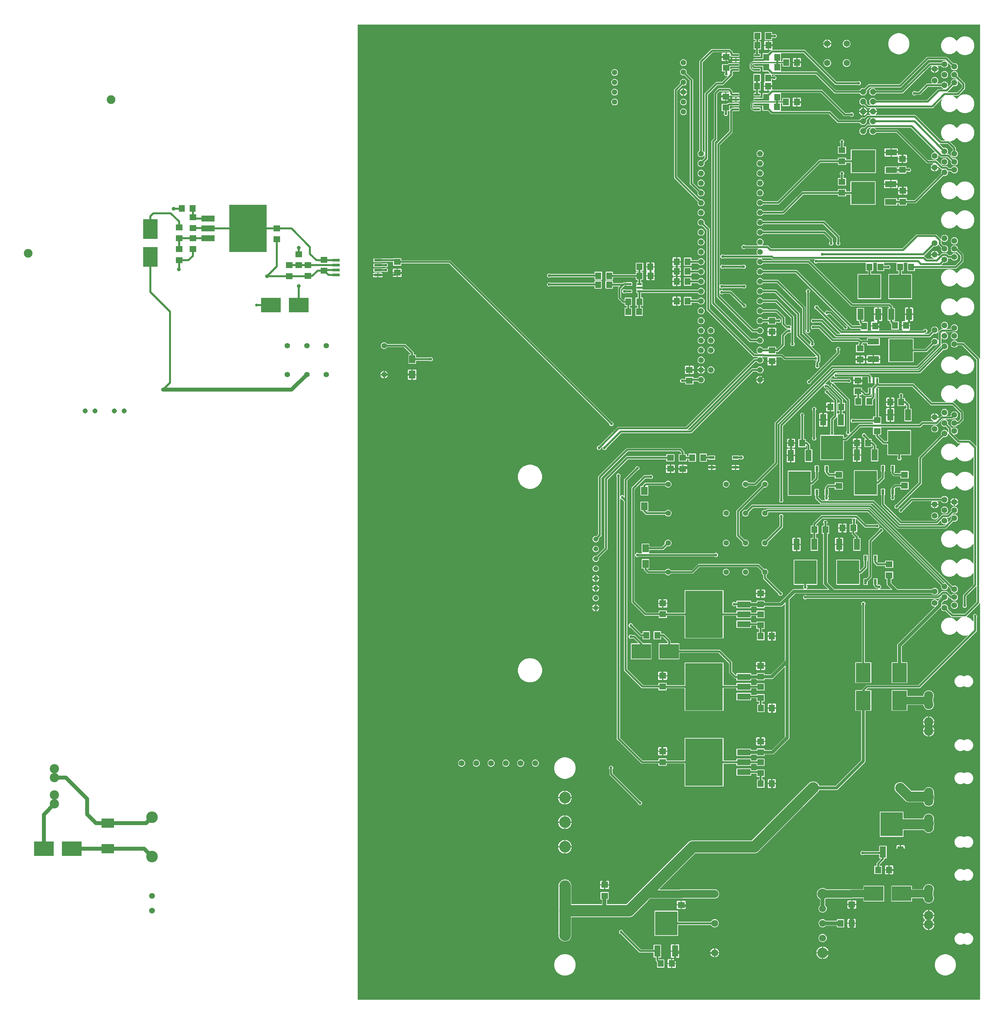
<source format=gbr>
G04 EAGLE Gerber RS-274X export*
G75*
%MOMM*%
%FSLAX34Y34*%
%LPD*%
%INTop Copper*%
%IPPOS*%
%AMOC8*
5,1,8,0,0,1.08239X$1,22.5*%
G01*
%ADD10R,1.800000X1.600000*%
%ADD11C,2.400000*%
%ADD12R,1.600000X1.800000*%
%ADD13C,1.508000*%
%ADD14R,5.040000X3.810000*%
%ADD15R,3.810000X5.040000*%
%ADD16R,1.200000X0.600000*%
%ADD17R,0.600000X1.200000*%
%ADD18C,1.308000*%
%ADD19R,1.803000X1.600000*%
%ADD20R,1.600000X1.803000*%
%ADD21C,2.250000*%
%ADD22C,1.650000*%
%ADD23P,1.649562X8X292.500000*%
%ADD24C,3.000000*%
%ADD25R,5.800000X6.200000*%
%ADD26R,1.600000X3.000000*%
%ADD27R,9.750000X12.200000*%
%ADD28R,3.500000X1.600000*%
%ADD29C,1.408000*%
%ADD30R,1.905000X0.640000*%
%ADD31C,1.800000*%
%ADD32C,2.700000*%
%ADD33R,0.800000X1.400000*%
%ADD34R,6.200000X5.800000*%
%ADD35R,3.000000X1.600000*%
%ADD36C,1.950000*%
%ADD37R,3.300000X2.400000*%
%ADD38C,1.473200*%
%ADD39R,1.500000X0.600000*%
%ADD40R,1.680000X2.120000*%
%ADD41R,1.400000X0.800000*%
%ADD42C,0.500000*%
%ADD43C,1.000000*%
%ADD44C,1.006400*%
%ADD45C,0.800000*%
%ADD46C,0.756400*%
%ADD47C,3.000000*%
%ADD48C,2.000000*%
%ADD49C,1.500000*%
%ADD50C,2.650000*%
%ADD51C,0.600000*%
%ADD52C,0.840000*%
%ADD53C,0.300000*%

G36*
X2529098Y10164D02*
X2529098Y10164D01*
X2529117Y10162D01*
X2529219Y10184D01*
X2529321Y10200D01*
X2529338Y10210D01*
X2529358Y10214D01*
X2529447Y10267D01*
X2529538Y10316D01*
X2529552Y10330D01*
X2529569Y10340D01*
X2529636Y10419D01*
X2529708Y10494D01*
X2529716Y10512D01*
X2529729Y10527D01*
X2529768Y10623D01*
X2529811Y10717D01*
X2529813Y10737D01*
X2529821Y10755D01*
X2529839Y10922D01*
X2529839Y1033310D01*
X2529838Y1033318D01*
X2529838Y1033320D01*
X2529835Y1033333D01*
X2529828Y1033380D01*
X2529826Y1033452D01*
X2529808Y1033501D01*
X2529800Y1033552D01*
X2529766Y1033616D01*
X2529741Y1033683D01*
X2529709Y1033724D01*
X2529684Y1033770D01*
X2529632Y1033819D01*
X2529588Y1033875D01*
X2529544Y1033903D01*
X2529506Y1033939D01*
X2529441Y1033969D01*
X2529381Y1034008D01*
X2529330Y1034021D01*
X2529283Y1034043D01*
X2529212Y1034051D01*
X2529142Y1034068D01*
X2529090Y1034064D01*
X2529039Y1034070D01*
X2528968Y1034055D01*
X2528897Y1034049D01*
X2528849Y1034029D01*
X2528798Y1034018D01*
X2528737Y1033981D01*
X2528671Y1033953D01*
X2528615Y1033908D01*
X2528587Y1033891D01*
X2528572Y1033874D01*
X2528540Y1033848D01*
X2526444Y1031752D01*
X2495142Y1000451D01*
X2495116Y1000413D01*
X2495082Y1000382D01*
X2495044Y1000314D01*
X2494999Y1000251D01*
X2494985Y1000207D01*
X2494963Y1000167D01*
X2494949Y1000090D01*
X2494926Y1000016D01*
X2494928Y999970D01*
X2494920Y999925D01*
X2494931Y999848D01*
X2494933Y999770D01*
X2494949Y999727D01*
X2494955Y999681D01*
X2494991Y999612D01*
X2495017Y999539D01*
X2495046Y999503D01*
X2495067Y999462D01*
X2495122Y999408D01*
X2495171Y999347D01*
X2495210Y999322D01*
X2495242Y999290D01*
X2495362Y999224D01*
X2495378Y999214D01*
X2495383Y999213D01*
X2495389Y999209D01*
X2504386Y995482D01*
X2511182Y988686D01*
X2511511Y987893D01*
X2511562Y987811D01*
X2511608Y987725D01*
X2511627Y987707D01*
X2511640Y987684D01*
X2511715Y987622D01*
X2511786Y987555D01*
X2511810Y987544D01*
X2511830Y987528D01*
X2511921Y987493D01*
X2512009Y987452D01*
X2512035Y987449D01*
X2512059Y987439D01*
X2512157Y987435D01*
X2512253Y987425D01*
X2512279Y987430D01*
X2512305Y987429D01*
X2512399Y987456D01*
X2512494Y987477D01*
X2512516Y987490D01*
X2512541Y987498D01*
X2512621Y987553D01*
X2512705Y987603D01*
X2512722Y987623D01*
X2512743Y987638D01*
X2512802Y987716D01*
X2512865Y987790D01*
X2512875Y987814D01*
X2512890Y987835D01*
X2512920Y987928D01*
X2512957Y988018D01*
X2512960Y988051D01*
X2512966Y988069D01*
X2512966Y988102D01*
X2512975Y988185D01*
X2512975Y997205D01*
X2512961Y997295D01*
X2512953Y997386D01*
X2512941Y997415D01*
X2512936Y997447D01*
X2512893Y997528D01*
X2512857Y997612D01*
X2512831Y997644D01*
X2512820Y997665D01*
X2512797Y997687D01*
X2512752Y997743D01*
X2511693Y998802D01*
X2511693Y1003198D01*
X2514802Y1006307D01*
X2519198Y1006307D01*
X2522307Y1003198D01*
X2522307Y998802D01*
X2521248Y997743D01*
X2521195Y997669D01*
X2521135Y997599D01*
X2521123Y997569D01*
X2521104Y997543D01*
X2521077Y997456D01*
X2521043Y997371D01*
X2521039Y997330D01*
X2521032Y997308D01*
X2521033Y997276D01*
X2521025Y997205D01*
X2521025Y988385D01*
X2521039Y988295D01*
X2521047Y988204D01*
X2521059Y988175D01*
X2521064Y988143D01*
X2521107Y988062D01*
X2521143Y987978D01*
X2521169Y987946D01*
X2521180Y987925D01*
X2521203Y987903D01*
X2521217Y987886D01*
X2521223Y987876D01*
X2521229Y987871D01*
X2521248Y987847D01*
X2521385Y987710D01*
X2521385Y962290D01*
X2374070Y814975D01*
X2239982Y814975D01*
X2239892Y814961D01*
X2239801Y814953D01*
X2239772Y814941D01*
X2239740Y814936D01*
X2239659Y814893D01*
X2239575Y814857D01*
X2239543Y814831D01*
X2239522Y814820D01*
X2239500Y814797D01*
X2239444Y814752D01*
X2235816Y811124D01*
X2235774Y811066D01*
X2235725Y811014D01*
X2235703Y810967D01*
X2235673Y810925D01*
X2235651Y810856D01*
X2235621Y810791D01*
X2235615Y810739D01*
X2235600Y810689D01*
X2235602Y810618D01*
X2235594Y810547D01*
X2235605Y810496D01*
X2235607Y810444D01*
X2235631Y810376D01*
X2235646Y810306D01*
X2235673Y810262D01*
X2235691Y810213D01*
X2235736Y810157D01*
X2235773Y810095D01*
X2235812Y810061D01*
X2235845Y810021D01*
X2235905Y809982D01*
X2235959Y809935D01*
X2236008Y809916D01*
X2236052Y809888D01*
X2236121Y809870D01*
X2236188Y809843D01*
X2236259Y809835D01*
X2236290Y809827D01*
X2236313Y809829D01*
X2236354Y809825D01*
X2247682Y809825D01*
X2248575Y808932D01*
X2248575Y757268D01*
X2247682Y756375D01*
X2234286Y756375D01*
X2234266Y756372D01*
X2234247Y756374D01*
X2234145Y756352D01*
X2234043Y756336D01*
X2234026Y756326D01*
X2234006Y756322D01*
X2233917Y756269D01*
X2233826Y756220D01*
X2233812Y756206D01*
X2233795Y756196D01*
X2233728Y756117D01*
X2233656Y756042D01*
X2233648Y756024D01*
X2233635Y756009D01*
X2233596Y755913D01*
X2233553Y755819D01*
X2233551Y755799D01*
X2233543Y755781D01*
X2233525Y755614D01*
X2233525Y625901D01*
X2232684Y623870D01*
X2161430Y552616D01*
X2159399Y551775D01*
X2114606Y551775D01*
X2114492Y551756D01*
X2114376Y551739D01*
X2114370Y551737D01*
X2114364Y551736D01*
X2114261Y551681D01*
X2114156Y551628D01*
X2114152Y551623D01*
X2114146Y551620D01*
X2114067Y551536D01*
X2113984Y551452D01*
X2113980Y551446D01*
X2113977Y551442D01*
X2113969Y551425D01*
X2113903Y551305D01*
X2112509Y547939D01*
X1960316Y395747D01*
X1960316Y395746D01*
X1955561Y390991D01*
X1949487Y388475D01*
X1794160Y388475D01*
X1794070Y388461D01*
X1793979Y388453D01*
X1793949Y388441D01*
X1793917Y388436D01*
X1793837Y388393D01*
X1793753Y388357D01*
X1793721Y388331D01*
X1793700Y388320D01*
X1793678Y388297D01*
X1793622Y388252D01*
X1700994Y295624D01*
X1700952Y295566D01*
X1700903Y295514D01*
X1700881Y295467D01*
X1700850Y295425D01*
X1700829Y295356D01*
X1700799Y295291D01*
X1700793Y295239D01*
X1700778Y295189D01*
X1700780Y295118D01*
X1700772Y295047D01*
X1700783Y294996D01*
X1700784Y294944D01*
X1700809Y294876D01*
X1700824Y294806D01*
X1700851Y294762D01*
X1700869Y294713D01*
X1700914Y294657D01*
X1700950Y294595D01*
X1700990Y294561D01*
X1701022Y294521D01*
X1701083Y294482D01*
X1701137Y294435D01*
X1701186Y294416D01*
X1701229Y294388D01*
X1701299Y294370D01*
X1701365Y294343D01*
X1701437Y294335D01*
X1701468Y294327D01*
X1701491Y294329D01*
X1701532Y294325D01*
X1754249Y294325D01*
X1754314Y294335D01*
X1754379Y294336D01*
X1754459Y294359D01*
X1754492Y294364D01*
X1754509Y294374D01*
X1754540Y294383D01*
X1755608Y294825D01*
X1846192Y294825D01*
X1850428Y293070D01*
X1853670Y289828D01*
X1855425Y285592D01*
X1855425Y281008D01*
X1853670Y276772D01*
X1850428Y273530D01*
X1846192Y271775D01*
X1761051Y271775D01*
X1760986Y271765D01*
X1760921Y271764D01*
X1760841Y271741D01*
X1760808Y271736D01*
X1760791Y271726D01*
X1760760Y271717D01*
X1759692Y271275D01*
X1676960Y271275D01*
X1676870Y271261D01*
X1676779Y271253D01*
X1676749Y271241D01*
X1676717Y271236D01*
X1676637Y271193D01*
X1676553Y271157D01*
X1676521Y271131D01*
X1676500Y271120D01*
X1676495Y271115D01*
X1676494Y271115D01*
X1676477Y271096D01*
X1676422Y271052D01*
X1671253Y265884D01*
X1631461Y226091D01*
X1625387Y223575D01*
X1474086Y223575D01*
X1474066Y223572D01*
X1474047Y223574D01*
X1473945Y223552D01*
X1473843Y223536D01*
X1473826Y223526D01*
X1473806Y223522D01*
X1473717Y223469D01*
X1473626Y223420D01*
X1473612Y223406D01*
X1473595Y223396D01*
X1473528Y223317D01*
X1473456Y223242D01*
X1473448Y223224D01*
X1473435Y223209D01*
X1473396Y223113D01*
X1473353Y223019D01*
X1473351Y222999D01*
X1473343Y222981D01*
X1473325Y222814D01*
X1473325Y173613D01*
X1470809Y167539D01*
X1466161Y162891D01*
X1460087Y160375D01*
X1453513Y160375D01*
X1447439Y162891D01*
X1442791Y167539D01*
X1440275Y173613D01*
X1440275Y306887D01*
X1442791Y312961D01*
X1447439Y317609D01*
X1453513Y320125D01*
X1460087Y320125D01*
X1466161Y317609D01*
X1470809Y312961D01*
X1473325Y306887D01*
X1473325Y257386D01*
X1473328Y257366D01*
X1473326Y257347D01*
X1473348Y257245D01*
X1473364Y257143D01*
X1473374Y257126D01*
X1473378Y257106D01*
X1473431Y257017D01*
X1473480Y256926D01*
X1473494Y256912D01*
X1473504Y256895D01*
X1473583Y256828D01*
X1473658Y256756D01*
X1473676Y256748D01*
X1473691Y256735D01*
X1473787Y256696D01*
X1473881Y256653D01*
X1473901Y256651D01*
X1473919Y256643D01*
X1474086Y256625D01*
X1551714Y256625D01*
X1551734Y256628D01*
X1551753Y256626D01*
X1551855Y256648D01*
X1551957Y256664D01*
X1551974Y256674D01*
X1551994Y256678D01*
X1552083Y256731D01*
X1552174Y256780D01*
X1552188Y256794D01*
X1552205Y256804D01*
X1552272Y256883D01*
X1552344Y256958D01*
X1552352Y256976D01*
X1552365Y256991D01*
X1552404Y257087D01*
X1552447Y257181D01*
X1552449Y257201D01*
X1552457Y257219D01*
X1552475Y257386D01*
X1552475Y268314D01*
X1552472Y268334D01*
X1552474Y268353D01*
X1552452Y268455D01*
X1552436Y268557D01*
X1552426Y268574D01*
X1552422Y268594D01*
X1552369Y268683D01*
X1552320Y268774D01*
X1552306Y268788D01*
X1552296Y268805D01*
X1552217Y268872D01*
X1552142Y268944D01*
X1552124Y268952D01*
X1552109Y268965D01*
X1552013Y269004D01*
X1551919Y269047D01*
X1551899Y269049D01*
X1551881Y269057D01*
X1551714Y269075D01*
X1549768Y269075D01*
X1548875Y269968D01*
X1548875Y287232D01*
X1549768Y288125D01*
X1569032Y288125D01*
X1569925Y287232D01*
X1569925Y269968D01*
X1569032Y269075D01*
X1566286Y269075D01*
X1566266Y269072D01*
X1566247Y269074D01*
X1566145Y269052D01*
X1566043Y269036D01*
X1566026Y269026D01*
X1566006Y269022D01*
X1565917Y268969D01*
X1565826Y268920D01*
X1565812Y268906D01*
X1565795Y268896D01*
X1565728Y268817D01*
X1565656Y268742D01*
X1565648Y268724D01*
X1565635Y268709D01*
X1565596Y268613D01*
X1565553Y268519D01*
X1565551Y268499D01*
X1565543Y268481D01*
X1565525Y268314D01*
X1565525Y257386D01*
X1565528Y257366D01*
X1565526Y257347D01*
X1565548Y257245D01*
X1565564Y257143D01*
X1565574Y257126D01*
X1565578Y257106D01*
X1565631Y257017D01*
X1565680Y256926D01*
X1565694Y256912D01*
X1565704Y256895D01*
X1565783Y256828D01*
X1565858Y256756D01*
X1565876Y256748D01*
X1565891Y256735D01*
X1565987Y256696D01*
X1566081Y256653D01*
X1566101Y256651D01*
X1566119Y256643D01*
X1566286Y256625D01*
X1614940Y256625D01*
X1615030Y256639D01*
X1615121Y256647D01*
X1615151Y256659D01*
X1615183Y256664D01*
X1615263Y256707D01*
X1615347Y256743D01*
X1615379Y256769D01*
X1615400Y256780D01*
X1615422Y256803D01*
X1615478Y256848D01*
X1777639Y419009D01*
X1783713Y421525D01*
X1939040Y421525D01*
X1939130Y421539D01*
X1939221Y421547D01*
X1939251Y421559D01*
X1939283Y421564D01*
X1939363Y421607D01*
X1939447Y421643D01*
X1939479Y421669D01*
X1939500Y421680D01*
X1939522Y421703D01*
X1939578Y421748D01*
X2089139Y571309D01*
X2095213Y573825D01*
X2101787Y573825D01*
X2107861Y571309D01*
X2112509Y566661D01*
X2113903Y563295D01*
X2113965Y563195D01*
X2114025Y563095D01*
X2114029Y563091D01*
X2114033Y563086D01*
X2114122Y563011D01*
X2114212Y562935D01*
X2114217Y562933D01*
X2114222Y562929D01*
X2114330Y562887D01*
X2114440Y562843D01*
X2114447Y562842D01*
X2114452Y562841D01*
X2114470Y562840D01*
X2114606Y562825D01*
X2155696Y562825D01*
X2155786Y562839D01*
X2155877Y562847D01*
X2155907Y562859D01*
X2155939Y562864D01*
X2156020Y562907D01*
X2156104Y562943D01*
X2156136Y562969D01*
X2156156Y562980D01*
X2156160Y562983D01*
X2156179Y563003D01*
X2156235Y563048D01*
X2222252Y629065D01*
X2222305Y629139D01*
X2222365Y629209D01*
X2222377Y629239D01*
X2222396Y629265D01*
X2222423Y629352D01*
X2222457Y629437D01*
X2222461Y629478D01*
X2222468Y629500D01*
X2222467Y629532D01*
X2222475Y629604D01*
X2222475Y755614D01*
X2222472Y755634D01*
X2222474Y755653D01*
X2222452Y755755D01*
X2222436Y755857D01*
X2222426Y755874D01*
X2222422Y755894D01*
X2222369Y755983D01*
X2222320Y756074D01*
X2222306Y756088D01*
X2222296Y756105D01*
X2222217Y756172D01*
X2222142Y756244D01*
X2222124Y756252D01*
X2222109Y756265D01*
X2222013Y756304D01*
X2221919Y756347D01*
X2221899Y756349D01*
X2221881Y756357D01*
X2221714Y756375D01*
X2208318Y756375D01*
X2207425Y757268D01*
X2207425Y808932D01*
X2208318Y809825D01*
X2223214Y809825D01*
X2223234Y809828D01*
X2223253Y809826D01*
X2223355Y809848D01*
X2223457Y809864D01*
X2223474Y809874D01*
X2223494Y809878D01*
X2223583Y809931D01*
X2223674Y809980D01*
X2223688Y809994D01*
X2223705Y810004D01*
X2223772Y810083D01*
X2223844Y810158D01*
X2223852Y810176D01*
X2223865Y810191D01*
X2223904Y810287D01*
X2223947Y810381D01*
X2223949Y810401D01*
X2223957Y810419D01*
X2223975Y810586D01*
X2223975Y810667D01*
X2226556Y813248D01*
X2233752Y820444D01*
X2236333Y823025D01*
X2370421Y823025D01*
X2370511Y823039D01*
X2370602Y823047D01*
X2370631Y823059D01*
X2370663Y823064D01*
X2370744Y823107D01*
X2370828Y823143D01*
X2370860Y823169D01*
X2370881Y823180D01*
X2370903Y823203D01*
X2370959Y823248D01*
X2497997Y950286D01*
X2498054Y950365D01*
X2498116Y950440D01*
X2498125Y950465D01*
X2498141Y950486D01*
X2498169Y950579D01*
X2498204Y950670D01*
X2498205Y950696D01*
X2498213Y950721D01*
X2498210Y950818D01*
X2498215Y950915D01*
X2498207Y950941D01*
X2498207Y950967D01*
X2498173Y951058D01*
X2498146Y951152D01*
X2498131Y951173D01*
X2498122Y951198D01*
X2498061Y951274D01*
X2498006Y951354D01*
X2497985Y951369D01*
X2497968Y951390D01*
X2497887Y951442D01*
X2497808Y951500D01*
X2497784Y951509D01*
X2497762Y951523D01*
X2497667Y951546D01*
X2497575Y951577D01*
X2497548Y951576D01*
X2497523Y951583D01*
X2497426Y951575D01*
X2497329Y951574D01*
X2497297Y951565D01*
X2497278Y951564D01*
X2497248Y951551D01*
X2497167Y951528D01*
X2495506Y950839D01*
X2485894Y950839D01*
X2477014Y954518D01*
X2470218Y961314D01*
X2470004Y961829D01*
X2469980Y961868D01*
X2469964Y961911D01*
X2469916Y961972D01*
X2469875Y962038D01*
X2469839Y962068D01*
X2469811Y962103D01*
X2469745Y962145D01*
X2469685Y962195D01*
X2469642Y962212D01*
X2469604Y962236D01*
X2469528Y962255D01*
X2469455Y962283D01*
X2469410Y962285D01*
X2469365Y962296D01*
X2469288Y962290D01*
X2469210Y962294D01*
X2469166Y962281D01*
X2469120Y962277D01*
X2469048Y962247D01*
X2468973Y962225D01*
X2468936Y962199D01*
X2468894Y962181D01*
X2468787Y962096D01*
X2468771Y962085D01*
X2468768Y962081D01*
X2468763Y962076D01*
X2463111Y956425D01*
X2455058Y953089D01*
X2446342Y953089D01*
X2438289Y956425D01*
X2432125Y962589D01*
X2428789Y970642D01*
X2428789Y979358D01*
X2432125Y987411D01*
X2438289Y993575D01*
X2446342Y996911D01*
X2455058Y996911D01*
X2463111Y993575D01*
X2468763Y987924D01*
X2468800Y987897D01*
X2468831Y987863D01*
X2468899Y987826D01*
X2468962Y987780D01*
X2469006Y987767D01*
X2469046Y987745D01*
X2469123Y987731D01*
X2469197Y987708D01*
X2469243Y987709D01*
X2469288Y987701D01*
X2469365Y987712D01*
X2469443Y987714D01*
X2469486Y987730D01*
X2469532Y987737D01*
X2469601Y987772D01*
X2469674Y987799D01*
X2469710Y987827D01*
X2469751Y987848D01*
X2469806Y987904D01*
X2469866Y987952D01*
X2469891Y987991D01*
X2469923Y988024D01*
X2469989Y988144D01*
X2469999Y988159D01*
X2470001Y988164D01*
X2470004Y988171D01*
X2470218Y988686D01*
X2477014Y995482D01*
X2481911Y997511D01*
X2481994Y997562D01*
X2482079Y997608D01*
X2482097Y997627D01*
X2482120Y997640D01*
X2482182Y997715D01*
X2482249Y997786D01*
X2482260Y997810D01*
X2482277Y997830D01*
X2482311Y997921D01*
X2482352Y998009D01*
X2482355Y998035D01*
X2482365Y998059D01*
X2482369Y998157D01*
X2482380Y998253D01*
X2482374Y998279D01*
X2482375Y998305D01*
X2482348Y998399D01*
X2482327Y998494D01*
X2482314Y998516D01*
X2482307Y998541D01*
X2482251Y998621D01*
X2482201Y998705D01*
X2482181Y998722D01*
X2482166Y998743D01*
X2482088Y998802D01*
X2482014Y998865D01*
X2481990Y998875D01*
X2481969Y998890D01*
X2481876Y998920D01*
X2481786Y998957D01*
X2481754Y998960D01*
X2481735Y998966D01*
X2481702Y998966D01*
X2481619Y998975D01*
X2456083Y998975D01*
X2453502Y1001556D01*
X2441273Y1013785D01*
X2441178Y1013853D01*
X2441084Y1013923D01*
X2441078Y1013925D01*
X2441073Y1013929D01*
X2440962Y1013963D01*
X2440850Y1014000D01*
X2440844Y1013999D01*
X2440838Y1014001D01*
X2440721Y1013998D01*
X2440604Y1013997D01*
X2440597Y1013995D01*
X2440592Y1013995D01*
X2440575Y1013989D01*
X2440443Y1013950D01*
X2439803Y1013685D01*
X2436197Y1013685D01*
X2432865Y1015065D01*
X2430315Y1017615D01*
X2428935Y1020947D01*
X2428935Y1022643D01*
X2428933Y1022655D01*
X2428934Y1022663D01*
X2428926Y1022703D01*
X2428924Y1022714D01*
X2428922Y1022786D01*
X2428904Y1022835D01*
X2428896Y1022886D01*
X2428862Y1022949D01*
X2428837Y1023017D01*
X2428805Y1023057D01*
X2428780Y1023103D01*
X2428728Y1023153D01*
X2428684Y1023209D01*
X2428640Y1023237D01*
X2428602Y1023273D01*
X2428537Y1023303D01*
X2428477Y1023342D01*
X2428426Y1023354D01*
X2428379Y1023376D01*
X2428308Y1023384D01*
X2428238Y1023402D01*
X2428186Y1023398D01*
X2428135Y1023404D01*
X2428064Y1023388D01*
X2427993Y1023383D01*
X2427945Y1023362D01*
X2427894Y1023351D01*
X2427833Y1023314D01*
X2427767Y1023286D01*
X2427711Y1023242D01*
X2427683Y1023225D01*
X2427668Y1023207D01*
X2427636Y1023182D01*
X2327548Y923094D01*
X2327495Y923020D01*
X2327435Y922950D01*
X2327423Y922920D01*
X2327404Y922894D01*
X2327377Y922807D01*
X2327343Y922722D01*
X2327339Y922681D01*
X2327332Y922659D01*
X2327333Y922627D01*
X2327325Y922555D01*
X2327325Y882386D01*
X2327328Y882366D01*
X2327326Y882347D01*
X2327348Y882245D01*
X2327364Y882143D01*
X2327374Y882126D01*
X2327378Y882106D01*
X2327431Y882017D01*
X2327480Y881926D01*
X2327494Y881912D01*
X2327504Y881895D01*
X2327583Y881828D01*
X2327658Y881756D01*
X2327676Y881748D01*
X2327691Y881735D01*
X2327787Y881696D01*
X2327881Y881653D01*
X2327901Y881651D01*
X2327919Y881643D01*
X2328086Y881625D01*
X2341282Y881625D01*
X2342175Y880732D01*
X2342175Y829068D01*
X2341282Y828175D01*
X2301918Y828175D01*
X2301025Y829068D01*
X2301025Y880732D01*
X2301918Y881625D01*
X2315114Y881625D01*
X2315134Y881628D01*
X2315153Y881626D01*
X2315255Y881648D01*
X2315357Y881664D01*
X2315374Y881674D01*
X2315394Y881678D01*
X2315483Y881731D01*
X2315574Y881780D01*
X2315588Y881794D01*
X2315605Y881804D01*
X2315672Y881883D01*
X2315744Y881958D01*
X2315752Y881976D01*
X2315765Y881991D01*
X2315804Y882087D01*
X2315847Y882181D01*
X2315849Y882201D01*
X2315857Y882219D01*
X2315875Y882386D01*
X2315875Y926381D01*
X2316747Y928485D01*
X2412898Y1024636D01*
X2412940Y1024694D01*
X2412989Y1024746D01*
X2413011Y1024793D01*
X2413041Y1024835D01*
X2413063Y1024904D01*
X2413093Y1024969D01*
X2413099Y1025021D01*
X2413114Y1025071D01*
X2413112Y1025142D01*
X2413120Y1025213D01*
X2413109Y1025264D01*
X2413107Y1025316D01*
X2413083Y1025384D01*
X2413068Y1025454D01*
X2413041Y1025498D01*
X2413023Y1025547D01*
X2412978Y1025603D01*
X2412941Y1025665D01*
X2412902Y1025699D01*
X2412869Y1025739D01*
X2412809Y1025778D01*
X2412755Y1025825D01*
X2412706Y1025844D01*
X2412662Y1025872D01*
X2412593Y1025890D01*
X2412526Y1025917D01*
X2412455Y1025925D01*
X2412424Y1025933D01*
X2412401Y1025931D01*
X2412360Y1025935D01*
X2410797Y1025935D01*
X2407465Y1027315D01*
X2404915Y1029865D01*
X2403535Y1033197D01*
X2403535Y1036803D01*
X2404915Y1040135D01*
X2407465Y1042685D01*
X2410797Y1044065D01*
X2414403Y1044065D01*
X2417735Y1042685D01*
X2419708Y1040712D01*
X2419745Y1040685D01*
X2419776Y1040651D01*
X2419845Y1040613D01*
X2419908Y1040568D01*
X2419951Y1040555D01*
X2419992Y1040532D01*
X2420068Y1040519D01*
X2420143Y1040496D01*
X2420189Y1040497D01*
X2420234Y1040489D01*
X2420311Y1040500D01*
X2420389Y1040502D01*
X2420432Y1040518D01*
X2420477Y1040525D01*
X2420546Y1040560D01*
X2420620Y1040587D01*
X2420655Y1040615D01*
X2420696Y1040636D01*
X2420751Y1040692D01*
X2420812Y1040740D01*
X2420836Y1040779D01*
X2420869Y1040812D01*
X2420934Y1040931D01*
X2420945Y1040947D01*
X2420946Y1040952D01*
X2420949Y1040959D01*
X2421011Y1041107D01*
X2428712Y1048808D01*
X2428765Y1048882D01*
X2428825Y1048952D01*
X2428837Y1048982D01*
X2428856Y1049008D01*
X2428883Y1049095D01*
X2428917Y1049180D01*
X2428921Y1049221D01*
X2428928Y1049243D01*
X2428927Y1049275D01*
X2428935Y1049347D01*
X2428935Y1049760D01*
X2428924Y1049830D01*
X2428922Y1049902D01*
X2428904Y1049951D01*
X2428896Y1050002D01*
X2428862Y1050066D01*
X2428837Y1050133D01*
X2428805Y1050174D01*
X2428780Y1050220D01*
X2428728Y1050269D01*
X2428684Y1050325D01*
X2428640Y1050353D01*
X2428602Y1050389D01*
X2428537Y1050419D01*
X2428477Y1050458D01*
X2428426Y1050471D01*
X2428379Y1050493D01*
X2428308Y1050501D01*
X2428238Y1050518D01*
X2428186Y1050514D01*
X2428135Y1050520D01*
X2428064Y1050505D01*
X2427993Y1050499D01*
X2427945Y1050479D01*
X2427894Y1050468D01*
X2427833Y1050431D01*
X2427767Y1050403D01*
X2427711Y1050358D01*
X2427683Y1050341D01*
X2427668Y1050324D01*
X2427636Y1050298D01*
X2425894Y1048556D01*
X2423313Y1045975D01*
X2081795Y1045975D01*
X2081705Y1045961D01*
X2081614Y1045953D01*
X2081585Y1045941D01*
X2081553Y1045936D01*
X2081472Y1045893D01*
X2081388Y1045857D01*
X2081356Y1045831D01*
X2081335Y1045820D01*
X2081313Y1045797D01*
X2081257Y1045752D01*
X2080198Y1044693D01*
X2075802Y1044693D01*
X2072693Y1047802D01*
X2072693Y1052198D01*
X2075802Y1055307D01*
X2080198Y1055307D01*
X2081257Y1054248D01*
X2081331Y1054195D01*
X2081401Y1054135D01*
X2081431Y1054123D01*
X2081457Y1054104D01*
X2081544Y1054077D01*
X2081629Y1054043D01*
X2081670Y1054039D01*
X2081692Y1054032D01*
X2081724Y1054033D01*
X2081795Y1054025D01*
X2419664Y1054025D01*
X2419754Y1054039D01*
X2419845Y1054047D01*
X2419874Y1054059D01*
X2419906Y1054064D01*
X2419987Y1054107D01*
X2420071Y1054143D01*
X2420103Y1054169D01*
X2420124Y1054180D01*
X2420146Y1054203D01*
X2420202Y1054248D01*
X2431543Y1065589D01*
X2444457Y1065589D01*
X2454775Y1055271D01*
X2454791Y1055259D01*
X2454804Y1055244D01*
X2454891Y1055188D01*
X2454975Y1055127D01*
X2454994Y1055122D01*
X2455010Y1055111D01*
X2455111Y1055085D01*
X2455210Y1055055D01*
X2455230Y1055056D01*
X2455249Y1055051D01*
X2455352Y1055059D01*
X2455456Y1055061D01*
X2455474Y1055068D01*
X2455494Y1055070D01*
X2455589Y1055110D01*
X2455687Y1055146D01*
X2455702Y1055158D01*
X2455721Y1055166D01*
X2455851Y1055271D01*
X2458265Y1057685D01*
X2461597Y1059065D01*
X2465203Y1059065D01*
X2468535Y1057685D01*
X2471085Y1055135D01*
X2472465Y1051803D01*
X2472465Y1048197D01*
X2471085Y1044865D01*
X2468535Y1042315D01*
X2465203Y1040935D01*
X2461597Y1040935D01*
X2458265Y1042315D01*
X2455715Y1044865D01*
X2455450Y1045505D01*
X2455388Y1045605D01*
X2455329Y1045705D01*
X2455324Y1045709D01*
X2455321Y1045714D01*
X2455231Y1045789D01*
X2455142Y1045865D01*
X2455136Y1045867D01*
X2455131Y1045871D01*
X2455022Y1045913D01*
X2454914Y1045957D01*
X2454906Y1045958D01*
X2454901Y1045959D01*
X2454883Y1045960D01*
X2454747Y1045975D01*
X2452687Y1045975D01*
X2448364Y1050298D01*
X2448306Y1050340D01*
X2448254Y1050389D01*
X2448207Y1050411D01*
X2448165Y1050441D01*
X2448096Y1050463D01*
X2448031Y1050493D01*
X2447979Y1050498D01*
X2447929Y1050514D01*
X2447858Y1050512D01*
X2447787Y1050520D01*
X2447736Y1050509D01*
X2447684Y1050507D01*
X2447616Y1050483D01*
X2447546Y1050468D01*
X2447501Y1050441D01*
X2447453Y1050423D01*
X2447397Y1050378D01*
X2447335Y1050341D01*
X2447301Y1050302D01*
X2447261Y1050269D01*
X2447222Y1050209D01*
X2447175Y1050155D01*
X2447156Y1050106D01*
X2447128Y1050062D01*
X2447110Y1049993D01*
X2447083Y1049926D01*
X2447075Y1049855D01*
X2447067Y1049824D01*
X2447069Y1049801D01*
X2447065Y1049760D01*
X2447065Y1048197D01*
X2445685Y1044865D01*
X2443135Y1042315D01*
X2439803Y1040935D01*
X2437347Y1040935D01*
X2437256Y1040921D01*
X2437166Y1040913D01*
X2437136Y1040901D01*
X2437104Y1040896D01*
X2437023Y1040853D01*
X2436939Y1040817D01*
X2436907Y1040791D01*
X2436886Y1040780D01*
X2436864Y1040757D01*
X2436808Y1040712D01*
X2431812Y1035716D01*
X2431759Y1035642D01*
X2431699Y1035572D01*
X2431687Y1035542D01*
X2431668Y1035516D01*
X2431641Y1035429D01*
X2431607Y1035344D01*
X2431603Y1035303D01*
X2431596Y1035281D01*
X2431597Y1035249D01*
X2431589Y1035177D01*
X2431589Y1030996D01*
X2431592Y1030977D01*
X2431590Y1030958D01*
X2431601Y1030907D01*
X2431602Y1030853D01*
X2431620Y1030805D01*
X2431628Y1030753D01*
X2431638Y1030735D01*
X2431642Y1030717D01*
X2431668Y1030674D01*
X2431687Y1030622D01*
X2431719Y1030582D01*
X2431744Y1030536D01*
X2431759Y1030521D01*
X2431768Y1030506D01*
X2431805Y1030474D01*
X2431840Y1030430D01*
X2431884Y1030402D01*
X2431922Y1030367D01*
X2431942Y1030357D01*
X2431955Y1030346D01*
X2431999Y1030328D01*
X2432047Y1030297D01*
X2432098Y1030285D01*
X2432145Y1030263D01*
X2432168Y1030260D01*
X2432183Y1030254D01*
X2432248Y1030247D01*
X2432286Y1030237D01*
X2432314Y1030240D01*
X2432350Y1030236D01*
X2432351Y1030236D01*
X2432367Y1030238D01*
X2432389Y1030236D01*
X2432460Y1030251D01*
X2432531Y1030257D01*
X2432564Y1030271D01*
X2432594Y1030275D01*
X2432609Y1030283D01*
X2432630Y1030288D01*
X2432691Y1030325D01*
X2432757Y1030353D01*
X2432791Y1030380D01*
X2432811Y1030391D01*
X2432824Y1030404D01*
X2432841Y1030414D01*
X2432855Y1030430D01*
X2436197Y1031815D01*
X2439803Y1031815D01*
X2443135Y1030435D01*
X2445685Y1027885D01*
X2447065Y1024553D01*
X2447065Y1020947D01*
X2446800Y1020307D01*
X2446773Y1020193D01*
X2446744Y1020080D01*
X2446745Y1020073D01*
X2446743Y1020067D01*
X2446754Y1019951D01*
X2446763Y1019834D01*
X2446766Y1019829D01*
X2446767Y1019822D01*
X2446814Y1019715D01*
X2446860Y1019608D01*
X2446864Y1019602D01*
X2446867Y1019598D01*
X2446879Y1019584D01*
X2446965Y1019477D01*
X2459194Y1007248D01*
X2459268Y1007195D01*
X2459338Y1007135D01*
X2459368Y1007123D01*
X2459394Y1007104D01*
X2459481Y1007077D01*
X2459566Y1007043D01*
X2459607Y1007039D01*
X2459629Y1007032D01*
X2459661Y1007033D01*
X2459732Y1007025D01*
X2490018Y1007025D01*
X2490108Y1007039D01*
X2490199Y1007047D01*
X2490228Y1007059D01*
X2490260Y1007064D01*
X2490341Y1007107D01*
X2490425Y1007143D01*
X2490457Y1007169D01*
X2490478Y1007180D01*
X2490500Y1007203D01*
X2490556Y1007248D01*
X2520752Y1037444D01*
X2520805Y1037518D01*
X2520865Y1037588D01*
X2520877Y1037618D01*
X2520896Y1037644D01*
X2520923Y1037731D01*
X2520957Y1037816D01*
X2520961Y1037857D01*
X2520968Y1037879D01*
X2520967Y1037911D01*
X2520975Y1037982D01*
X2520975Y1077446D01*
X2520973Y1077460D01*
X2520974Y1077473D01*
X2520964Y1077522D01*
X2520962Y1077588D01*
X2520944Y1077637D01*
X2520936Y1077688D01*
X2520902Y1077752D01*
X2520877Y1077819D01*
X2520845Y1077860D01*
X2520820Y1077906D01*
X2520768Y1077955D01*
X2520724Y1078011D01*
X2520680Y1078039D01*
X2520642Y1078075D01*
X2520577Y1078105D01*
X2520517Y1078144D01*
X2520466Y1078157D01*
X2520419Y1078179D01*
X2520348Y1078187D01*
X2520278Y1078204D01*
X2520226Y1078200D01*
X2520175Y1078206D01*
X2520104Y1078191D01*
X2520033Y1078185D01*
X2519985Y1078165D01*
X2519934Y1078154D01*
X2519873Y1078117D01*
X2519807Y1078089D01*
X2519753Y1078046D01*
X2519741Y1078040D01*
X2519739Y1078037D01*
X2519723Y1078027D01*
X2519708Y1078010D01*
X2519676Y1077984D01*
X2494248Y1052556D01*
X2494195Y1052482D01*
X2494135Y1052412D01*
X2494123Y1052382D01*
X2494104Y1052356D01*
X2494077Y1052269D01*
X2494043Y1052184D01*
X2494039Y1052143D01*
X2494032Y1052121D01*
X2494033Y1052089D01*
X2494025Y1052018D01*
X2494025Y1031795D01*
X2494039Y1031705D01*
X2494047Y1031614D01*
X2494059Y1031585D01*
X2494064Y1031553D01*
X2494107Y1031472D01*
X2494143Y1031388D01*
X2494169Y1031356D01*
X2494180Y1031335D01*
X2494203Y1031313D01*
X2494248Y1031257D01*
X2495307Y1030198D01*
X2495307Y1025802D01*
X2492198Y1022693D01*
X2487802Y1022693D01*
X2484693Y1025802D01*
X2484693Y1030198D01*
X2485752Y1031257D01*
X2485800Y1031323D01*
X2485806Y1031330D01*
X2485808Y1031334D01*
X2485865Y1031401D01*
X2485877Y1031431D01*
X2485896Y1031457D01*
X2485923Y1031544D01*
X2485957Y1031629D01*
X2485961Y1031670D01*
X2485968Y1031692D01*
X2485967Y1031724D01*
X2485975Y1031795D01*
X2485975Y1055667D01*
X2513112Y1082804D01*
X2513165Y1082878D01*
X2513225Y1082948D01*
X2513237Y1082978D01*
X2513256Y1083004D01*
X2513283Y1083091D01*
X2513317Y1083176D01*
X2513321Y1083217D01*
X2513328Y1083239D01*
X2513327Y1083271D01*
X2513335Y1083342D01*
X2513335Y1112684D01*
X2513320Y1112780D01*
X2513310Y1112877D01*
X2513300Y1112901D01*
X2513296Y1112927D01*
X2513250Y1113013D01*
X2513210Y1113102D01*
X2513193Y1113121D01*
X2513180Y1113144D01*
X2513110Y1113212D01*
X2513044Y1113283D01*
X2513021Y1113296D01*
X2513002Y1113314D01*
X2512914Y1113355D01*
X2512828Y1113402D01*
X2512803Y1113406D01*
X2512779Y1113417D01*
X2512682Y1113428D01*
X2512586Y1113445D01*
X2512560Y1113442D01*
X2512535Y1113445D01*
X2512439Y1113424D01*
X2512343Y1113410D01*
X2512320Y1113398D01*
X2512294Y1113392D01*
X2512211Y1113342D01*
X2512124Y1113298D01*
X2512105Y1113279D01*
X2512083Y1113266D01*
X2512020Y1113192D01*
X2511952Y1113123D01*
X2511936Y1113094D01*
X2511923Y1113079D01*
X2511911Y1113049D01*
X2511871Y1112976D01*
X2511182Y1111314D01*
X2504386Y1104518D01*
X2495506Y1100839D01*
X2485894Y1100839D01*
X2477014Y1104518D01*
X2470218Y1111314D01*
X2470004Y1111829D01*
X2469980Y1111868D01*
X2469964Y1111911D01*
X2469916Y1111972D01*
X2469875Y1112038D01*
X2469839Y1112068D01*
X2469811Y1112103D01*
X2469745Y1112145D01*
X2469685Y1112195D01*
X2469642Y1112212D01*
X2469604Y1112236D01*
X2469528Y1112255D01*
X2469455Y1112283D01*
X2469410Y1112285D01*
X2469365Y1112296D01*
X2469288Y1112290D01*
X2469210Y1112294D01*
X2469166Y1112281D01*
X2469120Y1112277D01*
X2469048Y1112247D01*
X2468973Y1112225D01*
X2468936Y1112199D01*
X2468894Y1112181D01*
X2468787Y1112096D01*
X2468771Y1112085D01*
X2468768Y1112081D01*
X2468763Y1112076D01*
X2463111Y1106425D01*
X2455058Y1103089D01*
X2446342Y1103089D01*
X2438289Y1106425D01*
X2432125Y1112589D01*
X2428789Y1120642D01*
X2428789Y1129358D01*
X2432125Y1137411D01*
X2438289Y1143575D01*
X2446342Y1146911D01*
X2455058Y1146911D01*
X2463111Y1143575D01*
X2468763Y1137924D01*
X2468800Y1137897D01*
X2468831Y1137863D01*
X2468899Y1137826D01*
X2468962Y1137780D01*
X2469006Y1137767D01*
X2469046Y1137745D01*
X2469123Y1137731D01*
X2469197Y1137708D01*
X2469243Y1137709D01*
X2469288Y1137701D01*
X2469365Y1137712D01*
X2469443Y1137714D01*
X2469486Y1137730D01*
X2469532Y1137737D01*
X2469601Y1137772D01*
X2469674Y1137799D01*
X2469710Y1137827D01*
X2469751Y1137848D01*
X2469806Y1137904D01*
X2469866Y1137952D01*
X2469891Y1137991D01*
X2469923Y1138024D01*
X2469989Y1138144D01*
X2469999Y1138159D01*
X2470001Y1138164D01*
X2470004Y1138171D01*
X2470218Y1138686D01*
X2477014Y1145482D01*
X2485894Y1149161D01*
X2495506Y1149161D01*
X2504386Y1145482D01*
X2511182Y1138686D01*
X2511871Y1137024D01*
X2511922Y1136941D01*
X2511968Y1136856D01*
X2511986Y1136838D01*
X2512000Y1136815D01*
X2512076Y1136753D01*
X2512146Y1136686D01*
X2512170Y1136675D01*
X2512190Y1136658D01*
X2512281Y1136624D01*
X2512369Y1136583D01*
X2512395Y1136580D01*
X2512419Y1136570D01*
X2512517Y1136566D01*
X2512613Y1136555D01*
X2512639Y1136561D01*
X2512665Y1136560D01*
X2512759Y1136587D01*
X2512854Y1136608D01*
X2512876Y1136621D01*
X2512901Y1136628D01*
X2512981Y1136684D01*
X2513065Y1136734D01*
X2513082Y1136754D01*
X2513103Y1136769D01*
X2513162Y1136847D01*
X2513225Y1136921D01*
X2513235Y1136945D01*
X2513250Y1136966D01*
X2513280Y1137059D01*
X2513317Y1137149D01*
X2513320Y1137181D01*
X2513326Y1137200D01*
X2513326Y1137233D01*
X2513335Y1137316D01*
X2513335Y1187684D01*
X2513320Y1187780D01*
X2513310Y1187877D01*
X2513300Y1187901D01*
X2513296Y1187927D01*
X2513250Y1188013D01*
X2513210Y1188102D01*
X2513193Y1188121D01*
X2513180Y1188144D01*
X2513110Y1188212D01*
X2513044Y1188283D01*
X2513021Y1188296D01*
X2513002Y1188314D01*
X2512914Y1188355D01*
X2512828Y1188402D01*
X2512803Y1188406D01*
X2512779Y1188417D01*
X2512682Y1188428D01*
X2512586Y1188445D01*
X2512560Y1188442D01*
X2512535Y1188445D01*
X2512439Y1188424D01*
X2512343Y1188410D01*
X2512320Y1188398D01*
X2512294Y1188392D01*
X2512211Y1188342D01*
X2512124Y1188298D01*
X2512105Y1188279D01*
X2512083Y1188266D01*
X2512020Y1188192D01*
X2511952Y1188123D01*
X2511936Y1188094D01*
X2511923Y1188079D01*
X2511911Y1188049D01*
X2511871Y1187976D01*
X2511182Y1186314D01*
X2504386Y1179518D01*
X2495506Y1175839D01*
X2485894Y1175839D01*
X2477014Y1179518D01*
X2470218Y1186314D01*
X2470004Y1186829D01*
X2469980Y1186868D01*
X2469964Y1186911D01*
X2469916Y1186972D01*
X2469875Y1187038D01*
X2469839Y1187068D01*
X2469811Y1187103D01*
X2469745Y1187145D01*
X2469685Y1187195D01*
X2469642Y1187212D01*
X2469604Y1187236D01*
X2469528Y1187255D01*
X2469455Y1187283D01*
X2469410Y1187285D01*
X2469365Y1187296D01*
X2469288Y1187290D01*
X2469210Y1187294D01*
X2469166Y1187281D01*
X2469120Y1187277D01*
X2469048Y1187247D01*
X2468973Y1187225D01*
X2468936Y1187199D01*
X2468894Y1187181D01*
X2468787Y1187096D01*
X2468771Y1187085D01*
X2468768Y1187081D01*
X2468763Y1187076D01*
X2463111Y1181425D01*
X2455058Y1178089D01*
X2446342Y1178089D01*
X2438289Y1181425D01*
X2432125Y1187589D01*
X2428789Y1195642D01*
X2428789Y1204358D01*
X2432125Y1212411D01*
X2438289Y1218575D01*
X2446342Y1221911D01*
X2455058Y1221911D01*
X2463111Y1218575D01*
X2468763Y1212924D01*
X2468800Y1212897D01*
X2468831Y1212863D01*
X2468899Y1212826D01*
X2468962Y1212780D01*
X2469006Y1212767D01*
X2469046Y1212745D01*
X2469123Y1212731D01*
X2469197Y1212708D01*
X2469243Y1212709D01*
X2469288Y1212701D01*
X2469365Y1212712D01*
X2469443Y1212714D01*
X2469486Y1212730D01*
X2469532Y1212737D01*
X2469601Y1212772D01*
X2469674Y1212799D01*
X2469710Y1212827D01*
X2469751Y1212848D01*
X2469806Y1212904D01*
X2469866Y1212952D01*
X2469891Y1212991D01*
X2469923Y1213024D01*
X2469989Y1213144D01*
X2469999Y1213159D01*
X2470001Y1213164D01*
X2470004Y1213171D01*
X2470218Y1213686D01*
X2477014Y1220482D01*
X2485894Y1224161D01*
X2495506Y1224161D01*
X2504386Y1220482D01*
X2511182Y1213686D01*
X2511871Y1212024D01*
X2511922Y1211941D01*
X2511968Y1211856D01*
X2511986Y1211838D01*
X2512000Y1211815D01*
X2512076Y1211753D01*
X2512146Y1211686D01*
X2512170Y1211675D01*
X2512190Y1211658D01*
X2512281Y1211624D01*
X2512369Y1211583D01*
X2512395Y1211580D01*
X2512419Y1211570D01*
X2512517Y1211566D01*
X2512613Y1211555D01*
X2512639Y1211561D01*
X2512665Y1211560D01*
X2512759Y1211587D01*
X2512854Y1211608D01*
X2512876Y1211621D01*
X2512901Y1211628D01*
X2512981Y1211684D01*
X2513065Y1211734D01*
X2513082Y1211754D01*
X2513103Y1211769D01*
X2513162Y1211847D01*
X2513225Y1211921D01*
X2513235Y1211945D01*
X2513250Y1211966D01*
X2513280Y1212059D01*
X2513317Y1212149D01*
X2513320Y1212181D01*
X2513326Y1212200D01*
X2513326Y1212233D01*
X2513335Y1212316D01*
X2513335Y1337684D01*
X2513320Y1337780D01*
X2513310Y1337877D01*
X2513300Y1337901D01*
X2513296Y1337927D01*
X2513250Y1338013D01*
X2513210Y1338102D01*
X2513193Y1338121D01*
X2513180Y1338144D01*
X2513110Y1338212D01*
X2513044Y1338283D01*
X2513021Y1338296D01*
X2513002Y1338314D01*
X2512914Y1338355D01*
X2512828Y1338402D01*
X2512803Y1338406D01*
X2512779Y1338417D01*
X2512682Y1338428D01*
X2512586Y1338445D01*
X2512560Y1338442D01*
X2512535Y1338445D01*
X2512439Y1338424D01*
X2512343Y1338410D01*
X2512320Y1338398D01*
X2512294Y1338392D01*
X2512211Y1338342D01*
X2512124Y1338298D01*
X2512105Y1338279D01*
X2512083Y1338266D01*
X2512020Y1338192D01*
X2511952Y1338123D01*
X2511936Y1338094D01*
X2511923Y1338079D01*
X2511911Y1338049D01*
X2511871Y1337976D01*
X2511182Y1336314D01*
X2504386Y1329518D01*
X2495506Y1325839D01*
X2485894Y1325839D01*
X2477014Y1329518D01*
X2470218Y1336314D01*
X2470004Y1336829D01*
X2469980Y1336868D01*
X2469964Y1336911D01*
X2469916Y1336972D01*
X2469875Y1337038D01*
X2469839Y1337068D01*
X2469811Y1337103D01*
X2469745Y1337145D01*
X2469685Y1337195D01*
X2469642Y1337212D01*
X2469604Y1337236D01*
X2469528Y1337255D01*
X2469455Y1337283D01*
X2469410Y1337285D01*
X2469365Y1337296D01*
X2469288Y1337290D01*
X2469210Y1337294D01*
X2469166Y1337281D01*
X2469120Y1337277D01*
X2469048Y1337247D01*
X2468973Y1337225D01*
X2468936Y1337199D01*
X2468894Y1337181D01*
X2468787Y1337096D01*
X2468771Y1337085D01*
X2468768Y1337081D01*
X2468763Y1337076D01*
X2463111Y1331425D01*
X2455058Y1328089D01*
X2446342Y1328089D01*
X2438289Y1331425D01*
X2432125Y1337589D01*
X2428789Y1345642D01*
X2428789Y1354358D01*
X2432125Y1362411D01*
X2438289Y1368575D01*
X2446342Y1371911D01*
X2455058Y1371911D01*
X2463111Y1368575D01*
X2468763Y1362924D01*
X2468800Y1362897D01*
X2468831Y1362863D01*
X2468899Y1362826D01*
X2468962Y1362780D01*
X2469006Y1362767D01*
X2469046Y1362745D01*
X2469123Y1362731D01*
X2469197Y1362708D01*
X2469243Y1362709D01*
X2469288Y1362701D01*
X2469365Y1362712D01*
X2469443Y1362714D01*
X2469486Y1362730D01*
X2469532Y1362737D01*
X2469601Y1362772D01*
X2469674Y1362799D01*
X2469710Y1362827D01*
X2469751Y1362848D01*
X2469806Y1362904D01*
X2469866Y1362952D01*
X2469891Y1362991D01*
X2469923Y1363024D01*
X2469989Y1363144D01*
X2469999Y1363159D01*
X2470001Y1363164D01*
X2470004Y1363171D01*
X2470218Y1363686D01*
X2477014Y1370482D01*
X2485894Y1374161D01*
X2495506Y1374161D01*
X2504386Y1370482D01*
X2511182Y1363686D01*
X2511871Y1362024D01*
X2511922Y1361941D01*
X2511968Y1361856D01*
X2511986Y1361838D01*
X2512000Y1361815D01*
X2512076Y1361753D01*
X2512146Y1361686D01*
X2512170Y1361675D01*
X2512190Y1361658D01*
X2512281Y1361624D01*
X2512369Y1361583D01*
X2512395Y1361580D01*
X2512419Y1361570D01*
X2512517Y1361566D01*
X2512613Y1361555D01*
X2512639Y1361561D01*
X2512665Y1361560D01*
X2512759Y1361587D01*
X2512854Y1361608D01*
X2512876Y1361621D01*
X2512901Y1361628D01*
X2512981Y1361684D01*
X2513065Y1361734D01*
X2513082Y1361754D01*
X2513103Y1361769D01*
X2513162Y1361847D01*
X2513225Y1361921D01*
X2513235Y1361945D01*
X2513250Y1361966D01*
X2513280Y1362059D01*
X2513317Y1362149D01*
X2513320Y1362181D01*
X2513326Y1362200D01*
X2513326Y1362233D01*
X2513335Y1362316D01*
X2513335Y1412684D01*
X2513320Y1412780D01*
X2513310Y1412877D01*
X2513300Y1412901D01*
X2513296Y1412927D01*
X2513250Y1413013D01*
X2513210Y1413102D01*
X2513193Y1413121D01*
X2513180Y1413144D01*
X2513110Y1413212D01*
X2513044Y1413283D01*
X2513021Y1413296D01*
X2513002Y1413314D01*
X2512914Y1413355D01*
X2512828Y1413402D01*
X2512803Y1413406D01*
X2512779Y1413417D01*
X2512682Y1413428D01*
X2512586Y1413446D01*
X2512560Y1413442D01*
X2512535Y1413445D01*
X2512439Y1413424D01*
X2512343Y1413410D01*
X2512320Y1413398D01*
X2512294Y1413392D01*
X2512211Y1413342D01*
X2512124Y1413298D01*
X2512105Y1413280D01*
X2512083Y1413266D01*
X2512020Y1413192D01*
X2511952Y1413123D01*
X2511936Y1413094D01*
X2511923Y1413079D01*
X2511911Y1413049D01*
X2511871Y1412976D01*
X2511182Y1411314D01*
X2504386Y1404518D01*
X2495506Y1400839D01*
X2485894Y1400839D01*
X2477014Y1404518D01*
X2470218Y1411314D01*
X2470004Y1411829D01*
X2469980Y1411868D01*
X2469964Y1411911D01*
X2469916Y1411972D01*
X2469875Y1412038D01*
X2469839Y1412068D01*
X2469811Y1412103D01*
X2469745Y1412145D01*
X2469685Y1412195D01*
X2469642Y1412212D01*
X2469604Y1412236D01*
X2469528Y1412255D01*
X2469455Y1412283D01*
X2469410Y1412285D01*
X2469365Y1412296D01*
X2469288Y1412290D01*
X2469210Y1412294D01*
X2469166Y1412281D01*
X2469120Y1412277D01*
X2469048Y1412247D01*
X2468973Y1412225D01*
X2468936Y1412199D01*
X2468894Y1412181D01*
X2468787Y1412096D01*
X2468771Y1412085D01*
X2468768Y1412081D01*
X2468763Y1412076D01*
X2463111Y1406425D01*
X2455058Y1403089D01*
X2446342Y1403089D01*
X2438289Y1406425D01*
X2432125Y1412589D01*
X2428789Y1420642D01*
X2428789Y1429358D01*
X2432125Y1437411D01*
X2438289Y1443575D01*
X2446342Y1446911D01*
X2455058Y1446911D01*
X2463111Y1443575D01*
X2468763Y1437924D01*
X2468800Y1437897D01*
X2468831Y1437863D01*
X2468899Y1437826D01*
X2468962Y1437780D01*
X2469006Y1437767D01*
X2469046Y1437745D01*
X2469123Y1437731D01*
X2469197Y1437708D01*
X2469243Y1437709D01*
X2469288Y1437701D01*
X2469365Y1437712D01*
X2469443Y1437714D01*
X2469486Y1437730D01*
X2469532Y1437737D01*
X2469601Y1437772D01*
X2469674Y1437799D01*
X2469710Y1437827D01*
X2469751Y1437848D01*
X2469806Y1437904D01*
X2469866Y1437952D01*
X2469891Y1437991D01*
X2469923Y1438024D01*
X2469989Y1438144D01*
X2469999Y1438159D01*
X2470001Y1438164D01*
X2470004Y1438171D01*
X2470218Y1438686D01*
X2477014Y1445482D01*
X2478676Y1446171D01*
X2478759Y1446222D01*
X2478844Y1446268D01*
X2478862Y1446286D01*
X2478885Y1446300D01*
X2478947Y1446376D01*
X2479014Y1446446D01*
X2479025Y1446470D01*
X2479042Y1446490D01*
X2479076Y1446581D01*
X2479117Y1446669D01*
X2479120Y1446695D01*
X2479130Y1446719D01*
X2479134Y1446817D01*
X2479145Y1446913D01*
X2479139Y1446939D01*
X2479140Y1446965D01*
X2479113Y1447059D01*
X2479092Y1447154D01*
X2479079Y1447176D01*
X2479072Y1447201D01*
X2479016Y1447281D01*
X2478966Y1447365D01*
X2478946Y1447382D01*
X2478931Y1447403D01*
X2478853Y1447462D01*
X2478779Y1447525D01*
X2478755Y1447535D01*
X2478734Y1447550D01*
X2478641Y1447580D01*
X2478551Y1447617D01*
X2478519Y1447620D01*
X2478500Y1447626D01*
X2478467Y1447626D01*
X2478384Y1447635D01*
X2472969Y1447635D01*
X2470388Y1450216D01*
X2448364Y1472240D01*
X2448306Y1472282D01*
X2448254Y1472331D01*
X2448207Y1472353D01*
X2448165Y1472383D01*
X2448096Y1472405D01*
X2448031Y1472435D01*
X2447979Y1472441D01*
X2447929Y1472456D01*
X2447858Y1472454D01*
X2447787Y1472462D01*
X2447736Y1472451D01*
X2447684Y1472449D01*
X2447616Y1472425D01*
X2447546Y1472410D01*
X2447501Y1472383D01*
X2447453Y1472365D01*
X2447397Y1472320D01*
X2447335Y1472283D01*
X2447301Y1472244D01*
X2447261Y1472211D01*
X2447222Y1472151D01*
X2447175Y1472097D01*
X2447156Y1472048D01*
X2447128Y1472004D01*
X2447110Y1471935D01*
X2447083Y1471868D01*
X2447075Y1471797D01*
X2447067Y1471766D01*
X2447069Y1471743D01*
X2447065Y1471702D01*
X2447065Y1470947D01*
X2445685Y1467615D01*
X2443135Y1465065D01*
X2439803Y1463685D01*
X2436197Y1463685D01*
X2435557Y1463950D01*
X2435443Y1463977D01*
X2435330Y1464006D01*
X2435323Y1464005D01*
X2435317Y1464007D01*
X2435201Y1463996D01*
X2435084Y1463987D01*
X2435079Y1463984D01*
X2435072Y1463983D01*
X2434965Y1463936D01*
X2434858Y1463890D01*
X2434852Y1463886D01*
X2434848Y1463883D01*
X2434834Y1463871D01*
X2434727Y1463785D01*
X2379248Y1408306D01*
X2379195Y1408232D01*
X2379135Y1408162D01*
X2379123Y1408132D01*
X2379104Y1408106D01*
X2379077Y1408019D01*
X2379043Y1407934D01*
X2379039Y1407893D01*
X2379032Y1407871D01*
X2379033Y1407839D01*
X2379025Y1407768D01*
X2379025Y1343333D01*
X2319530Y1283838D01*
X2319477Y1283764D01*
X2319417Y1283694D01*
X2319405Y1283664D01*
X2319386Y1283638D01*
X2319359Y1283551D01*
X2319325Y1283466D01*
X2319321Y1283425D01*
X2319314Y1283403D01*
X2319315Y1283371D01*
X2319307Y1283300D01*
X2319307Y1281802D01*
X2316198Y1278693D01*
X2311802Y1278693D01*
X2308693Y1281802D01*
X2308693Y1286198D01*
X2311802Y1289307D01*
X2313300Y1289307D01*
X2313390Y1289321D01*
X2313481Y1289329D01*
X2313510Y1289341D01*
X2313542Y1289346D01*
X2313623Y1289389D01*
X2313707Y1289425D01*
X2313739Y1289451D01*
X2313760Y1289462D01*
X2313782Y1289485D01*
X2313838Y1289530D01*
X2370752Y1346444D01*
X2370805Y1346518D01*
X2370865Y1346588D01*
X2370877Y1346618D01*
X2370896Y1346644D01*
X2370923Y1346731D01*
X2370957Y1346816D01*
X2370961Y1346857D01*
X2370968Y1346879D01*
X2370967Y1346911D01*
X2370975Y1346982D01*
X2370975Y1411417D01*
X2373556Y1413998D01*
X2429035Y1469477D01*
X2429103Y1469572D01*
X2429173Y1469666D01*
X2429175Y1469672D01*
X2429179Y1469677D01*
X2429213Y1469788D01*
X2429250Y1469900D01*
X2429249Y1469906D01*
X2429251Y1469912D01*
X2429248Y1470028D01*
X2429247Y1470146D01*
X2429245Y1470153D01*
X2429245Y1470158D01*
X2429239Y1470175D01*
X2429200Y1470307D01*
X2428935Y1470947D01*
X2428935Y1474553D01*
X2430315Y1477885D01*
X2432865Y1480435D01*
X2436197Y1481815D01*
X2439803Y1481815D01*
X2443135Y1480435D01*
X2445685Y1477885D01*
X2446347Y1476287D01*
X2446398Y1476203D01*
X2446444Y1476118D01*
X2446462Y1476100D01*
X2446476Y1476077D01*
X2446552Y1476015D01*
X2446622Y1475948D01*
X2446646Y1475937D01*
X2446666Y1475921D01*
X2446757Y1475886D01*
X2446845Y1475845D01*
X2446871Y1475842D01*
X2446895Y1475832D01*
X2446993Y1475828D01*
X2447089Y1475818D01*
X2447115Y1475823D01*
X2447141Y1475822D01*
X2447235Y1475849D01*
X2447330Y1475870D01*
X2447352Y1475883D01*
X2447377Y1475891D01*
X2447457Y1475946D01*
X2447541Y1475996D01*
X2447558Y1476016D01*
X2447579Y1476031D01*
X2447638Y1476109D01*
X2447701Y1476183D01*
X2447711Y1476207D01*
X2447726Y1476228D01*
X2447756Y1476321D01*
X2447793Y1476411D01*
X2447796Y1476444D01*
X2447802Y1476462D01*
X2447802Y1476495D01*
X2447811Y1476578D01*
X2447811Y1484182D01*
X2447797Y1484272D01*
X2447789Y1484363D01*
X2447777Y1484392D01*
X2447772Y1484424D01*
X2447729Y1484505D01*
X2447693Y1484589D01*
X2447667Y1484621D01*
X2447656Y1484642D01*
X2447633Y1484664D01*
X2447588Y1484720D01*
X2441273Y1491035D01*
X2441178Y1491104D01*
X2441084Y1491173D01*
X2441078Y1491175D01*
X2441073Y1491179D01*
X2440962Y1491213D01*
X2440850Y1491250D01*
X2440844Y1491249D01*
X2440838Y1491251D01*
X2440721Y1491248D01*
X2440604Y1491247D01*
X2440597Y1491245D01*
X2440592Y1491245D01*
X2440575Y1491239D01*
X2440443Y1491200D01*
X2439803Y1490935D01*
X2436197Y1490935D01*
X2432865Y1492315D01*
X2430315Y1494865D01*
X2428935Y1498197D01*
X2428935Y1501803D01*
X2430315Y1505135D01*
X2432865Y1507685D01*
X2434859Y1508511D01*
X2434942Y1508562D01*
X2435028Y1508608D01*
X2435046Y1508626D01*
X2435068Y1508640D01*
X2435131Y1508716D01*
X2435198Y1508786D01*
X2435209Y1508810D01*
X2435225Y1508830D01*
X2435260Y1508921D01*
X2435301Y1509009D01*
X2435304Y1509035D01*
X2435313Y1509059D01*
X2435318Y1509157D01*
X2435328Y1509253D01*
X2435323Y1509279D01*
X2435324Y1509305D01*
X2435297Y1509399D01*
X2435276Y1509494D01*
X2435263Y1509516D01*
X2435255Y1509541D01*
X2435200Y1509621D01*
X2435150Y1509705D01*
X2435130Y1509722D01*
X2435115Y1509743D01*
X2435037Y1509802D01*
X2434963Y1509865D01*
X2434939Y1509875D01*
X2434918Y1509890D01*
X2434825Y1509920D01*
X2434735Y1509957D01*
X2434702Y1509960D01*
X2434684Y1509966D01*
X2434651Y1509966D01*
X2434568Y1509975D01*
X2432982Y1509975D01*
X2432892Y1509961D01*
X2432801Y1509953D01*
X2432772Y1509941D01*
X2432740Y1509936D01*
X2432659Y1509893D01*
X2432575Y1509857D01*
X2432543Y1509831D01*
X2432522Y1509820D01*
X2432500Y1509797D01*
X2432444Y1509752D01*
X2418667Y1495975D01*
X2382982Y1495975D01*
X2382892Y1495961D01*
X2382801Y1495953D01*
X2382772Y1495941D01*
X2382740Y1495936D01*
X2382659Y1495893D01*
X2382575Y1495857D01*
X2382543Y1495831D01*
X2382522Y1495820D01*
X2382500Y1495797D01*
X2382444Y1495752D01*
X2375667Y1488975D01*
X2274914Y1488975D01*
X2274843Y1488964D01*
X2274771Y1488962D01*
X2274722Y1488944D01*
X2274671Y1488936D01*
X2274608Y1488902D01*
X2274540Y1488877D01*
X2274500Y1488845D01*
X2274454Y1488820D01*
X2274404Y1488769D01*
X2274348Y1488724D01*
X2274320Y1488680D01*
X2274284Y1488642D01*
X2274254Y1488577D01*
X2274215Y1488517D01*
X2274203Y1488466D01*
X2274181Y1488419D01*
X2274173Y1488348D01*
X2274155Y1488278D01*
X2274159Y1488226D01*
X2274154Y1488175D01*
X2274169Y1488104D01*
X2274174Y1488033D01*
X2274195Y1487985D01*
X2274206Y1487934D01*
X2274243Y1487873D01*
X2274271Y1487807D01*
X2274316Y1487751D01*
X2274332Y1487723D01*
X2274350Y1487708D01*
X2274376Y1487676D01*
X2274440Y1487612D01*
X2274440Y1470348D01*
X2273547Y1469455D01*
X2268686Y1469455D01*
X2268666Y1469452D01*
X2268647Y1469454D01*
X2268545Y1469432D01*
X2268443Y1469416D01*
X2268426Y1469406D01*
X2268406Y1469402D01*
X2268317Y1469349D01*
X2268226Y1469300D01*
X2268212Y1469286D01*
X2268195Y1469276D01*
X2268128Y1469197D01*
X2268056Y1469122D01*
X2268048Y1469104D01*
X2268035Y1469089D01*
X2267996Y1468993D01*
X2267953Y1468899D01*
X2267951Y1468879D01*
X2267943Y1468861D01*
X2267925Y1468694D01*
X2267925Y1468082D01*
X2267939Y1467992D01*
X2267947Y1467901D01*
X2267959Y1467872D01*
X2267964Y1467840D01*
X2268007Y1467759D01*
X2268043Y1467675D01*
X2268069Y1467643D01*
X2268080Y1467622D01*
X2268103Y1467600D01*
X2268148Y1467544D01*
X2282144Y1453548D01*
X2282218Y1453495D01*
X2282288Y1453435D01*
X2282318Y1453423D01*
X2282344Y1453404D01*
X2282431Y1453377D01*
X2282516Y1453343D01*
X2282557Y1453339D01*
X2282579Y1453332D01*
X2282611Y1453333D01*
X2282682Y1453325D01*
X2289314Y1453325D01*
X2289334Y1453328D01*
X2289353Y1453326D01*
X2289455Y1453348D01*
X2289557Y1453364D01*
X2289574Y1453374D01*
X2289594Y1453378D01*
X2289683Y1453431D01*
X2289774Y1453480D01*
X2289788Y1453494D01*
X2289805Y1453504D01*
X2289872Y1453583D01*
X2289944Y1453658D01*
X2289952Y1453676D01*
X2289965Y1453691D01*
X2290004Y1453787D01*
X2290047Y1453881D01*
X2290049Y1453901D01*
X2290057Y1453919D01*
X2290075Y1454086D01*
X2290075Y1480932D01*
X2290968Y1481825D01*
X2350232Y1481825D01*
X2351125Y1480932D01*
X2351125Y1417668D01*
X2350232Y1416775D01*
X2325786Y1416775D01*
X2325766Y1416772D01*
X2325747Y1416774D01*
X2325645Y1416752D01*
X2325543Y1416736D01*
X2325526Y1416726D01*
X2325506Y1416722D01*
X2325417Y1416669D01*
X2325326Y1416620D01*
X2325312Y1416606D01*
X2325295Y1416596D01*
X2325228Y1416517D01*
X2325156Y1416442D01*
X2325148Y1416424D01*
X2325135Y1416409D01*
X2325096Y1416313D01*
X2325053Y1416219D01*
X2325051Y1416199D01*
X2325043Y1416181D01*
X2325025Y1416014D01*
X2325025Y1412795D01*
X2325039Y1412705D01*
X2325047Y1412614D01*
X2325059Y1412585D01*
X2325064Y1412553D01*
X2325107Y1412472D01*
X2325143Y1412388D01*
X2325169Y1412356D01*
X2325180Y1412335D01*
X2325203Y1412313D01*
X2325248Y1412257D01*
X2326307Y1411198D01*
X2326307Y1406802D01*
X2323198Y1403693D01*
X2318802Y1403693D01*
X2315693Y1406802D01*
X2315693Y1411198D01*
X2316752Y1412257D01*
X2316805Y1412331D01*
X2316865Y1412401D01*
X2316877Y1412431D01*
X2316896Y1412457D01*
X2316923Y1412544D01*
X2316957Y1412629D01*
X2316961Y1412670D01*
X2316968Y1412692D01*
X2316967Y1412724D01*
X2316975Y1412795D01*
X2316975Y1416014D01*
X2316972Y1416034D01*
X2316974Y1416053D01*
X2316952Y1416155D01*
X2316936Y1416257D01*
X2316926Y1416274D01*
X2316922Y1416294D01*
X2316869Y1416383D01*
X2316820Y1416474D01*
X2316806Y1416488D01*
X2316796Y1416505D01*
X2316717Y1416572D01*
X2316642Y1416644D01*
X2316624Y1416652D01*
X2316609Y1416665D01*
X2316513Y1416704D01*
X2316419Y1416747D01*
X2316399Y1416749D01*
X2316381Y1416757D01*
X2316214Y1416775D01*
X2290968Y1416775D01*
X2290075Y1417668D01*
X2290075Y1444514D01*
X2290072Y1444534D01*
X2290074Y1444553D01*
X2290052Y1444655D01*
X2290036Y1444757D01*
X2290026Y1444774D01*
X2290022Y1444794D01*
X2289969Y1444883D01*
X2289920Y1444974D01*
X2289906Y1444988D01*
X2289896Y1445005D01*
X2289817Y1445072D01*
X2289742Y1445144D01*
X2289724Y1445152D01*
X2289709Y1445165D01*
X2289613Y1445204D01*
X2289519Y1445247D01*
X2289499Y1445249D01*
X2289481Y1445257D01*
X2289314Y1445275D01*
X2279033Y1445275D01*
X2259875Y1464433D01*
X2259875Y1468694D01*
X2259872Y1468714D01*
X2259874Y1468733D01*
X2259852Y1468835D01*
X2259836Y1468937D01*
X2259826Y1468954D01*
X2259822Y1468974D01*
X2259769Y1469063D01*
X2259720Y1469154D01*
X2259706Y1469168D01*
X2259696Y1469185D01*
X2259617Y1469252D01*
X2259542Y1469324D01*
X2259524Y1469332D01*
X2259509Y1469345D01*
X2259413Y1469384D01*
X2259319Y1469427D01*
X2259299Y1469429D01*
X2259281Y1469437D01*
X2259114Y1469455D01*
X2254253Y1469455D01*
X2253360Y1470348D01*
X2253360Y1487612D01*
X2253424Y1487676D01*
X2253466Y1487734D01*
X2253516Y1487786D01*
X2253538Y1487833D01*
X2253568Y1487875D01*
X2253589Y1487944D01*
X2253619Y1488009D01*
X2253625Y1488061D01*
X2253640Y1488111D01*
X2253638Y1488182D01*
X2253646Y1488253D01*
X2253635Y1488304D01*
X2253634Y1488356D01*
X2253609Y1488424D01*
X2253594Y1488494D01*
X2253567Y1488539D01*
X2253550Y1488587D01*
X2253505Y1488643D01*
X2253468Y1488705D01*
X2253428Y1488739D01*
X2253396Y1488779D01*
X2253336Y1488818D01*
X2253281Y1488865D01*
X2253233Y1488884D01*
X2253189Y1488912D01*
X2253120Y1488930D01*
X2253053Y1488957D01*
X2252982Y1488965D01*
X2252950Y1488973D01*
X2252927Y1488971D01*
X2252886Y1488975D01*
X2220982Y1488975D01*
X2220892Y1488961D01*
X2220801Y1488953D01*
X2220772Y1488941D01*
X2220740Y1488936D01*
X2220659Y1488893D01*
X2220575Y1488857D01*
X2220543Y1488831D01*
X2220522Y1488820D01*
X2220500Y1488797D01*
X2220444Y1488752D01*
X2185667Y1453975D01*
X2178786Y1453975D01*
X2178766Y1453972D01*
X2178747Y1453974D01*
X2178645Y1453952D01*
X2178543Y1453936D01*
X2178526Y1453926D01*
X2178506Y1453922D01*
X2178417Y1453869D01*
X2178326Y1453820D01*
X2178312Y1453806D01*
X2178295Y1453796D01*
X2178228Y1453717D01*
X2178156Y1453642D01*
X2178148Y1453624D01*
X2178135Y1453609D01*
X2178096Y1453513D01*
X2178053Y1453419D01*
X2178051Y1453399D01*
X2178043Y1453381D01*
X2178025Y1453214D01*
X2178025Y1404968D01*
X2177132Y1404075D01*
X2117868Y1404075D01*
X2116975Y1404968D01*
X2116975Y1468232D01*
X2117868Y1469125D01*
X2142533Y1469125D01*
X2142603Y1469136D01*
X2142675Y1469138D01*
X2142724Y1469156D01*
X2142775Y1469164D01*
X2142839Y1469198D01*
X2142906Y1469223D01*
X2142947Y1469255D01*
X2142993Y1469280D01*
X2143042Y1469332D01*
X2143098Y1469376D01*
X2143126Y1469420D01*
X2143162Y1469458D01*
X2143192Y1469523D01*
X2143231Y1469583D01*
X2143244Y1469634D01*
X2143266Y1469681D01*
X2143274Y1469752D01*
X2143291Y1469822D01*
X2143287Y1469874D01*
X2143293Y1469925D01*
X2143278Y1469996D01*
X2143272Y1470067D01*
X2143252Y1470115D01*
X2143241Y1470166D01*
X2143204Y1470227D01*
X2143176Y1470293D01*
X2143131Y1470349D01*
X2143114Y1470377D01*
X2143097Y1470392D01*
X2143071Y1470424D01*
X2141693Y1471802D01*
X2141693Y1476198D01*
X2142752Y1477257D01*
X2142805Y1477331D01*
X2142865Y1477401D01*
X2142877Y1477431D01*
X2142896Y1477457D01*
X2142923Y1477544D01*
X2142957Y1477629D01*
X2142961Y1477670D01*
X2142968Y1477692D01*
X2142967Y1477724D01*
X2142975Y1477795D01*
X2142975Y1510667D01*
X2151752Y1519444D01*
X2151805Y1519518D01*
X2151865Y1519588D01*
X2151877Y1519618D01*
X2151896Y1519644D01*
X2151923Y1519731D01*
X2151957Y1519816D01*
X2151961Y1519857D01*
X2151968Y1519879D01*
X2151967Y1519911D01*
X2151975Y1519982D01*
X2151975Y1529283D01*
X2151972Y1529303D01*
X2151974Y1529322D01*
X2151952Y1529424D01*
X2151936Y1529526D01*
X2151926Y1529543D01*
X2151922Y1529563D01*
X2151869Y1529652D01*
X2151820Y1529743D01*
X2151806Y1529757D01*
X2151796Y1529774D01*
X2151717Y1529841D01*
X2151642Y1529913D01*
X2151624Y1529921D01*
X2151609Y1529934D01*
X2151513Y1529973D01*
X2151419Y1530016D01*
X2151399Y1530018D01*
X2151381Y1530026D01*
X2151214Y1530044D01*
X2144303Y1530044D01*
X2144303Y1540838D01*
X2144300Y1540858D01*
X2144302Y1540877D01*
X2144280Y1540979D01*
X2144263Y1541081D01*
X2144254Y1541098D01*
X2144250Y1541118D01*
X2144197Y1541207D01*
X2144148Y1541298D01*
X2144134Y1541312D01*
X2144124Y1541329D01*
X2144045Y1541396D01*
X2143970Y1541467D01*
X2143952Y1541476D01*
X2143937Y1541489D01*
X2143841Y1541528D01*
X2143747Y1541571D01*
X2143727Y1541573D01*
X2143709Y1541581D01*
X2143542Y1541599D01*
X2142779Y1541599D01*
X2142779Y1541601D01*
X2143542Y1541601D01*
X2143562Y1541604D01*
X2143581Y1541602D01*
X2143683Y1541624D01*
X2143785Y1541641D01*
X2143802Y1541650D01*
X2143822Y1541654D01*
X2143911Y1541707D01*
X2144002Y1541756D01*
X2144016Y1541770D01*
X2144033Y1541780D01*
X2144100Y1541859D01*
X2144171Y1541934D01*
X2144180Y1541952D01*
X2144193Y1541967D01*
X2144232Y1542063D01*
X2144275Y1542157D01*
X2144277Y1542177D01*
X2144285Y1542195D01*
X2144303Y1542362D01*
X2144303Y1553156D01*
X2151214Y1553156D01*
X2151234Y1553159D01*
X2151253Y1553157D01*
X2151355Y1553179D01*
X2151457Y1553195D01*
X2151474Y1553205D01*
X2151494Y1553209D01*
X2151583Y1553262D01*
X2151674Y1553311D01*
X2151688Y1553325D01*
X2151705Y1553335D01*
X2151772Y1553414D01*
X2151844Y1553489D01*
X2151852Y1553507D01*
X2151865Y1553522D01*
X2151904Y1553618D01*
X2151947Y1553712D01*
X2151949Y1553732D01*
X2151957Y1553750D01*
X2151975Y1553917D01*
X2151975Y1557018D01*
X2151970Y1557050D01*
X2151971Y1557060D01*
X2151960Y1557109D01*
X2151953Y1557199D01*
X2151941Y1557228D01*
X2151936Y1557260D01*
X2151922Y1557286D01*
X2151919Y1557301D01*
X2151888Y1557352D01*
X2151857Y1557425D01*
X2151831Y1557457D01*
X2151820Y1557478D01*
X2151803Y1557494D01*
X2151793Y1557512D01*
X2151777Y1557525D01*
X2151752Y1557556D01*
X2133838Y1575470D01*
X2133764Y1575523D01*
X2133694Y1575583D01*
X2133664Y1575595D01*
X2133638Y1575614D01*
X2133551Y1575641D01*
X2133466Y1575675D01*
X2133425Y1575679D01*
X2133403Y1575686D01*
X2133371Y1575685D01*
X2133300Y1575693D01*
X2131802Y1575693D01*
X2128693Y1578802D01*
X2128693Y1583198D01*
X2131802Y1586307D01*
X2136198Y1586307D01*
X2139307Y1583198D01*
X2139307Y1581700D01*
X2139321Y1581610D01*
X2139329Y1581519D01*
X2139341Y1581490D01*
X2139346Y1581458D01*
X2139389Y1581377D01*
X2139425Y1581293D01*
X2139451Y1581261D01*
X2139462Y1581240D01*
X2139485Y1581218D01*
X2139530Y1581162D01*
X2160025Y1560667D01*
X2160025Y1525069D01*
X2160036Y1524998D01*
X2160038Y1524926D01*
X2160056Y1524877D01*
X2160064Y1524826D01*
X2160098Y1524763D01*
X2160123Y1524695D01*
X2160155Y1524655D01*
X2160180Y1524609D01*
X2160231Y1524559D01*
X2160276Y1524503D01*
X2160320Y1524475D01*
X2160358Y1524439D01*
X2160423Y1524409D01*
X2160483Y1524370D01*
X2160534Y1524358D01*
X2160581Y1524336D01*
X2160652Y1524328D01*
X2160722Y1524310D01*
X2160774Y1524314D01*
X2160825Y1524309D01*
X2160896Y1524324D01*
X2160967Y1524329D01*
X2161015Y1524350D01*
X2161066Y1524361D01*
X2161127Y1524398D01*
X2161193Y1524426D01*
X2161249Y1524471D01*
X2161277Y1524487D01*
X2161292Y1524505D01*
X2161324Y1524531D01*
X2161718Y1524925D01*
X2165564Y1524925D01*
X2165584Y1524928D01*
X2165603Y1524926D01*
X2165705Y1524948D01*
X2165807Y1524964D01*
X2165824Y1524974D01*
X2165844Y1524978D01*
X2165933Y1525031D01*
X2166024Y1525080D01*
X2166038Y1525094D01*
X2166055Y1525104D01*
X2166122Y1525183D01*
X2166194Y1525258D01*
X2166202Y1525276D01*
X2166215Y1525291D01*
X2166254Y1525387D01*
X2166297Y1525481D01*
X2166299Y1525501D01*
X2166307Y1525519D01*
X2166325Y1525686D01*
X2166325Y1530299D01*
X2166322Y1530319D01*
X2166324Y1530338D01*
X2166302Y1530440D01*
X2166286Y1530542D01*
X2166276Y1530559D01*
X2166272Y1530579D01*
X2166219Y1530668D01*
X2166170Y1530759D01*
X2166156Y1530773D01*
X2166146Y1530790D01*
X2166067Y1530857D01*
X2165992Y1530929D01*
X2165974Y1530937D01*
X2165959Y1530950D01*
X2165863Y1530989D01*
X2165769Y1531032D01*
X2165749Y1531034D01*
X2165731Y1531042D01*
X2165564Y1531060D01*
X2162588Y1531060D01*
X2161695Y1531953D01*
X2161695Y1551247D01*
X2162588Y1552140D01*
X2166434Y1552140D01*
X2166454Y1552143D01*
X2166473Y1552141D01*
X2166575Y1552163D01*
X2166677Y1552179D01*
X2166694Y1552189D01*
X2166714Y1552193D01*
X2166803Y1552246D01*
X2166894Y1552295D01*
X2166908Y1552309D01*
X2166925Y1552319D01*
X2166992Y1552398D01*
X2167064Y1552473D01*
X2167072Y1552491D01*
X2167085Y1552506D01*
X2167124Y1552602D01*
X2167167Y1552696D01*
X2167169Y1552716D01*
X2167177Y1552734D01*
X2167195Y1552901D01*
X2167195Y1557798D01*
X2167193Y1557811D01*
X2167194Y1557821D01*
X2167183Y1557875D01*
X2167181Y1557888D01*
X2167173Y1557979D01*
X2167161Y1558008D01*
X2167156Y1558040D01*
X2167113Y1558121D01*
X2167077Y1558205D01*
X2167051Y1558237D01*
X2167040Y1558258D01*
X2167017Y1558280D01*
X2166972Y1558336D01*
X2134945Y1590363D01*
X2134929Y1590375D01*
X2134916Y1590391D01*
X2134829Y1590447D01*
X2134745Y1590507D01*
X2134726Y1590513D01*
X2134709Y1590524D01*
X2134609Y1590549D01*
X2134510Y1590579D01*
X2134490Y1590579D01*
X2134471Y1590584D01*
X2134368Y1590576D01*
X2134264Y1590573D01*
X2134245Y1590566D01*
X2134226Y1590565D01*
X2134131Y1590524D01*
X2134033Y1590488D01*
X2134017Y1590476D01*
X2133999Y1590468D01*
X2133868Y1590363D01*
X2133198Y1589693D01*
X2128802Y1589693D01*
X2125693Y1592802D01*
X2125693Y1596164D01*
X2125682Y1596234D01*
X2125680Y1596306D01*
X2125662Y1596355D01*
X2125654Y1596406D01*
X2125620Y1596470D01*
X2125595Y1596537D01*
X2125563Y1596578D01*
X2125538Y1596624D01*
X2125486Y1596673D01*
X2125442Y1596729D01*
X2125398Y1596757D01*
X2125360Y1596793D01*
X2125295Y1596823D01*
X2125235Y1596862D01*
X2125184Y1596875D01*
X2125137Y1596897D01*
X2125066Y1596905D01*
X2124996Y1596922D01*
X2124944Y1596918D01*
X2124893Y1596924D01*
X2124822Y1596909D01*
X2124751Y1596903D01*
X2124703Y1596883D01*
X2124652Y1596872D01*
X2124591Y1596835D01*
X2124525Y1596807D01*
X2124469Y1596762D01*
X2124441Y1596745D01*
X2124426Y1596728D01*
X2124394Y1596702D01*
X2020248Y1492556D01*
X2020195Y1492482D01*
X2020135Y1492412D01*
X2020123Y1492382D01*
X2020104Y1492356D01*
X2020077Y1492269D01*
X2020043Y1492184D01*
X2020039Y1492143D01*
X2020032Y1492121D01*
X2020033Y1492089D01*
X2020025Y1492018D01*
X2020025Y1303795D01*
X2020039Y1303705D01*
X2020047Y1303614D01*
X2020059Y1303585D01*
X2020064Y1303553D01*
X2020107Y1303472D01*
X2020143Y1303388D01*
X2020169Y1303356D01*
X2020180Y1303335D01*
X2020203Y1303313D01*
X2020248Y1303257D01*
X2021307Y1302198D01*
X2021307Y1297802D01*
X2018198Y1294693D01*
X2013802Y1294693D01*
X2010693Y1297802D01*
X2010693Y1302198D01*
X2011752Y1303257D01*
X2011805Y1303331D01*
X2011865Y1303401D01*
X2011877Y1303431D01*
X2011896Y1303457D01*
X2011923Y1303544D01*
X2011957Y1303629D01*
X2011961Y1303670D01*
X2011968Y1303692D01*
X2011967Y1303724D01*
X2011975Y1303795D01*
X2011975Y1495667D01*
X2153333Y1637025D01*
X2371268Y1637025D01*
X2371358Y1637039D01*
X2371449Y1637047D01*
X2371478Y1637059D01*
X2371510Y1637064D01*
X2371591Y1637107D01*
X2371675Y1637143D01*
X2371707Y1637169D01*
X2371728Y1637180D01*
X2371750Y1637203D01*
X2371806Y1637248D01*
X2429035Y1694477D01*
X2429103Y1694572D01*
X2429173Y1694666D01*
X2429175Y1694672D01*
X2429179Y1694677D01*
X2429213Y1694788D01*
X2429250Y1694900D01*
X2429249Y1694906D01*
X2429251Y1694912D01*
X2429248Y1695029D01*
X2429247Y1695146D01*
X2429245Y1695153D01*
X2429245Y1695158D01*
X2429239Y1695175D01*
X2429200Y1695307D01*
X2428935Y1695947D01*
X2428935Y1697406D01*
X2428924Y1697476D01*
X2428922Y1697548D01*
X2428904Y1697597D01*
X2428896Y1697648D01*
X2428862Y1697712D01*
X2428837Y1697779D01*
X2428805Y1697820D01*
X2428780Y1697866D01*
X2428728Y1697915D01*
X2428684Y1697971D01*
X2428640Y1697999D01*
X2428602Y1698035D01*
X2428537Y1698065D01*
X2428477Y1698104D01*
X2428426Y1698117D01*
X2428379Y1698139D01*
X2428308Y1698147D01*
X2428238Y1698164D01*
X2428186Y1698160D01*
X2428135Y1698166D01*
X2428064Y1698151D01*
X2427993Y1698145D01*
X2427945Y1698125D01*
X2427894Y1698114D01*
X2427833Y1698077D01*
X2427767Y1698049D01*
X2427711Y1698004D01*
X2427683Y1697987D01*
X2427668Y1697970D01*
X2427636Y1697944D01*
X2369667Y1639975D01*
X2149982Y1639975D01*
X2149892Y1639961D01*
X2149801Y1639953D01*
X2149772Y1639941D01*
X2149740Y1639936D01*
X2149659Y1639893D01*
X2149575Y1639857D01*
X2149543Y1639831D01*
X2149522Y1639820D01*
X2149500Y1639797D01*
X2149444Y1639752D01*
X2007248Y1497556D01*
X2007195Y1497482D01*
X2007135Y1497412D01*
X2007123Y1497382D01*
X2007104Y1497356D01*
X2007077Y1497269D01*
X2007043Y1497184D01*
X2007039Y1497143D01*
X2007032Y1497121D01*
X2007033Y1497089D01*
X2007025Y1497018D01*
X2007025Y1395333D01*
X1949667Y1337975D01*
X1931612Y1337975D01*
X1931497Y1337957D01*
X1931381Y1337939D01*
X1931375Y1337937D01*
X1931369Y1337936D01*
X1931267Y1337881D01*
X1931162Y1337828D01*
X1931157Y1337823D01*
X1931152Y1337820D01*
X1931072Y1337736D01*
X1930990Y1337652D01*
X1930986Y1337646D01*
X1930982Y1337642D01*
X1930975Y1337625D01*
X1930909Y1337505D01*
X1930761Y1337148D01*
X1928352Y1334739D01*
X1925204Y1333435D01*
X1921796Y1333435D01*
X1918648Y1334739D01*
X1916239Y1337148D01*
X1914935Y1340296D01*
X1914935Y1343704D01*
X1916239Y1346852D01*
X1918648Y1349261D01*
X1921796Y1350565D01*
X1925204Y1350565D01*
X1928352Y1349261D01*
X1930761Y1346852D01*
X1930909Y1346495D01*
X1930970Y1346396D01*
X1931030Y1346295D01*
X1931035Y1346291D01*
X1931038Y1346286D01*
X1931128Y1346212D01*
X1931217Y1346135D01*
X1931223Y1346133D01*
X1931228Y1346129D01*
X1931336Y1346087D01*
X1931445Y1346043D01*
X1931453Y1346042D01*
X1931457Y1346041D01*
X1931476Y1346040D01*
X1931612Y1346025D01*
X1946018Y1346025D01*
X1946108Y1346039D01*
X1946199Y1346047D01*
X1946228Y1346059D01*
X1946260Y1346064D01*
X1946341Y1346107D01*
X1946425Y1346143D01*
X1946457Y1346169D01*
X1946478Y1346180D01*
X1946500Y1346203D01*
X1946556Y1346248D01*
X1998752Y1398444D01*
X1998805Y1398518D01*
X1998865Y1398588D01*
X1998877Y1398618D01*
X1998896Y1398644D01*
X1998923Y1398731D01*
X1998957Y1398816D01*
X1998961Y1398857D01*
X1998968Y1398879D01*
X1998967Y1398911D01*
X1998975Y1398982D01*
X1998975Y1500667D01*
X2001556Y1503248D01*
X2146333Y1648025D01*
X2366018Y1648025D01*
X2366108Y1648039D01*
X2366199Y1648047D01*
X2366228Y1648059D01*
X2366260Y1648064D01*
X2366341Y1648107D01*
X2366425Y1648143D01*
X2366457Y1648169D01*
X2366478Y1648180D01*
X2366500Y1648203D01*
X2366556Y1648248D01*
X2421752Y1703444D01*
X2421800Y1703511D01*
X2421803Y1703514D01*
X2421804Y1703516D01*
X2421805Y1703518D01*
X2421865Y1703588D01*
X2421877Y1703618D01*
X2421896Y1703644D01*
X2421923Y1703731D01*
X2421957Y1703816D01*
X2421961Y1703857D01*
X2421968Y1703879D01*
X2421967Y1703911D01*
X2421975Y1703982D01*
X2421975Y1705120D01*
X2421960Y1705216D01*
X2421950Y1705313D01*
X2421940Y1705337D01*
X2421936Y1705362D01*
X2421890Y1705448D01*
X2421850Y1705537D01*
X2421833Y1705557D01*
X2421820Y1705580D01*
X2421750Y1705647D01*
X2421684Y1705718D01*
X2421661Y1705731D01*
X2421642Y1705749D01*
X2421554Y1705790D01*
X2421468Y1705837D01*
X2421443Y1705842D01*
X2421419Y1705853D01*
X2421322Y1705863D01*
X2421226Y1705881D01*
X2421200Y1705877D01*
X2421175Y1705880D01*
X2421079Y1705859D01*
X2420983Y1705845D01*
X2420960Y1705833D01*
X2420934Y1705828D01*
X2420850Y1705777D01*
X2420764Y1705733D01*
X2420746Y1705715D01*
X2420723Y1705701D01*
X2420660Y1705627D01*
X2420592Y1705558D01*
X2420576Y1705529D01*
X2420563Y1705514D01*
X2420551Y1705484D01*
X2420511Y1705411D01*
X2420285Y1704865D01*
X2417735Y1702315D01*
X2414403Y1700935D01*
X2410797Y1700935D01*
X2410157Y1701200D01*
X2410043Y1701227D01*
X2409930Y1701256D01*
X2409923Y1701255D01*
X2409917Y1701257D01*
X2409801Y1701246D01*
X2409685Y1701237D01*
X2409679Y1701234D01*
X2409673Y1701233D01*
X2409565Y1701185D01*
X2409458Y1701140D01*
X2409452Y1701136D01*
X2409448Y1701134D01*
X2409434Y1701121D01*
X2409327Y1701035D01*
X2391867Y1683575D01*
X2358986Y1683575D01*
X2358966Y1683572D01*
X2358947Y1683574D01*
X2358845Y1683552D01*
X2358743Y1683536D01*
X2358726Y1683526D01*
X2358706Y1683522D01*
X2358617Y1683469D01*
X2358526Y1683420D01*
X2358512Y1683406D01*
X2358495Y1683396D01*
X2358428Y1683317D01*
X2358356Y1683242D01*
X2358348Y1683224D01*
X2358335Y1683209D01*
X2358296Y1683113D01*
X2358253Y1683019D01*
X2358251Y1682999D01*
X2358243Y1682981D01*
X2358225Y1682814D01*
X2358225Y1657968D01*
X2357332Y1657075D01*
X2294068Y1657075D01*
X2293175Y1657968D01*
X2293175Y1717232D01*
X2294068Y1718125D01*
X2357332Y1718125D01*
X2358225Y1717232D01*
X2358225Y1692386D01*
X2358228Y1692366D01*
X2358226Y1692347D01*
X2358248Y1692245D01*
X2358264Y1692143D01*
X2358274Y1692126D01*
X2358278Y1692106D01*
X2358331Y1692017D01*
X2358380Y1691926D01*
X2358394Y1691912D01*
X2358404Y1691895D01*
X2358483Y1691828D01*
X2358558Y1691756D01*
X2358576Y1691748D01*
X2358591Y1691735D01*
X2358687Y1691696D01*
X2358781Y1691653D01*
X2358801Y1691651D01*
X2358819Y1691643D01*
X2358986Y1691625D01*
X2388218Y1691625D01*
X2388308Y1691639D01*
X2388399Y1691647D01*
X2388428Y1691659D01*
X2388460Y1691664D01*
X2388541Y1691707D01*
X2388625Y1691743D01*
X2388657Y1691769D01*
X2388678Y1691780D01*
X2388700Y1691803D01*
X2388756Y1691848D01*
X2403635Y1706727D01*
X2403704Y1706822D01*
X2403773Y1706916D01*
X2403775Y1706922D01*
X2403779Y1706927D01*
X2403813Y1707038D01*
X2403850Y1707150D01*
X2403849Y1707156D01*
X2403851Y1707162D01*
X2403848Y1707277D01*
X2403847Y1707396D01*
X2403845Y1707403D01*
X2403845Y1707408D01*
X2403839Y1707425D01*
X2403800Y1707557D01*
X2403535Y1708197D01*
X2403535Y1711803D01*
X2404915Y1715135D01*
X2407465Y1717685D01*
X2410797Y1719065D01*
X2414403Y1719065D01*
X2417735Y1717685D01*
X2420285Y1715135D01*
X2420511Y1714589D01*
X2420562Y1714506D01*
X2420608Y1714420D01*
X2420627Y1714402D01*
X2420640Y1714380D01*
X2420715Y1714318D01*
X2420786Y1714251D01*
X2420810Y1714240D01*
X2420830Y1714223D01*
X2420921Y1714188D01*
X2421009Y1714147D01*
X2421035Y1714144D01*
X2421059Y1714135D01*
X2421157Y1714131D01*
X2421253Y1714120D01*
X2421279Y1714126D01*
X2421305Y1714125D01*
X2421399Y1714152D01*
X2421494Y1714172D01*
X2421516Y1714186D01*
X2421541Y1714193D01*
X2421621Y1714249D01*
X2421705Y1714299D01*
X2421722Y1714319D01*
X2421743Y1714333D01*
X2421802Y1714412D01*
X2421865Y1714486D01*
X2421875Y1714510D01*
X2421890Y1714531D01*
X2421920Y1714623D01*
X2421957Y1714714D01*
X2421960Y1714746D01*
X2421966Y1714765D01*
X2421966Y1714798D01*
X2421975Y1714880D01*
X2421975Y1735120D01*
X2421960Y1735216D01*
X2421950Y1735313D01*
X2421940Y1735337D01*
X2421936Y1735362D01*
X2421890Y1735448D01*
X2421850Y1735537D01*
X2421833Y1735557D01*
X2421820Y1735580D01*
X2421750Y1735647D01*
X2421684Y1735718D01*
X2421661Y1735731D01*
X2421642Y1735749D01*
X2421554Y1735790D01*
X2421468Y1735837D01*
X2421443Y1735842D01*
X2421419Y1735853D01*
X2421322Y1735863D01*
X2421226Y1735881D01*
X2421200Y1735877D01*
X2421175Y1735880D01*
X2421079Y1735859D01*
X2420983Y1735845D01*
X2420960Y1735833D01*
X2420934Y1735828D01*
X2420850Y1735777D01*
X2420764Y1735733D01*
X2420746Y1735715D01*
X2420723Y1735701D01*
X2420660Y1735627D01*
X2420592Y1735558D01*
X2420576Y1735529D01*
X2420563Y1735514D01*
X2420551Y1735484D01*
X2420511Y1735411D01*
X2420285Y1734865D01*
X2417735Y1732315D01*
X2414403Y1730935D01*
X2410797Y1730935D01*
X2410157Y1731200D01*
X2410043Y1731227D01*
X2409930Y1731256D01*
X2409923Y1731255D01*
X2409917Y1731257D01*
X2409801Y1731246D01*
X2409684Y1731237D01*
X2409679Y1731234D01*
X2409672Y1731233D01*
X2409565Y1731186D01*
X2409458Y1731140D01*
X2409452Y1731136D01*
X2409448Y1731133D01*
X2409434Y1731121D01*
X2409327Y1731035D01*
X2402848Y1724556D01*
X2400267Y1721975D01*
X2157333Y1721975D01*
X2119556Y1759752D01*
X2119482Y1759805D01*
X2119412Y1759865D01*
X2119382Y1759877D01*
X2119356Y1759896D01*
X2119269Y1759923D01*
X2119184Y1759957D01*
X2119143Y1759961D01*
X2119121Y1759968D01*
X2119089Y1759967D01*
X2119018Y1759975D01*
X2101795Y1759975D01*
X2101705Y1759961D01*
X2101614Y1759953D01*
X2101585Y1759941D01*
X2101553Y1759936D01*
X2101472Y1759893D01*
X2101388Y1759857D01*
X2101356Y1759831D01*
X2101335Y1759820D01*
X2101313Y1759797D01*
X2101257Y1759752D01*
X2100198Y1758693D01*
X2095802Y1758693D01*
X2092693Y1761802D01*
X2092693Y1766198D01*
X2095802Y1769307D01*
X2100198Y1769307D01*
X2101257Y1768248D01*
X2101331Y1768195D01*
X2101401Y1768135D01*
X2101431Y1768123D01*
X2101457Y1768104D01*
X2101544Y1768077D01*
X2101629Y1768043D01*
X2101670Y1768039D01*
X2101692Y1768032D01*
X2101724Y1768033D01*
X2101795Y1768025D01*
X2122667Y1768025D01*
X2160444Y1730248D01*
X2160518Y1730195D01*
X2160588Y1730135D01*
X2160618Y1730123D01*
X2160644Y1730104D01*
X2160731Y1730077D01*
X2160816Y1730043D01*
X2160857Y1730039D01*
X2160879Y1730032D01*
X2160911Y1730033D01*
X2160982Y1730025D01*
X2168446Y1730025D01*
X2168516Y1730036D01*
X2168588Y1730038D01*
X2168637Y1730056D01*
X2168688Y1730064D01*
X2168752Y1730098D01*
X2168819Y1730123D01*
X2168860Y1730155D01*
X2168906Y1730180D01*
X2168955Y1730232D01*
X2169011Y1730276D01*
X2169039Y1730320D01*
X2169075Y1730358D01*
X2169105Y1730423D01*
X2169144Y1730483D01*
X2169157Y1730534D01*
X2169179Y1730581D01*
X2169187Y1730652D01*
X2169204Y1730722D01*
X2169200Y1730774D01*
X2169206Y1730825D01*
X2169191Y1730896D01*
X2169185Y1730967D01*
X2169165Y1731015D01*
X2169154Y1731066D01*
X2169117Y1731127D01*
X2169089Y1731193D01*
X2169044Y1731249D01*
X2169027Y1731277D01*
X2169010Y1731292D01*
X2168984Y1731324D01*
X2106838Y1793470D01*
X2106764Y1793523D01*
X2106694Y1793583D01*
X2106664Y1793595D01*
X2106638Y1793614D01*
X2106551Y1793641D01*
X2106466Y1793675D01*
X2106425Y1793679D01*
X2106403Y1793686D01*
X2106371Y1793685D01*
X2106300Y1793693D01*
X2104802Y1793693D01*
X2101693Y1796802D01*
X2101693Y1801198D01*
X2104802Y1804307D01*
X2109198Y1804307D01*
X2112307Y1801198D01*
X2112307Y1799700D01*
X2112321Y1799610D01*
X2112329Y1799519D01*
X2112341Y1799490D01*
X2112346Y1799458D01*
X2112389Y1799377D01*
X2112425Y1799293D01*
X2112451Y1799261D01*
X2112462Y1799240D01*
X2112485Y1799218D01*
X2112530Y1799162D01*
X2127394Y1784298D01*
X2127452Y1784256D01*
X2127504Y1784207D01*
X2127551Y1784185D01*
X2127593Y1784155D01*
X2127662Y1784133D01*
X2127727Y1784103D01*
X2127779Y1784097D01*
X2127829Y1784082D01*
X2127900Y1784084D01*
X2127971Y1784076D01*
X2128022Y1784087D01*
X2128074Y1784089D01*
X2128142Y1784113D01*
X2128212Y1784128D01*
X2128257Y1784155D01*
X2128305Y1784173D01*
X2128361Y1784218D01*
X2128423Y1784255D01*
X2128457Y1784294D01*
X2128497Y1784327D01*
X2128536Y1784387D01*
X2128583Y1784441D01*
X2128602Y1784490D01*
X2128630Y1784534D01*
X2128648Y1784603D01*
X2128675Y1784670D01*
X2128683Y1784741D01*
X2128691Y1784772D01*
X2128689Y1784795D01*
X2128693Y1784836D01*
X2128693Y1787198D01*
X2131802Y1790307D01*
X2136198Y1790307D01*
X2137257Y1789248D01*
X2137331Y1789195D01*
X2137401Y1789135D01*
X2137431Y1789123D01*
X2137457Y1789104D01*
X2137544Y1789077D01*
X2137629Y1789043D01*
X2137670Y1789039D01*
X2137692Y1789032D01*
X2137724Y1789033D01*
X2137795Y1789025D01*
X2145667Y1789025D01*
X2182162Y1752530D01*
X2182236Y1752477D01*
X2182306Y1752417D01*
X2182336Y1752405D01*
X2182362Y1752386D01*
X2182449Y1752359D01*
X2182534Y1752325D01*
X2182575Y1752321D01*
X2182597Y1752314D01*
X2182629Y1752315D01*
X2182700Y1752307D01*
X2184198Y1752307D01*
X2187307Y1749198D01*
X2187307Y1744802D01*
X2184198Y1741693D01*
X2179802Y1741693D01*
X2176693Y1744802D01*
X2176693Y1746300D01*
X2176679Y1746390D01*
X2176671Y1746481D01*
X2176659Y1746510D01*
X2176654Y1746542D01*
X2176611Y1746623D01*
X2176575Y1746707D01*
X2176549Y1746739D01*
X2176538Y1746760D01*
X2176515Y1746782D01*
X2176470Y1746838D01*
X2142556Y1780752D01*
X2142482Y1780805D01*
X2142412Y1780865D01*
X2142382Y1780877D01*
X2142356Y1780896D01*
X2142269Y1780923D01*
X2142184Y1780957D01*
X2142143Y1780961D01*
X2142121Y1780968D01*
X2142089Y1780967D01*
X2142018Y1780975D01*
X2137795Y1780975D01*
X2137705Y1780961D01*
X2137614Y1780953D01*
X2137585Y1780941D01*
X2137553Y1780936D01*
X2137472Y1780893D01*
X2137388Y1780857D01*
X2137356Y1780831D01*
X2137335Y1780820D01*
X2137313Y1780797D01*
X2137257Y1780752D01*
X2136198Y1779693D01*
X2133836Y1779693D01*
X2133766Y1779682D01*
X2133694Y1779680D01*
X2133645Y1779662D01*
X2133594Y1779654D01*
X2133530Y1779620D01*
X2133463Y1779595D01*
X2133422Y1779563D01*
X2133376Y1779538D01*
X2133327Y1779486D01*
X2133271Y1779442D01*
X2133243Y1779398D01*
X2133207Y1779360D01*
X2133177Y1779295D01*
X2133138Y1779235D01*
X2133125Y1779184D01*
X2133103Y1779137D01*
X2133095Y1779066D01*
X2133078Y1778996D01*
X2133082Y1778944D01*
X2133076Y1778893D01*
X2133091Y1778822D01*
X2133097Y1778751D01*
X2133117Y1778703D01*
X2133128Y1778652D01*
X2133165Y1778591D01*
X2133193Y1778525D01*
X2133238Y1778469D01*
X2133255Y1778441D01*
X2133272Y1778426D01*
X2133298Y1778394D01*
X2172444Y1739248D01*
X2172518Y1739195D01*
X2172588Y1739135D01*
X2172618Y1739123D01*
X2172644Y1739104D01*
X2172731Y1739077D01*
X2172816Y1739043D01*
X2172857Y1739039D01*
X2172879Y1739032D01*
X2172911Y1739033D01*
X2172982Y1739025D01*
X2221046Y1739025D01*
X2221117Y1739036D01*
X2221189Y1739038D01*
X2221238Y1739056D01*
X2221289Y1739064D01*
X2221352Y1739098D01*
X2221420Y1739123D01*
X2221460Y1739155D01*
X2221506Y1739180D01*
X2221556Y1739232D01*
X2221612Y1739276D01*
X2221640Y1739320D01*
X2221676Y1739358D01*
X2221706Y1739423D01*
X2221745Y1739483D01*
X2221757Y1739534D01*
X2221779Y1739581D01*
X2221787Y1739652D01*
X2221805Y1739722D01*
X2221801Y1739774D01*
X2221806Y1739825D01*
X2221791Y1739896D01*
X2221786Y1739967D01*
X2221765Y1740015D01*
X2221754Y1740066D01*
X2221717Y1740127D01*
X2221689Y1740193D01*
X2221644Y1740249D01*
X2221628Y1740277D01*
X2221610Y1740292D01*
X2221584Y1740324D01*
X2220655Y1741253D01*
X2220655Y1743214D01*
X2220652Y1743234D01*
X2220654Y1743253D01*
X2220632Y1743355D01*
X2220616Y1743457D01*
X2220606Y1743474D01*
X2220602Y1743494D01*
X2220549Y1743583D01*
X2220500Y1743674D01*
X2220486Y1743688D01*
X2220476Y1743705D01*
X2220397Y1743772D01*
X2220322Y1743844D01*
X2220304Y1743852D01*
X2220289Y1743865D01*
X2220193Y1743904D01*
X2220099Y1743947D01*
X2220079Y1743949D01*
X2220061Y1743957D01*
X2219894Y1743975D01*
X2196333Y1743975D01*
X2053256Y1887052D01*
X2053182Y1887105D01*
X2053112Y1887165D01*
X2053082Y1887177D01*
X2053056Y1887196D01*
X2052969Y1887223D01*
X2052884Y1887257D01*
X2052843Y1887261D01*
X2052821Y1887268D01*
X2052789Y1887267D01*
X2052718Y1887275D01*
X1969565Y1887275D01*
X1969450Y1887256D01*
X1969334Y1887239D01*
X1969328Y1887237D01*
X1969322Y1887236D01*
X1969219Y1887181D01*
X1969115Y1887128D01*
X1969110Y1887123D01*
X1969105Y1887120D01*
X1969025Y1887036D01*
X1968942Y1886952D01*
X1968939Y1886946D01*
X1968935Y1886942D01*
X1968927Y1886925D01*
X1968861Y1886805D01*
X1968637Y1886264D01*
X1966136Y1883763D01*
X1962868Y1882409D01*
X1959332Y1882409D01*
X1956064Y1883763D01*
X1953563Y1886264D01*
X1952209Y1889532D01*
X1952209Y1893068D01*
X1953563Y1896336D01*
X1956064Y1898837D01*
X1959332Y1900191D01*
X1962868Y1900191D01*
X1966136Y1898837D01*
X1968637Y1896336D01*
X1968861Y1895795D01*
X1968923Y1895695D01*
X1968983Y1895595D01*
X1968988Y1895591D01*
X1968991Y1895586D01*
X1969082Y1895511D01*
X1969170Y1895435D01*
X1969176Y1895433D01*
X1969181Y1895429D01*
X1969289Y1895387D01*
X1969398Y1895343D01*
X1969406Y1895342D01*
X1969410Y1895341D01*
X1969428Y1895340D01*
X1969565Y1895325D01*
X2056367Y1895325D01*
X2199444Y1752248D01*
X2199518Y1752195D01*
X2199588Y1752135D01*
X2199618Y1752123D01*
X2199644Y1752104D01*
X2199731Y1752077D01*
X2199816Y1752043D01*
X2199857Y1752039D01*
X2199879Y1752032D01*
X2199911Y1752033D01*
X2199982Y1752025D01*
X2219894Y1752025D01*
X2219914Y1752028D01*
X2219933Y1752026D01*
X2220035Y1752048D01*
X2220137Y1752064D01*
X2220154Y1752074D01*
X2220174Y1752078D01*
X2220263Y1752131D01*
X2220354Y1752180D01*
X2220368Y1752194D01*
X2220385Y1752204D01*
X2220452Y1752283D01*
X2220524Y1752358D01*
X2220532Y1752376D01*
X2220545Y1752391D01*
X2220584Y1752487D01*
X2220627Y1752581D01*
X2220629Y1752601D01*
X2220637Y1752619D01*
X2220655Y1752786D01*
X2220655Y1754418D01*
X2220641Y1754508D01*
X2220633Y1754599D01*
X2220621Y1754628D01*
X2220616Y1754660D01*
X2220573Y1754741D01*
X2220537Y1754825D01*
X2220511Y1754857D01*
X2220500Y1754878D01*
X2220477Y1754900D01*
X2220432Y1754956D01*
X2216525Y1758863D01*
X2216525Y1763614D01*
X2216522Y1763634D01*
X2216524Y1763653D01*
X2216502Y1763755D01*
X2216486Y1763857D01*
X2216476Y1763874D01*
X2216472Y1763894D01*
X2216419Y1763983D01*
X2216370Y1764074D01*
X2216356Y1764088D01*
X2216346Y1764105D01*
X2216267Y1764172D01*
X2216192Y1764244D01*
X2216174Y1764252D01*
X2216159Y1764265D01*
X2216063Y1764304D01*
X2215969Y1764347D01*
X2215949Y1764349D01*
X2215931Y1764357D01*
X2215764Y1764375D01*
X2211918Y1764375D01*
X2211025Y1765268D01*
X2211025Y1796532D01*
X2211918Y1797425D01*
X2229182Y1797425D01*
X2230075Y1796532D01*
X2230075Y1765268D01*
X2229182Y1764375D01*
X2225336Y1764375D01*
X2225316Y1764372D01*
X2225297Y1764374D01*
X2225195Y1764352D01*
X2225093Y1764336D01*
X2225076Y1764326D01*
X2225056Y1764322D01*
X2224967Y1764269D01*
X2224876Y1764220D01*
X2224862Y1764206D01*
X2224845Y1764196D01*
X2224778Y1764117D01*
X2224706Y1764042D01*
X2224698Y1764024D01*
X2224685Y1764009D01*
X2224646Y1763913D01*
X2224603Y1763819D01*
X2224601Y1763799D01*
X2224593Y1763781D01*
X2224575Y1763614D01*
X2224575Y1762512D01*
X2224589Y1762423D01*
X2224597Y1762331D01*
X2224609Y1762302D01*
X2224614Y1762270D01*
X2224657Y1762189D01*
X2224693Y1762105D01*
X2224719Y1762073D01*
X2224730Y1762052D01*
X2224753Y1762030D01*
X2224798Y1761974D01*
X2225109Y1761663D01*
X2225183Y1761610D01*
X2225253Y1761550D01*
X2225283Y1761538D01*
X2225309Y1761519D01*
X2225396Y1761492D01*
X2225481Y1761458D01*
X2225522Y1761454D01*
X2225544Y1761447D01*
X2225576Y1761448D01*
X2225647Y1761440D01*
X2238812Y1761440D01*
X2239705Y1760547D01*
X2239705Y1741253D01*
X2238776Y1740324D01*
X2238734Y1740266D01*
X2238684Y1740214D01*
X2238662Y1740167D01*
X2238632Y1740125D01*
X2238611Y1740056D01*
X2238581Y1739991D01*
X2238575Y1739939D01*
X2238560Y1739889D01*
X2238562Y1739818D01*
X2238554Y1739747D01*
X2238565Y1739696D01*
X2238566Y1739644D01*
X2238591Y1739576D01*
X2238606Y1739506D01*
X2238633Y1739461D01*
X2238650Y1739413D01*
X2238695Y1739357D01*
X2238732Y1739295D01*
X2238772Y1739261D01*
X2238804Y1739221D01*
X2238864Y1739182D01*
X2238919Y1739135D01*
X2238967Y1739116D01*
X2239011Y1739088D01*
X2239081Y1739070D01*
X2239147Y1739043D01*
X2239218Y1739035D01*
X2239250Y1739027D01*
X2239273Y1739029D01*
X2239314Y1739025D01*
X2248049Y1739025D01*
X2248120Y1739036D01*
X2248192Y1739038D01*
X2248241Y1739056D01*
X2248292Y1739064D01*
X2248355Y1739098D01*
X2248423Y1739123D01*
X2248464Y1739155D01*
X2248509Y1739180D01*
X2248559Y1739231D01*
X2248615Y1739276D01*
X2248643Y1739320D01*
X2248679Y1739358D01*
X2248709Y1739423D01*
X2248748Y1739483D01*
X2248761Y1739534D01*
X2248782Y1739581D01*
X2248790Y1739652D01*
X2248808Y1739722D01*
X2248804Y1739774D01*
X2248810Y1739825D01*
X2248794Y1739896D01*
X2248789Y1739967D01*
X2248768Y1740015D01*
X2248757Y1740066D01*
X2248720Y1740127D01*
X2248692Y1740193D01*
X2248648Y1740249D01*
X2248631Y1740277D01*
X2248613Y1740292D01*
X2248587Y1740324D01*
X2248587Y1740325D01*
X2248252Y1740904D01*
X2248079Y1741551D01*
X2248079Y1749377D01*
X2257858Y1749377D01*
X2257878Y1749380D01*
X2257897Y1749378D01*
X2257999Y1749400D01*
X2258101Y1749417D01*
X2258118Y1749426D01*
X2258138Y1749430D01*
X2258227Y1749483D01*
X2258318Y1749532D01*
X2258332Y1749546D01*
X2258349Y1749556D01*
X2258416Y1749635D01*
X2258487Y1749710D01*
X2258496Y1749728D01*
X2258509Y1749743D01*
X2258548Y1749839D01*
X2258591Y1749933D01*
X2258593Y1749953D01*
X2258601Y1749971D01*
X2258619Y1750138D01*
X2258619Y1751662D01*
X2258616Y1751682D01*
X2258618Y1751701D01*
X2258596Y1751803D01*
X2258579Y1751905D01*
X2258570Y1751922D01*
X2258566Y1751942D01*
X2258513Y1752031D01*
X2258464Y1752122D01*
X2258450Y1752136D01*
X2258440Y1752153D01*
X2258361Y1752220D01*
X2258286Y1752291D01*
X2258268Y1752300D01*
X2258253Y1752313D01*
X2258157Y1752352D01*
X2258063Y1752395D01*
X2258043Y1752397D01*
X2258025Y1752405D01*
X2257858Y1752423D01*
X2248079Y1752423D01*
X2248079Y1760249D01*
X2248252Y1760896D01*
X2248587Y1761475D01*
X2249060Y1761948D01*
X2249639Y1762283D01*
X2250286Y1762456D01*
X2256293Y1762456D01*
X2256341Y1762463D01*
X2256389Y1762462D01*
X2256461Y1762483D01*
X2256536Y1762495D01*
X2256578Y1762518D01*
X2256625Y1762532D01*
X2256687Y1762575D01*
X2256753Y1762611D01*
X2256786Y1762645D01*
X2256826Y1762673D01*
X2256871Y1762734D01*
X2256923Y1762789D01*
X2256943Y1762833D01*
X2256971Y1762871D01*
X2256994Y1762943D01*
X2257026Y1763012D01*
X2257032Y1763060D01*
X2257046Y1763106D01*
X2257045Y1763181D01*
X2257053Y1763256D01*
X2257043Y1763303D01*
X2257042Y1763352D01*
X2257017Y1763423D01*
X2257001Y1763497D01*
X2256976Y1763538D01*
X2256960Y1763583D01*
X2256914Y1763643D01*
X2256875Y1763708D01*
X2256838Y1763739D01*
X2256809Y1763777D01*
X2256705Y1763853D01*
X2256695Y1763862D01*
X2256217Y1764340D01*
X2255882Y1764919D01*
X2255709Y1765566D01*
X2255709Y1779377D01*
X2265488Y1779377D01*
X2265508Y1779380D01*
X2265527Y1779378D01*
X2265629Y1779400D01*
X2265731Y1779417D01*
X2265748Y1779426D01*
X2265768Y1779430D01*
X2265857Y1779483D01*
X2265948Y1779532D01*
X2265962Y1779546D01*
X2265979Y1779556D01*
X2266046Y1779635D01*
X2266117Y1779710D01*
X2266126Y1779728D01*
X2266139Y1779743D01*
X2266178Y1779839D01*
X2266221Y1779933D01*
X2266223Y1779953D01*
X2266231Y1779971D01*
X2266249Y1780138D01*
X2266249Y1780901D01*
X2266251Y1780901D01*
X2266251Y1780138D01*
X2266254Y1780118D01*
X2266252Y1780099D01*
X2266274Y1779997D01*
X2266291Y1779895D01*
X2266300Y1779878D01*
X2266304Y1779858D01*
X2266357Y1779769D01*
X2266406Y1779678D01*
X2266420Y1779664D01*
X2266430Y1779647D01*
X2266509Y1779580D01*
X2266584Y1779509D01*
X2266602Y1779500D01*
X2266617Y1779487D01*
X2266713Y1779448D01*
X2266807Y1779405D01*
X2266827Y1779403D01*
X2266845Y1779395D01*
X2267012Y1779377D01*
X2276791Y1779377D01*
X2276791Y1765566D01*
X2276618Y1764919D01*
X2276283Y1764340D01*
X2275810Y1763867D01*
X2275231Y1763532D01*
X2274584Y1763359D01*
X2268577Y1763359D01*
X2268529Y1763352D01*
X2268481Y1763353D01*
X2268409Y1763332D01*
X2268334Y1763320D01*
X2268292Y1763297D01*
X2268245Y1763283D01*
X2268183Y1763240D01*
X2268117Y1763204D01*
X2268084Y1763170D01*
X2268044Y1763142D01*
X2267999Y1763081D01*
X2267947Y1763026D01*
X2267927Y1762982D01*
X2267899Y1762944D01*
X2267876Y1762872D01*
X2267844Y1762803D01*
X2267838Y1762755D01*
X2267824Y1762709D01*
X2267825Y1762634D01*
X2267817Y1762559D01*
X2267827Y1762512D01*
X2267828Y1762463D01*
X2267853Y1762392D01*
X2267869Y1762318D01*
X2267894Y1762277D01*
X2267910Y1762232D01*
X2267956Y1762172D01*
X2267995Y1762107D01*
X2268032Y1762076D01*
X2268061Y1762038D01*
X2268165Y1761962D01*
X2268175Y1761953D01*
X2268653Y1761475D01*
X2268988Y1760896D01*
X2269161Y1760249D01*
X2269161Y1752423D01*
X2259382Y1752423D01*
X2259362Y1752420D01*
X2259343Y1752422D01*
X2259241Y1752400D01*
X2259139Y1752383D01*
X2259122Y1752374D01*
X2259102Y1752370D01*
X2259013Y1752317D01*
X2258922Y1752268D01*
X2258908Y1752254D01*
X2258891Y1752244D01*
X2258824Y1752165D01*
X2258753Y1752090D01*
X2258744Y1752072D01*
X2258731Y1752057D01*
X2258692Y1751961D01*
X2258649Y1751867D01*
X2258647Y1751847D01*
X2258639Y1751829D01*
X2258621Y1751662D01*
X2258621Y1750138D01*
X2258624Y1750118D01*
X2258622Y1750099D01*
X2258644Y1749997D01*
X2258661Y1749895D01*
X2258670Y1749878D01*
X2258674Y1749858D01*
X2258727Y1749769D01*
X2258776Y1749678D01*
X2258790Y1749664D01*
X2258800Y1749647D01*
X2258879Y1749580D01*
X2258954Y1749509D01*
X2258972Y1749500D01*
X2258987Y1749487D01*
X2259083Y1749448D01*
X2259177Y1749405D01*
X2259197Y1749403D01*
X2259215Y1749395D01*
X2259382Y1749377D01*
X2269161Y1749377D01*
X2269161Y1741551D01*
X2268988Y1740904D01*
X2268653Y1740325D01*
X2268653Y1740324D01*
X2268611Y1740266D01*
X2268561Y1740214D01*
X2268539Y1740167D01*
X2268509Y1740125D01*
X2268488Y1740056D01*
X2268458Y1739991D01*
X2268452Y1739939D01*
X2268437Y1739890D01*
X2268438Y1739818D01*
X2268430Y1739747D01*
X2268441Y1739696D01*
X2268443Y1739644D01*
X2268467Y1739576D01*
X2268483Y1739506D01*
X2268509Y1739461D01*
X2268527Y1739413D01*
X2268572Y1739357D01*
X2268609Y1739295D01*
X2268648Y1739261D01*
X2268681Y1739221D01*
X2268741Y1739182D01*
X2268796Y1739135D01*
X2268844Y1739116D01*
X2268888Y1739088D01*
X2268957Y1739070D01*
X2269024Y1739043D01*
X2269095Y1739035D01*
X2269126Y1739027D01*
X2269150Y1739029D01*
X2269191Y1739025D01*
X2329228Y1739025D01*
X2329252Y1739029D01*
X2329276Y1739026D01*
X2329373Y1739048D01*
X2329471Y1739064D01*
X2329492Y1739076D01*
X2329516Y1739081D01*
X2329600Y1739133D01*
X2329688Y1739180D01*
X2329705Y1739197D01*
X2329725Y1739210D01*
X2329789Y1739286D01*
X2329857Y1739358D01*
X2329868Y1739380D01*
X2329883Y1739398D01*
X2329919Y1739491D01*
X2329961Y1739581D01*
X2329964Y1739605D01*
X2329973Y1739628D01*
X2329977Y1739727D01*
X2329988Y1739825D01*
X2329983Y1739849D01*
X2329984Y1739873D01*
X2329957Y1739969D01*
X2329936Y1740066D01*
X2329923Y1740087D01*
X2329917Y1740110D01*
X2329861Y1740192D01*
X2329810Y1740277D01*
X2329791Y1740293D01*
X2329778Y1740313D01*
X2329698Y1740372D01*
X2329623Y1740437D01*
X2329600Y1740446D01*
X2329581Y1740460D01*
X2329449Y1740512D01*
X2328860Y1740852D01*
X2328387Y1741325D01*
X2328052Y1741904D01*
X2327879Y1742551D01*
X2327879Y1750377D01*
X2337658Y1750377D01*
X2337678Y1750380D01*
X2337697Y1750378D01*
X2337799Y1750400D01*
X2337901Y1750417D01*
X2337918Y1750426D01*
X2337938Y1750430D01*
X2338027Y1750483D01*
X2338118Y1750532D01*
X2338132Y1750546D01*
X2338149Y1750556D01*
X2338216Y1750635D01*
X2338287Y1750710D01*
X2338296Y1750728D01*
X2338309Y1750743D01*
X2338348Y1750839D01*
X2338391Y1750933D01*
X2338393Y1750953D01*
X2338401Y1750971D01*
X2338419Y1751138D01*
X2338419Y1752662D01*
X2338416Y1752682D01*
X2338418Y1752701D01*
X2338396Y1752803D01*
X2338379Y1752905D01*
X2338370Y1752922D01*
X2338366Y1752942D01*
X2338313Y1753031D01*
X2338264Y1753122D01*
X2338250Y1753136D01*
X2338240Y1753153D01*
X2338161Y1753220D01*
X2338086Y1753291D01*
X2338068Y1753300D01*
X2338053Y1753313D01*
X2337957Y1753352D01*
X2337863Y1753395D01*
X2337843Y1753397D01*
X2337825Y1753405D01*
X2337658Y1753423D01*
X2327879Y1753423D01*
X2327879Y1761249D01*
X2328052Y1761896D01*
X2328387Y1762475D01*
X2328860Y1762948D01*
X2329439Y1763283D01*
X2330086Y1763456D01*
X2335409Y1763456D01*
X2335503Y1763471D01*
X2335598Y1763480D01*
X2335624Y1763491D01*
X2335652Y1763495D01*
X2335736Y1763540D01*
X2335823Y1763578D01*
X2335844Y1763597D01*
X2335869Y1763611D01*
X2335935Y1763680D01*
X2336005Y1763744D01*
X2336019Y1763769D01*
X2336038Y1763789D01*
X2336079Y1763875D01*
X2336125Y1763959D01*
X2336130Y1763986D01*
X2336142Y1764012D01*
X2336153Y1764107D01*
X2336170Y1764200D01*
X2336166Y1764228D01*
X2336169Y1764256D01*
X2336149Y1764350D01*
X2336136Y1764444D01*
X2336121Y1764476D01*
X2336117Y1764497D01*
X2336100Y1764525D01*
X2336068Y1764598D01*
X2335882Y1764919D01*
X2335709Y1765566D01*
X2335709Y1779377D01*
X2345488Y1779377D01*
X2345508Y1779380D01*
X2345527Y1779378D01*
X2345629Y1779400D01*
X2345731Y1779417D01*
X2345748Y1779426D01*
X2345768Y1779430D01*
X2345857Y1779483D01*
X2345948Y1779532D01*
X2345962Y1779546D01*
X2345979Y1779556D01*
X2346046Y1779635D01*
X2346117Y1779710D01*
X2346126Y1779728D01*
X2346139Y1779743D01*
X2346178Y1779839D01*
X2346221Y1779933D01*
X2346223Y1779953D01*
X2346231Y1779971D01*
X2346249Y1780138D01*
X2346249Y1780901D01*
X2346251Y1780901D01*
X2346251Y1780138D01*
X2346254Y1780118D01*
X2346252Y1780099D01*
X2346274Y1779997D01*
X2346291Y1779895D01*
X2346300Y1779878D01*
X2346304Y1779858D01*
X2346357Y1779769D01*
X2346406Y1779678D01*
X2346420Y1779664D01*
X2346430Y1779647D01*
X2346509Y1779580D01*
X2346584Y1779509D01*
X2346602Y1779500D01*
X2346617Y1779487D01*
X2346713Y1779448D01*
X2346807Y1779405D01*
X2346827Y1779403D01*
X2346845Y1779395D01*
X2347012Y1779377D01*
X2356791Y1779377D01*
X2356791Y1765566D01*
X2356618Y1764919D01*
X2356283Y1764340D01*
X2355810Y1763867D01*
X2355231Y1763532D01*
X2354584Y1763359D01*
X2349261Y1763359D01*
X2349167Y1763344D01*
X2349072Y1763335D01*
X2349046Y1763324D01*
X2349018Y1763320D01*
X2348934Y1763275D01*
X2348847Y1763237D01*
X2348826Y1763218D01*
X2348801Y1763204D01*
X2348735Y1763135D01*
X2348665Y1763071D01*
X2348651Y1763046D01*
X2348632Y1763026D01*
X2348591Y1762940D01*
X2348545Y1762856D01*
X2348540Y1762829D01*
X2348528Y1762803D01*
X2348517Y1762708D01*
X2348500Y1762615D01*
X2348504Y1762587D01*
X2348501Y1762559D01*
X2348521Y1762465D01*
X2348534Y1762371D01*
X2348549Y1762339D01*
X2348553Y1762318D01*
X2348570Y1762290D01*
X2348602Y1762217D01*
X2348788Y1761896D01*
X2348961Y1761249D01*
X2348961Y1753423D01*
X2339182Y1753423D01*
X2339162Y1753420D01*
X2339143Y1753422D01*
X2339041Y1753400D01*
X2338939Y1753383D01*
X2338922Y1753374D01*
X2338902Y1753370D01*
X2338813Y1753317D01*
X2338722Y1753268D01*
X2338708Y1753254D01*
X2338691Y1753244D01*
X2338624Y1753165D01*
X2338553Y1753090D01*
X2338544Y1753072D01*
X2338531Y1753057D01*
X2338492Y1752961D01*
X2338449Y1752867D01*
X2338447Y1752847D01*
X2338439Y1752829D01*
X2338421Y1752662D01*
X2338421Y1751138D01*
X2338424Y1751119D01*
X2338422Y1751100D01*
X2338422Y1751099D01*
X2338444Y1750997D01*
X2338461Y1750895D01*
X2338470Y1750878D01*
X2338474Y1750858D01*
X2338527Y1750769D01*
X2338576Y1750678D01*
X2338590Y1750664D01*
X2338600Y1750647D01*
X2338679Y1750580D01*
X2338754Y1750509D01*
X2338772Y1750500D01*
X2338787Y1750487D01*
X2338883Y1750448D01*
X2338977Y1750405D01*
X2338997Y1750403D01*
X2339015Y1750395D01*
X2339182Y1750377D01*
X2348961Y1750377D01*
X2348961Y1742551D01*
X2348788Y1741904D01*
X2348453Y1741325D01*
X2347980Y1740852D01*
X2347389Y1740511D01*
X2347369Y1740507D01*
X2347282Y1740461D01*
X2347191Y1740420D01*
X2347173Y1740404D01*
X2347152Y1740392D01*
X2347084Y1740321D01*
X2347011Y1740253D01*
X2346999Y1740232D01*
X2346983Y1740214D01*
X2346941Y1740124D01*
X2346893Y1740037D01*
X2346889Y1740013D01*
X2346879Y1739991D01*
X2346868Y1739892D01*
X2346851Y1739794D01*
X2346855Y1739771D01*
X2346852Y1739747D01*
X2346873Y1739649D01*
X2346888Y1739551D01*
X2346899Y1739530D01*
X2346904Y1739506D01*
X2346955Y1739421D01*
X2347001Y1739333D01*
X2347018Y1739316D01*
X2347030Y1739295D01*
X2347106Y1739230D01*
X2347177Y1739161D01*
X2347199Y1739151D01*
X2347217Y1739135D01*
X2347310Y1739098D01*
X2347399Y1739055D01*
X2347423Y1739052D01*
X2347445Y1739043D01*
X2347612Y1739025D01*
X2381932Y1739025D01*
X2381952Y1739028D01*
X2381971Y1739026D01*
X2382073Y1739048D01*
X2382175Y1739064D01*
X2382192Y1739074D01*
X2382212Y1739078D01*
X2382301Y1739131D01*
X2382392Y1739180D01*
X2382406Y1739194D01*
X2382423Y1739204D01*
X2382490Y1739283D01*
X2382562Y1739358D01*
X2382570Y1739376D01*
X2382583Y1739391D01*
X2382622Y1739487D01*
X2382665Y1739581D01*
X2382667Y1739601D01*
X2382675Y1739619D01*
X2382693Y1739786D01*
X2382693Y1740198D01*
X2385802Y1743307D01*
X2390198Y1743307D01*
X2393307Y1740198D01*
X2393307Y1735802D01*
X2390198Y1732693D01*
X2388700Y1732693D01*
X2388611Y1732679D01*
X2388519Y1732671D01*
X2388490Y1732659D01*
X2388458Y1732654D01*
X2388377Y1732611D01*
X2388293Y1732575D01*
X2388261Y1732549D01*
X2388240Y1732538D01*
X2388218Y1732515D01*
X2388162Y1732470D01*
X2387016Y1731324D01*
X2386974Y1731266D01*
X2386925Y1731214D01*
X2386903Y1731167D01*
X2386873Y1731125D01*
X2386851Y1731056D01*
X2386821Y1730991D01*
X2386816Y1730939D01*
X2386800Y1730889D01*
X2386802Y1730818D01*
X2386794Y1730747D01*
X2386805Y1730696D01*
X2386807Y1730644D01*
X2386831Y1730576D01*
X2386846Y1730506D01*
X2386873Y1730461D01*
X2386891Y1730413D01*
X2386936Y1730357D01*
X2386973Y1730295D01*
X2387012Y1730261D01*
X2387045Y1730221D01*
X2387105Y1730182D01*
X2387159Y1730135D01*
X2387208Y1730116D01*
X2387252Y1730088D01*
X2387321Y1730070D01*
X2387388Y1730043D01*
X2387459Y1730035D01*
X2387490Y1730027D01*
X2387513Y1730029D01*
X2387554Y1730025D01*
X2396618Y1730025D01*
X2396708Y1730039D01*
X2396799Y1730047D01*
X2396828Y1730059D01*
X2396860Y1730064D01*
X2396941Y1730107D01*
X2397025Y1730143D01*
X2397057Y1730169D01*
X2397078Y1730180D01*
X2397100Y1730203D01*
X2397156Y1730248D01*
X2403635Y1736727D01*
X2403703Y1736822D01*
X2403773Y1736916D01*
X2403775Y1736922D01*
X2403779Y1736927D01*
X2403813Y1737038D01*
X2403850Y1737150D01*
X2403849Y1737156D01*
X2403851Y1737162D01*
X2403848Y1737277D01*
X2403847Y1737396D01*
X2403845Y1737403D01*
X2403845Y1737408D01*
X2403839Y1737425D01*
X2403800Y1737557D01*
X2403535Y1738197D01*
X2403535Y1741803D01*
X2404915Y1745135D01*
X2407465Y1747685D01*
X2410797Y1749065D01*
X2414403Y1749065D01*
X2417735Y1747685D01*
X2420285Y1745135D01*
X2421665Y1741803D01*
X2421665Y1738197D01*
X2421121Y1736884D01*
X2421099Y1736789D01*
X2421070Y1736696D01*
X2421071Y1736670D01*
X2421065Y1736644D01*
X2421074Y1736548D01*
X2421076Y1736450D01*
X2421085Y1736426D01*
X2421088Y1736399D01*
X2421127Y1736310D01*
X2421161Y1736219D01*
X2421177Y1736199D01*
X2421188Y1736175D01*
X2421254Y1736103D01*
X2421314Y1736027D01*
X2421336Y1736013D01*
X2421354Y1735994D01*
X2421440Y1735947D01*
X2421521Y1735894D01*
X2421547Y1735888D01*
X2421570Y1735875D01*
X2421666Y1735858D01*
X2421760Y1735834D01*
X2421786Y1735836D01*
X2421812Y1735831D01*
X2421908Y1735846D01*
X2422005Y1735853D01*
X2422029Y1735863D01*
X2422055Y1735867D01*
X2422142Y1735911D01*
X2422231Y1735949D01*
X2422257Y1735970D01*
X2422274Y1735979D01*
X2422298Y1736002D01*
X2422362Y1736054D01*
X2424556Y1738248D01*
X2429333Y1743025D01*
X2432757Y1743025D01*
X2432853Y1743040D01*
X2432950Y1743050D01*
X2432974Y1743060D01*
X2433000Y1743064D01*
X2433086Y1743110D01*
X2433175Y1743150D01*
X2433194Y1743167D01*
X2433218Y1743180D01*
X2433285Y1743250D01*
X2433356Y1743316D01*
X2433369Y1743339D01*
X2433387Y1743358D01*
X2433428Y1743446D01*
X2433475Y1743532D01*
X2433480Y1743557D01*
X2433491Y1743581D01*
X2433501Y1743678D01*
X2433519Y1743774D01*
X2433515Y1743800D01*
X2433518Y1743825D01*
X2433497Y1743920D01*
X2433483Y1744017D01*
X2433471Y1744040D01*
X2433465Y1744066D01*
X2433415Y1744149D01*
X2433371Y1744236D01*
X2433353Y1744255D01*
X2433339Y1744277D01*
X2433265Y1744340D01*
X2433196Y1744408D01*
X2433167Y1744424D01*
X2433152Y1744437D01*
X2433121Y1744449D01*
X2433049Y1744489D01*
X2432865Y1744565D01*
X2430315Y1747115D01*
X2428935Y1750447D01*
X2428935Y1754053D01*
X2430315Y1757385D01*
X2432865Y1759935D01*
X2436197Y1761315D01*
X2439803Y1761315D01*
X2443135Y1759935D01*
X2445685Y1757385D01*
X2447065Y1754053D01*
X2447065Y1750447D01*
X2445685Y1747115D01*
X2443135Y1744565D01*
X2442951Y1744489D01*
X2442868Y1744438D01*
X2442782Y1744392D01*
X2442764Y1744373D01*
X2442742Y1744360D01*
X2442680Y1744285D01*
X2442613Y1744214D01*
X2442602Y1744190D01*
X2442585Y1744170D01*
X2442550Y1744079D01*
X2442509Y1743991D01*
X2442507Y1743965D01*
X2442497Y1743941D01*
X2442493Y1743843D01*
X2442482Y1743747D01*
X2442488Y1743721D01*
X2442487Y1743695D01*
X2442514Y1743601D01*
X2442535Y1743506D01*
X2442548Y1743484D01*
X2442555Y1743459D01*
X2442611Y1743379D01*
X2442661Y1743295D01*
X2442681Y1743278D01*
X2442696Y1743257D01*
X2442774Y1743198D01*
X2442848Y1743135D01*
X2442872Y1743125D01*
X2442893Y1743110D01*
X2442985Y1743080D01*
X2443076Y1743043D01*
X2443108Y1743040D01*
X2443127Y1743034D01*
X2443160Y1743034D01*
X2443243Y1743025D01*
X2453578Y1743025D01*
X2453624Y1743032D01*
X2453671Y1743030D01*
X2453745Y1743052D01*
X2453821Y1743064D01*
X2453862Y1743086D01*
X2453907Y1743100D01*
X2453970Y1743144D01*
X2454038Y1743180D01*
X2454070Y1743214D01*
X2454109Y1743241D01*
X2454155Y1743302D01*
X2454207Y1743358D01*
X2454227Y1743401D01*
X2454255Y1743438D01*
X2454279Y1743511D01*
X2454311Y1743581D01*
X2454316Y1743627D01*
X2454317Y1743629D01*
X2454317Y1743630D01*
X2454331Y1743673D01*
X2454330Y1743746D01*
X2454335Y1743795D01*
X2454335Y1743799D01*
X2454338Y1743825D01*
X2454335Y1743839D01*
X2454335Y1747553D01*
X2455715Y1750885D01*
X2458265Y1753435D01*
X2461597Y1754815D01*
X2465203Y1754815D01*
X2468535Y1753435D01*
X2471085Y1750885D01*
X2472465Y1747553D01*
X2472465Y1743947D01*
X2471085Y1740615D01*
X2468535Y1738065D01*
X2465203Y1736685D01*
X2461597Y1736685D01*
X2460957Y1736950D01*
X2460843Y1736977D01*
X2460730Y1737006D01*
X2460723Y1737005D01*
X2460717Y1737007D01*
X2460601Y1736996D01*
X2460484Y1736987D01*
X2460479Y1736984D01*
X2460472Y1736983D01*
X2460365Y1736936D01*
X2460258Y1736890D01*
X2460252Y1736886D01*
X2460248Y1736883D01*
X2460234Y1736871D01*
X2460127Y1736785D01*
X2458317Y1734975D01*
X2441432Y1734975D01*
X2441336Y1734960D01*
X2441239Y1734950D01*
X2441215Y1734940D01*
X2441189Y1734936D01*
X2441103Y1734890D01*
X2441014Y1734850D01*
X2440995Y1734833D01*
X2440972Y1734820D01*
X2440905Y1734750D01*
X2440833Y1734684D01*
X2440820Y1734661D01*
X2440802Y1734642D01*
X2440761Y1734554D01*
X2440714Y1734468D01*
X2440710Y1734443D01*
X2440699Y1734419D01*
X2440688Y1734322D01*
X2440671Y1734226D01*
X2440675Y1734200D01*
X2440672Y1734175D01*
X2440692Y1734079D01*
X2440707Y1733983D01*
X2440718Y1733960D01*
X2440724Y1733934D01*
X2440774Y1733851D01*
X2440818Y1733764D01*
X2440837Y1733745D01*
X2440850Y1733723D01*
X2440924Y1733660D01*
X2440994Y1733592D01*
X2441022Y1733576D01*
X2441037Y1733563D01*
X2441068Y1733551D01*
X2441141Y1733511D01*
X2443135Y1732685D01*
X2445685Y1730135D01*
X2447065Y1726803D01*
X2447065Y1723197D01*
X2445685Y1719865D01*
X2443135Y1717315D01*
X2439803Y1715935D01*
X2436197Y1715935D01*
X2432865Y1717315D01*
X2431324Y1718856D01*
X2431266Y1718898D01*
X2431214Y1718947D01*
X2431167Y1718969D01*
X2431125Y1719000D01*
X2431056Y1719021D01*
X2430991Y1719051D01*
X2430939Y1719057D01*
X2430889Y1719072D01*
X2430818Y1719070D01*
X2430747Y1719078D01*
X2430696Y1719067D01*
X2430644Y1719066D01*
X2430576Y1719041D01*
X2430506Y1719026D01*
X2430461Y1718999D01*
X2430413Y1718981D01*
X2430357Y1718936D01*
X2430295Y1718900D01*
X2430261Y1718860D01*
X2430221Y1718828D01*
X2430182Y1718767D01*
X2430135Y1718713D01*
X2430116Y1718665D01*
X2430088Y1718621D01*
X2430070Y1718551D01*
X2430043Y1718485D01*
X2430035Y1718413D01*
X2430027Y1718382D01*
X2430029Y1718359D01*
X2430025Y1718318D01*
X2430025Y1704432D01*
X2430036Y1704361D01*
X2430038Y1704290D01*
X2430056Y1704241D01*
X2430064Y1704189D01*
X2430098Y1704126D01*
X2430123Y1704059D01*
X2430155Y1704018D01*
X2430180Y1703972D01*
X2430232Y1703923D01*
X2430276Y1703867D01*
X2430320Y1703838D01*
X2430358Y1703803D01*
X2430423Y1703772D01*
X2430483Y1703734D01*
X2430534Y1703721D01*
X2430581Y1703699D01*
X2430652Y1703691D01*
X2430722Y1703673D01*
X2430774Y1703678D01*
X2430825Y1703672D01*
X2430896Y1703687D01*
X2430967Y1703693D01*
X2431015Y1703713D01*
X2431066Y1703724D01*
X2431127Y1703761D01*
X2431193Y1703789D01*
X2431249Y1703834D01*
X2431277Y1703850D01*
X2431292Y1703868D01*
X2431324Y1703894D01*
X2432865Y1705435D01*
X2436197Y1706815D01*
X2439803Y1706815D01*
X2443135Y1705435D01*
X2445685Y1702885D01*
X2447065Y1699553D01*
X2447065Y1695947D01*
X2445685Y1692615D01*
X2443135Y1690065D01*
X2439803Y1688685D01*
X2436197Y1688685D01*
X2435557Y1688950D01*
X2435443Y1688977D01*
X2435330Y1689006D01*
X2435323Y1689005D01*
X2435317Y1689007D01*
X2435201Y1688996D01*
X2435084Y1688987D01*
X2435079Y1688984D01*
X2435072Y1688983D01*
X2434965Y1688936D01*
X2434858Y1688890D01*
X2434852Y1688886D01*
X2434848Y1688883D01*
X2434834Y1688871D01*
X2434727Y1688785D01*
X2374917Y1628975D01*
X2160367Y1628975D01*
X2160297Y1628964D01*
X2160225Y1628962D01*
X2160176Y1628944D01*
X2160125Y1628936D01*
X2160061Y1628902D01*
X2159994Y1628877D01*
X2159953Y1628845D01*
X2159907Y1628820D01*
X2159858Y1628769D01*
X2159802Y1628724D01*
X2159774Y1628680D01*
X2159738Y1628642D01*
X2159708Y1628577D01*
X2159669Y1628517D01*
X2159656Y1628466D01*
X2159634Y1628419D01*
X2159626Y1628348D01*
X2159609Y1628278D01*
X2159613Y1628226D01*
X2159607Y1628175D01*
X2159622Y1628104D01*
X2159628Y1628033D01*
X2159648Y1627985D01*
X2159659Y1627934D01*
X2159696Y1627873D01*
X2159724Y1627807D01*
X2159769Y1627751D01*
X2159786Y1627723D01*
X2159803Y1627708D01*
X2159829Y1627676D01*
X2160257Y1627248D01*
X2160331Y1627194D01*
X2160401Y1627135D01*
X2160431Y1627123D01*
X2160457Y1627104D01*
X2160544Y1627077D01*
X2160629Y1627043D01*
X2160670Y1627039D01*
X2160692Y1627032D01*
X2160724Y1627033D01*
X2160795Y1627025D01*
X2243667Y1627025D01*
X2248925Y1621767D01*
X2248925Y1619183D01*
X2248940Y1619089D01*
X2248949Y1618994D01*
X2248960Y1618968D01*
X2248964Y1618940D01*
X2249009Y1618856D01*
X2249047Y1618769D01*
X2249066Y1618748D01*
X2249080Y1618723D01*
X2249149Y1618658D01*
X2249213Y1618587D01*
X2249237Y1618573D01*
X2249258Y1618554D01*
X2249344Y1618514D01*
X2249428Y1618467D01*
X2249455Y1618462D01*
X2249481Y1618450D01*
X2249576Y1618440D01*
X2249669Y1618422D01*
X2249697Y1618426D01*
X2249725Y1618423D01*
X2249819Y1618443D01*
X2249913Y1618457D01*
X2249945Y1618471D01*
X2249966Y1618475D01*
X2249994Y1618492D01*
X2250067Y1618524D01*
X2250419Y1618728D01*
X2251066Y1618901D01*
X2252901Y1618901D01*
X2252901Y1611098D01*
X2252904Y1611079D01*
X2252902Y1611059D01*
X2252924Y1610957D01*
X2252940Y1610855D01*
X2252950Y1610838D01*
X2252954Y1610818D01*
X2253007Y1610729D01*
X2253056Y1610638D01*
X2253070Y1610624D01*
X2253080Y1610607D01*
X2253159Y1610540D01*
X2253234Y1610469D01*
X2253252Y1610460D01*
X2253267Y1610447D01*
X2253363Y1610409D01*
X2253457Y1610365D01*
X2253477Y1610363D01*
X2253495Y1610356D01*
X2253419Y1610343D01*
X2253402Y1610334D01*
X2253382Y1610330D01*
X2253293Y1610277D01*
X2253202Y1610228D01*
X2253188Y1610214D01*
X2253171Y1610204D01*
X2253104Y1610125D01*
X2253032Y1610050D01*
X2253024Y1610032D01*
X2253011Y1610017D01*
X2252972Y1609920D01*
X2252929Y1609827D01*
X2252927Y1609807D01*
X2252919Y1609789D01*
X2252901Y1609622D01*
X2252901Y1601819D01*
X2251066Y1601819D01*
X2250419Y1601992D01*
X2249840Y1602327D01*
X2249470Y1602697D01*
X2249454Y1602709D01*
X2249441Y1602724D01*
X2249354Y1602780D01*
X2249270Y1602841D01*
X2249251Y1602846D01*
X2249234Y1602857D01*
X2249134Y1602883D01*
X2249035Y1602913D01*
X2249015Y1602912D01*
X2248996Y1602917D01*
X2248893Y1602909D01*
X2248789Y1602907D01*
X2248770Y1602900D01*
X2248750Y1602898D01*
X2248655Y1602858D01*
X2248594Y1602835D01*
X2241268Y1602835D01*
X2240375Y1603728D01*
X2240375Y1616992D01*
X2240652Y1617269D01*
X2240706Y1617343D01*
X2240765Y1617412D01*
X2240777Y1617442D01*
X2240796Y1617468D01*
X2240823Y1617555D01*
X2240857Y1617640D01*
X2240861Y1617681D01*
X2240868Y1617703D01*
X2240867Y1617736D01*
X2240875Y1617807D01*
X2240875Y1618118D01*
X2240861Y1618208D01*
X2240853Y1618299D01*
X2240841Y1618328D01*
X2240836Y1618360D01*
X2240793Y1618441D01*
X2240757Y1618525D01*
X2240731Y1618557D01*
X2240720Y1618578D01*
X2240697Y1618600D01*
X2240652Y1618656D01*
X2240556Y1618752D01*
X2240482Y1618805D01*
X2240412Y1618865D01*
X2240382Y1618877D01*
X2240356Y1618896D01*
X2240269Y1618923D01*
X2240184Y1618957D01*
X2240143Y1618961D01*
X2240121Y1618968D01*
X2240089Y1618967D01*
X2240018Y1618975D01*
X2226217Y1618975D01*
X2226197Y1618972D01*
X2226178Y1618974D01*
X2226076Y1618952D01*
X2225974Y1618936D01*
X2225957Y1618926D01*
X2225937Y1618922D01*
X2225848Y1618869D01*
X2225757Y1618820D01*
X2225743Y1618806D01*
X2225726Y1618796D01*
X2225659Y1618717D01*
X2225587Y1618642D01*
X2225579Y1618624D01*
X2225566Y1618609D01*
X2225527Y1618512D01*
X2225484Y1618419D01*
X2225482Y1618399D01*
X2225474Y1618381D01*
X2225456Y1618214D01*
X2225456Y1611743D01*
X2214662Y1611743D01*
X2214642Y1611740D01*
X2214623Y1611742D01*
X2214521Y1611720D01*
X2214419Y1611703D01*
X2214402Y1611694D01*
X2214382Y1611690D01*
X2214293Y1611637D01*
X2214202Y1611588D01*
X2214188Y1611574D01*
X2214171Y1611564D01*
X2214104Y1611485D01*
X2214033Y1611410D01*
X2214024Y1611392D01*
X2214011Y1611377D01*
X2213972Y1611281D01*
X2213929Y1611187D01*
X2213927Y1611167D01*
X2213919Y1611149D01*
X2213901Y1610982D01*
X2213901Y1610219D01*
X2213899Y1610219D01*
X2213899Y1610982D01*
X2213896Y1611002D01*
X2213898Y1611021D01*
X2213876Y1611123D01*
X2213859Y1611225D01*
X2213850Y1611242D01*
X2213846Y1611262D01*
X2213793Y1611351D01*
X2213744Y1611442D01*
X2213730Y1611456D01*
X2213720Y1611473D01*
X2213641Y1611540D01*
X2213566Y1611611D01*
X2213548Y1611620D01*
X2213533Y1611633D01*
X2213437Y1611672D01*
X2213343Y1611715D01*
X2213323Y1611717D01*
X2213305Y1611725D01*
X2213138Y1611743D01*
X2202344Y1611743D01*
X2202344Y1618214D01*
X2202341Y1618234D01*
X2202343Y1618253D01*
X2202321Y1618355D01*
X2202305Y1618457D01*
X2202295Y1618474D01*
X2202291Y1618494D01*
X2202238Y1618583D01*
X2202189Y1618674D01*
X2202175Y1618688D01*
X2202165Y1618705D01*
X2202086Y1618772D01*
X2202011Y1618844D01*
X2201993Y1618852D01*
X2201978Y1618865D01*
X2201882Y1618904D01*
X2201788Y1618947D01*
X2201768Y1618949D01*
X2201750Y1618957D01*
X2201583Y1618975D01*
X2160795Y1618975D01*
X2160705Y1618961D01*
X2160614Y1618953D01*
X2160585Y1618941D01*
X2160553Y1618936D01*
X2160472Y1618893D01*
X2160388Y1618857D01*
X2160356Y1618831D01*
X2160335Y1618820D01*
X2160313Y1618797D01*
X2160257Y1618752D01*
X2159198Y1617693D01*
X2154802Y1617693D01*
X2151693Y1620802D01*
X2151693Y1622164D01*
X2151682Y1622234D01*
X2151680Y1622306D01*
X2151662Y1622355D01*
X2151654Y1622406D01*
X2151620Y1622470D01*
X2151595Y1622537D01*
X2151563Y1622578D01*
X2151538Y1622624D01*
X2151487Y1622673D01*
X2151442Y1622729D01*
X2151398Y1622757D01*
X2151360Y1622793D01*
X2151295Y1622823D01*
X2151235Y1622862D01*
X2151184Y1622875D01*
X2151137Y1622897D01*
X2151066Y1622905D01*
X2150996Y1622922D01*
X2150944Y1622918D01*
X2150893Y1622924D01*
X2150822Y1622909D01*
X2150751Y1622903D01*
X2150703Y1622883D01*
X2150652Y1622872D01*
X2150591Y1622835D01*
X2150525Y1622807D01*
X2150469Y1622762D01*
X2150441Y1622745D01*
X2150426Y1622728D01*
X2150394Y1622702D01*
X2129298Y1601606D01*
X2129256Y1601548D01*
X2129207Y1601496D01*
X2129185Y1601449D01*
X2129155Y1601407D01*
X2129133Y1601338D01*
X2129103Y1601273D01*
X2129097Y1601221D01*
X2129082Y1601171D01*
X2129084Y1601100D01*
X2129076Y1601029D01*
X2129087Y1600978D01*
X2129089Y1600926D01*
X2129113Y1600858D01*
X2129128Y1600788D01*
X2129155Y1600744D01*
X2129173Y1600695D01*
X2129218Y1600639D01*
X2129255Y1600577D01*
X2129294Y1600543D01*
X2129327Y1600503D01*
X2129387Y1600464D01*
X2129441Y1600417D01*
X2129490Y1600398D01*
X2129534Y1600370D01*
X2129603Y1600352D01*
X2129670Y1600325D01*
X2129741Y1600317D01*
X2129772Y1600309D01*
X2129795Y1600311D01*
X2129836Y1600307D01*
X2133198Y1600307D01*
X2134257Y1599248D01*
X2134331Y1599195D01*
X2134401Y1599135D01*
X2134431Y1599123D01*
X2134457Y1599104D01*
X2134544Y1599077D01*
X2134629Y1599043D01*
X2134670Y1599039D01*
X2134692Y1599032D01*
X2134724Y1599033D01*
X2134795Y1599025D01*
X2137667Y1599025D01*
X2175245Y1561447D01*
X2175245Y1552901D01*
X2175248Y1552881D01*
X2175246Y1552862D01*
X2175268Y1552760D01*
X2175284Y1552658D01*
X2175294Y1552641D01*
X2175298Y1552621D01*
X2175351Y1552532D01*
X2175400Y1552441D01*
X2175414Y1552427D01*
X2175424Y1552410D01*
X2175503Y1552343D01*
X2175578Y1552271D01*
X2175596Y1552263D01*
X2175611Y1552250D01*
X2175707Y1552211D01*
X2175801Y1552168D01*
X2175821Y1552166D01*
X2175839Y1552158D01*
X2176006Y1552140D01*
X2179852Y1552140D01*
X2180745Y1551247D01*
X2180745Y1531953D01*
X2179852Y1531060D01*
X2175136Y1531060D01*
X2175116Y1531057D01*
X2175097Y1531059D01*
X2174995Y1531037D01*
X2174893Y1531021D01*
X2174876Y1531011D01*
X2174856Y1531007D01*
X2174767Y1530954D01*
X2174676Y1530905D01*
X2174662Y1530891D01*
X2174645Y1530881D01*
X2174578Y1530802D01*
X2174506Y1530727D01*
X2174498Y1530709D01*
X2174485Y1530694D01*
X2174446Y1530598D01*
X2174403Y1530504D01*
X2174401Y1530484D01*
X2174393Y1530466D01*
X2174375Y1530299D01*
X2174375Y1525686D01*
X2174378Y1525666D01*
X2174376Y1525647D01*
X2174398Y1525545D01*
X2174414Y1525443D01*
X2174424Y1525426D01*
X2174428Y1525406D01*
X2174481Y1525317D01*
X2174530Y1525226D01*
X2174544Y1525212D01*
X2174554Y1525195D01*
X2174633Y1525128D01*
X2174708Y1525056D01*
X2174726Y1525048D01*
X2174741Y1525035D01*
X2174837Y1524996D01*
X2174931Y1524953D01*
X2174951Y1524951D01*
X2174969Y1524943D01*
X2175136Y1524925D01*
X2178982Y1524925D01*
X2179875Y1524032D01*
X2179875Y1492768D01*
X2178982Y1491875D01*
X2161718Y1491875D01*
X2160825Y1492768D01*
X2160825Y1515296D01*
X2160814Y1515366D01*
X2160812Y1515438D01*
X2160794Y1515487D01*
X2160786Y1515538D01*
X2160752Y1515602D01*
X2160727Y1515669D01*
X2160695Y1515710D01*
X2160670Y1515756D01*
X2160618Y1515805D01*
X2160574Y1515861D01*
X2160530Y1515889D01*
X2160492Y1515925D01*
X2160427Y1515955D01*
X2160367Y1515994D01*
X2160316Y1516007D01*
X2160269Y1516029D01*
X2160198Y1516037D01*
X2160128Y1516054D01*
X2160076Y1516050D01*
X2160025Y1516056D01*
X2159954Y1516041D01*
X2159883Y1516035D01*
X2159835Y1516015D01*
X2159784Y1516004D01*
X2159723Y1515967D01*
X2159657Y1515939D01*
X2159601Y1515894D01*
X2159573Y1515877D01*
X2159558Y1515860D01*
X2159526Y1515834D01*
X2151248Y1507556D01*
X2151195Y1507482D01*
X2151135Y1507412D01*
X2151123Y1507382D01*
X2151104Y1507356D01*
X2151077Y1507269D01*
X2151043Y1507184D01*
X2151039Y1507143D01*
X2151032Y1507121D01*
X2151033Y1507089D01*
X2151025Y1507018D01*
X2151025Y1477795D01*
X2151039Y1477705D01*
X2151047Y1477614D01*
X2151059Y1477585D01*
X2151064Y1477553D01*
X2151107Y1477472D01*
X2151143Y1477388D01*
X2151169Y1477356D01*
X2151180Y1477335D01*
X2151203Y1477313D01*
X2151248Y1477257D01*
X2152307Y1476198D01*
X2152307Y1471802D01*
X2150929Y1470424D01*
X2150887Y1470366D01*
X2150838Y1470314D01*
X2150816Y1470267D01*
X2150786Y1470225D01*
X2150764Y1470156D01*
X2150734Y1470091D01*
X2150729Y1470039D01*
X2150713Y1469989D01*
X2150715Y1469918D01*
X2150707Y1469847D01*
X2150718Y1469796D01*
X2150720Y1469744D01*
X2150744Y1469676D01*
X2150759Y1469606D01*
X2150786Y1469561D01*
X2150804Y1469513D01*
X2150849Y1469457D01*
X2150886Y1469395D01*
X2150925Y1469361D01*
X2150958Y1469321D01*
X2151018Y1469282D01*
X2151073Y1469235D01*
X2151121Y1469216D01*
X2151165Y1469188D01*
X2151234Y1469170D01*
X2151301Y1469143D01*
X2151372Y1469135D01*
X2151403Y1469127D01*
X2151426Y1469129D01*
X2151467Y1469125D01*
X2177132Y1469125D01*
X2178025Y1468232D01*
X2178025Y1462786D01*
X2178028Y1462766D01*
X2178026Y1462747D01*
X2178048Y1462645D01*
X2178064Y1462543D01*
X2178074Y1462526D01*
X2178078Y1462506D01*
X2178131Y1462417D01*
X2178180Y1462326D01*
X2178194Y1462312D01*
X2178204Y1462295D01*
X2178283Y1462228D01*
X2178358Y1462156D01*
X2178376Y1462148D01*
X2178391Y1462135D01*
X2178487Y1462096D01*
X2178581Y1462053D01*
X2178601Y1462051D01*
X2178619Y1462043D01*
X2178786Y1462025D01*
X2182018Y1462025D01*
X2182108Y1462039D01*
X2182199Y1462047D01*
X2182228Y1462059D01*
X2182260Y1462064D01*
X2182341Y1462107D01*
X2182425Y1462143D01*
X2182457Y1462169D01*
X2182478Y1462180D01*
X2182500Y1462203D01*
X2182556Y1462248D01*
X2188702Y1468394D01*
X2188744Y1468452D01*
X2188793Y1468504D01*
X2188815Y1468551D01*
X2188845Y1468593D01*
X2188867Y1468662D01*
X2188897Y1468727D01*
X2188902Y1468779D01*
X2188918Y1468829D01*
X2188916Y1468900D01*
X2188924Y1468971D01*
X2188913Y1469022D01*
X2188911Y1469074D01*
X2188887Y1469142D01*
X2188872Y1469212D01*
X2188845Y1469257D01*
X2188827Y1469305D01*
X2188782Y1469361D01*
X2188745Y1469423D01*
X2188706Y1469457D01*
X2188673Y1469497D01*
X2188613Y1469536D01*
X2188559Y1469583D01*
X2188510Y1469602D01*
X2188466Y1469630D01*
X2188397Y1469648D01*
X2188330Y1469675D01*
X2188259Y1469683D01*
X2188228Y1469691D01*
X2188205Y1469689D01*
X2188164Y1469693D01*
X2186802Y1469693D01*
X2183693Y1472802D01*
X2183693Y1477198D01*
X2184752Y1478257D01*
X2184805Y1478331D01*
X2184865Y1478401D01*
X2184877Y1478431D01*
X2184896Y1478457D01*
X2184923Y1478544D01*
X2184957Y1478629D01*
X2184961Y1478670D01*
X2184968Y1478692D01*
X2184967Y1478724D01*
X2184975Y1478795D01*
X2184975Y1557018D01*
X2184970Y1557050D01*
X2184971Y1557060D01*
X2184960Y1557109D01*
X2184953Y1557199D01*
X2184941Y1557228D01*
X2184936Y1557260D01*
X2184922Y1557286D01*
X2184919Y1557301D01*
X2184888Y1557352D01*
X2184857Y1557425D01*
X2184831Y1557457D01*
X2184820Y1557478D01*
X2184803Y1557494D01*
X2184793Y1557512D01*
X2184777Y1557525D01*
X2184752Y1557556D01*
X2149838Y1592470D01*
X2149764Y1592523D01*
X2149694Y1592583D01*
X2149664Y1592595D01*
X2149638Y1592614D01*
X2149551Y1592641D01*
X2149466Y1592675D01*
X2149425Y1592679D01*
X2149403Y1592686D01*
X2149371Y1592685D01*
X2149300Y1592693D01*
X2147802Y1592693D01*
X2144693Y1595802D01*
X2144693Y1600198D01*
X2146889Y1602394D01*
X2146931Y1602452D01*
X2146980Y1602504D01*
X2147002Y1602551D01*
X2147032Y1602593D01*
X2147054Y1602662D01*
X2147084Y1602727D01*
X2147089Y1602779D01*
X2147105Y1602829D01*
X2147103Y1602900D01*
X2147111Y1602971D01*
X2147100Y1603022D01*
X2147098Y1603074D01*
X2147074Y1603142D01*
X2147059Y1603212D01*
X2147032Y1603257D01*
X2147014Y1603305D01*
X2146969Y1603361D01*
X2146932Y1603423D01*
X2146893Y1603457D01*
X2146860Y1603497D01*
X2146800Y1603536D01*
X2146745Y1603583D01*
X2146697Y1603602D01*
X2146653Y1603630D01*
X2146584Y1603648D01*
X2146517Y1603675D01*
X2146446Y1603683D01*
X2146415Y1603691D01*
X2146392Y1603689D01*
X2146351Y1603693D01*
X2144802Y1603693D01*
X2141693Y1606802D01*
X2141693Y1611198D01*
X2144802Y1614307D01*
X2149198Y1614307D01*
X2150257Y1613248D01*
X2150331Y1613195D01*
X2150401Y1613135D01*
X2150431Y1613123D01*
X2150457Y1613104D01*
X2150544Y1613077D01*
X2150629Y1613043D01*
X2150670Y1613039D01*
X2150692Y1613032D01*
X2150724Y1613033D01*
X2150795Y1613025D01*
X2187205Y1613025D01*
X2187295Y1613039D01*
X2187386Y1613047D01*
X2187415Y1613059D01*
X2187447Y1613064D01*
X2187528Y1613107D01*
X2187612Y1613143D01*
X2187644Y1613169D01*
X2187665Y1613180D01*
X2187687Y1613203D01*
X2187743Y1613248D01*
X2188802Y1614307D01*
X2193198Y1614307D01*
X2196307Y1611198D01*
X2196307Y1606802D01*
X2193198Y1603693D01*
X2188802Y1603693D01*
X2187743Y1604752D01*
X2187669Y1604805D01*
X2187599Y1604865D01*
X2187569Y1604877D01*
X2187543Y1604896D01*
X2187456Y1604923D01*
X2187371Y1604957D01*
X2187330Y1604961D01*
X2187308Y1604968D01*
X2187276Y1604967D01*
X2187205Y1604975D01*
X2150795Y1604975D01*
X2150705Y1604961D01*
X2150615Y1604953D01*
X2150585Y1604941D01*
X2150553Y1604936D01*
X2150472Y1604893D01*
X2150388Y1604857D01*
X2150356Y1604831D01*
X2150335Y1604820D01*
X2150313Y1604797D01*
X2150257Y1604752D01*
X2150111Y1604606D01*
X2150069Y1604548D01*
X2150020Y1604496D01*
X2149998Y1604449D01*
X2149968Y1604407D01*
X2149946Y1604338D01*
X2149916Y1604273D01*
X2149911Y1604221D01*
X2149895Y1604172D01*
X2149897Y1604100D01*
X2149889Y1604029D01*
X2149900Y1603978D01*
X2149902Y1603926D01*
X2149926Y1603858D01*
X2149941Y1603788D01*
X2149968Y1603743D01*
X2149986Y1603695D01*
X2150031Y1603639D01*
X2150068Y1603577D01*
X2150107Y1603543D01*
X2150140Y1603503D01*
X2150200Y1603464D01*
X2150255Y1603417D01*
X2150303Y1603398D01*
X2150347Y1603370D01*
X2150416Y1603352D01*
X2150483Y1603325D01*
X2150554Y1603317D01*
X2150585Y1603309D01*
X2150608Y1603311D01*
X2150649Y1603307D01*
X2152198Y1603307D01*
X2155307Y1600198D01*
X2155307Y1598700D01*
X2155321Y1598610D01*
X2155329Y1598519D01*
X2155341Y1598490D01*
X2155346Y1598458D01*
X2155389Y1598377D01*
X2155425Y1598293D01*
X2155451Y1598261D01*
X2155462Y1598240D01*
X2155485Y1598218D01*
X2155530Y1598162D01*
X2193025Y1560667D01*
X2193025Y1478795D01*
X2193039Y1478705D01*
X2193047Y1478614D01*
X2193059Y1478585D01*
X2193064Y1478553D01*
X2193107Y1478472D01*
X2193143Y1478388D01*
X2193169Y1478356D01*
X2193180Y1478335D01*
X2193203Y1478313D01*
X2193248Y1478257D01*
X2194307Y1477198D01*
X2194307Y1475836D01*
X2194318Y1475766D01*
X2194320Y1475694D01*
X2194338Y1475645D01*
X2194346Y1475594D01*
X2194380Y1475530D01*
X2194405Y1475463D01*
X2194437Y1475422D01*
X2194462Y1475376D01*
X2194514Y1475327D01*
X2194558Y1475271D01*
X2194602Y1475243D01*
X2194640Y1475207D01*
X2194705Y1475177D01*
X2194765Y1475138D01*
X2194816Y1475125D01*
X2194863Y1475103D01*
X2194934Y1475095D01*
X2195004Y1475078D01*
X2195056Y1475082D01*
X2195107Y1475076D01*
X2195178Y1475091D01*
X2195249Y1475097D01*
X2195297Y1475117D01*
X2195348Y1475128D01*
X2195409Y1475165D01*
X2195475Y1475193D01*
X2195531Y1475238D01*
X2195559Y1475255D01*
X2195574Y1475272D01*
X2195606Y1475298D01*
X2217333Y1497025D01*
X2253286Y1497025D01*
X2253357Y1497036D01*
X2253429Y1497038D01*
X2253478Y1497056D01*
X2253529Y1497064D01*
X2253592Y1497098D01*
X2253660Y1497123D01*
X2253700Y1497155D01*
X2253746Y1497180D01*
X2253796Y1497232D01*
X2253852Y1497276D01*
X2253880Y1497320D01*
X2253916Y1497358D01*
X2253946Y1497423D01*
X2253985Y1497483D01*
X2253997Y1497534D01*
X2254019Y1497581D01*
X2254027Y1497652D01*
X2254045Y1497722D01*
X2254041Y1497774D01*
X2254046Y1497825D01*
X2254031Y1497896D01*
X2254026Y1497967D01*
X2254005Y1498015D01*
X2253994Y1498066D01*
X2253957Y1498127D01*
X2253929Y1498193D01*
X2253884Y1498249D01*
X2253868Y1498277D01*
X2253850Y1498292D01*
X2253824Y1498324D01*
X2253360Y1498788D01*
X2253360Y1501214D01*
X2253357Y1501234D01*
X2253359Y1501253D01*
X2253337Y1501355D01*
X2253321Y1501457D01*
X2253311Y1501474D01*
X2253307Y1501494D01*
X2253254Y1501583D01*
X2253205Y1501674D01*
X2253191Y1501688D01*
X2253181Y1501705D01*
X2253102Y1501772D01*
X2253027Y1501844D01*
X2253009Y1501852D01*
X2252994Y1501865D01*
X2252898Y1501904D01*
X2252804Y1501947D01*
X2252784Y1501949D01*
X2252766Y1501957D01*
X2252599Y1501975D01*
X2204795Y1501975D01*
X2204705Y1501961D01*
X2204614Y1501953D01*
X2204585Y1501941D01*
X2204553Y1501936D01*
X2204472Y1501893D01*
X2204388Y1501857D01*
X2204356Y1501831D01*
X2204335Y1501820D01*
X2204313Y1501797D01*
X2204257Y1501752D01*
X2203198Y1500693D01*
X2198802Y1500693D01*
X2195693Y1503802D01*
X2195693Y1508198D01*
X2198802Y1511307D01*
X2203198Y1511307D01*
X2204257Y1510248D01*
X2204331Y1510195D01*
X2204401Y1510135D01*
X2204431Y1510123D01*
X2204457Y1510104D01*
X2204544Y1510077D01*
X2204629Y1510043D01*
X2204670Y1510039D01*
X2204692Y1510032D01*
X2204724Y1510033D01*
X2204795Y1510025D01*
X2252599Y1510025D01*
X2252619Y1510028D01*
X2252638Y1510026D01*
X2252740Y1510048D01*
X2252842Y1510064D01*
X2252859Y1510074D01*
X2252879Y1510078D01*
X2252968Y1510131D01*
X2253059Y1510180D01*
X2253073Y1510194D01*
X2253090Y1510204D01*
X2253157Y1510283D01*
X2253229Y1510358D01*
X2253237Y1510376D01*
X2253250Y1510391D01*
X2253289Y1510487D01*
X2253332Y1510581D01*
X2253334Y1510601D01*
X2253342Y1510619D01*
X2253360Y1510786D01*
X2253360Y1516052D01*
X2254253Y1516945D01*
X2259114Y1516945D01*
X2259134Y1516948D01*
X2259153Y1516946D01*
X2259255Y1516968D01*
X2259357Y1516984D01*
X2259374Y1516994D01*
X2259394Y1516998D01*
X2259483Y1517051D01*
X2259574Y1517100D01*
X2259588Y1517114D01*
X2259605Y1517124D01*
X2259672Y1517203D01*
X2259744Y1517278D01*
X2259752Y1517296D01*
X2259765Y1517311D01*
X2259804Y1517407D01*
X2259847Y1517501D01*
X2259849Y1517521D01*
X2259857Y1517539D01*
X2259875Y1517706D01*
X2259875Y1576793D01*
X2259861Y1576883D01*
X2259853Y1576974D01*
X2259841Y1577004D01*
X2259836Y1577036D01*
X2259793Y1577116D01*
X2259757Y1577200D01*
X2259731Y1577233D01*
X2259720Y1577253D01*
X2259697Y1577275D01*
X2259680Y1577296D01*
X2259676Y1577304D01*
X2259671Y1577308D01*
X2259652Y1577331D01*
X2259324Y1577659D01*
X2259266Y1577701D01*
X2259214Y1577751D01*
X2259167Y1577773D01*
X2259125Y1577803D01*
X2259056Y1577824D01*
X2258991Y1577854D01*
X2258939Y1577860D01*
X2258889Y1577875D01*
X2258818Y1577873D01*
X2258747Y1577881D01*
X2258696Y1577870D01*
X2258644Y1577869D01*
X2258576Y1577844D01*
X2258506Y1577829D01*
X2258461Y1577802D01*
X2258413Y1577785D01*
X2258357Y1577740D01*
X2258295Y1577703D01*
X2258261Y1577663D01*
X2258221Y1577631D01*
X2258182Y1577571D01*
X2258135Y1577516D01*
X2258116Y1577468D01*
X2258088Y1577424D01*
X2258070Y1577355D01*
X2258043Y1577288D01*
X2258035Y1577217D01*
X2258027Y1577185D01*
X2258029Y1577162D01*
X2258025Y1577121D01*
X2258025Y1564813D01*
X2253168Y1559956D01*
X2253115Y1559882D01*
X2253055Y1559812D01*
X2253043Y1559782D01*
X2253024Y1559756D01*
X2252997Y1559669D01*
X2252963Y1559584D01*
X2252959Y1559543D01*
X2252952Y1559521D01*
X2252953Y1559489D01*
X2252945Y1559418D01*
X2252945Y1546253D01*
X2252052Y1545360D01*
X2234788Y1545360D01*
X2233895Y1546253D01*
X2233895Y1565547D01*
X2234788Y1566440D01*
X2247953Y1566440D01*
X2248043Y1566454D01*
X2248134Y1566462D01*
X2248163Y1566474D01*
X2248195Y1566479D01*
X2248276Y1566522D01*
X2248360Y1566558D01*
X2248392Y1566584D01*
X2248413Y1566595D01*
X2248435Y1566618D01*
X2248491Y1566663D01*
X2249752Y1567924D01*
X2249798Y1567987D01*
X2249821Y1568011D01*
X2249825Y1568021D01*
X2249865Y1568068D01*
X2249877Y1568098D01*
X2249896Y1568124D01*
X2249923Y1568211D01*
X2249957Y1568296D01*
X2249961Y1568337D01*
X2249968Y1568359D01*
X2249967Y1568391D01*
X2249975Y1568462D01*
X2249975Y1573446D01*
X2249964Y1573516D01*
X2249962Y1573588D01*
X2249944Y1573637D01*
X2249936Y1573688D01*
X2249902Y1573752D01*
X2249877Y1573819D01*
X2249845Y1573860D01*
X2249820Y1573906D01*
X2249768Y1573955D01*
X2249724Y1574011D01*
X2249680Y1574039D01*
X2249642Y1574075D01*
X2249577Y1574105D01*
X2249517Y1574144D01*
X2249466Y1574157D01*
X2249419Y1574179D01*
X2249348Y1574187D01*
X2249278Y1574204D01*
X2249226Y1574200D01*
X2249175Y1574206D01*
X2249104Y1574191D01*
X2249033Y1574185D01*
X2248985Y1574165D01*
X2248934Y1574154D01*
X2248873Y1574117D01*
X2248807Y1574089D01*
X2248751Y1574044D01*
X2248723Y1574027D01*
X2248708Y1574010D01*
X2248676Y1573984D01*
X2247248Y1572556D01*
X2244667Y1569975D01*
X2231333Y1569975D01*
X2225739Y1575569D01*
X2225681Y1575611D01*
X2225629Y1575660D01*
X2225582Y1575682D01*
X2225540Y1575712D01*
X2225471Y1575734D01*
X2225406Y1575764D01*
X2225354Y1575769D01*
X2225304Y1575785D01*
X2225233Y1575783D01*
X2225162Y1575791D01*
X2225111Y1575780D01*
X2225059Y1575778D01*
X2224991Y1575754D01*
X2224921Y1575739D01*
X2224876Y1575712D01*
X2224828Y1575694D01*
X2224772Y1575649D01*
X2224710Y1575612D01*
X2224676Y1575573D01*
X2224636Y1575540D01*
X2224597Y1575480D01*
X2224550Y1575426D01*
X2224531Y1575377D01*
X2224503Y1575333D01*
X2224485Y1575264D01*
X2224458Y1575197D01*
X2224450Y1575126D01*
X2224442Y1575095D01*
X2224444Y1575072D01*
X2224440Y1575031D01*
X2224440Y1573148D01*
X2223547Y1572255D01*
X2219766Y1572255D01*
X2219746Y1572252D01*
X2219727Y1572254D01*
X2219625Y1572232D01*
X2219523Y1572216D01*
X2219506Y1572206D01*
X2219486Y1572202D01*
X2219397Y1572149D01*
X2219306Y1572100D01*
X2219292Y1572086D01*
X2219275Y1572076D01*
X2219208Y1571997D01*
X2219136Y1571922D01*
X2219128Y1571904D01*
X2219115Y1571889D01*
X2219076Y1571793D01*
X2219033Y1571699D01*
X2219031Y1571679D01*
X2219023Y1571661D01*
X2219005Y1571494D01*
X2219005Y1567201D01*
X2219008Y1567181D01*
X2219006Y1567162D01*
X2219028Y1567060D01*
X2219044Y1566958D01*
X2219054Y1566941D01*
X2219058Y1566921D01*
X2219111Y1566832D01*
X2219160Y1566741D01*
X2219174Y1566727D01*
X2219184Y1566710D01*
X2219263Y1566643D01*
X2219338Y1566571D01*
X2219356Y1566563D01*
X2219371Y1566550D01*
X2219467Y1566511D01*
X2219561Y1566468D01*
X2219581Y1566466D01*
X2219599Y1566458D01*
X2219766Y1566440D01*
X2223612Y1566440D01*
X2224505Y1565547D01*
X2224505Y1546253D01*
X2223612Y1545360D01*
X2206348Y1545360D01*
X2205455Y1546253D01*
X2205455Y1565547D01*
X2206348Y1566440D01*
X2210194Y1566440D01*
X2210214Y1566443D01*
X2210233Y1566441D01*
X2210335Y1566463D01*
X2210437Y1566479D01*
X2210454Y1566489D01*
X2210474Y1566493D01*
X2210563Y1566546D01*
X2210654Y1566595D01*
X2210668Y1566609D01*
X2210685Y1566619D01*
X2210752Y1566698D01*
X2210824Y1566773D01*
X2210832Y1566791D01*
X2210845Y1566806D01*
X2210884Y1566902D01*
X2210927Y1566996D01*
X2210929Y1567016D01*
X2210937Y1567034D01*
X2210955Y1567201D01*
X2210955Y1571494D01*
X2210953Y1571510D01*
X2210954Y1571524D01*
X2210954Y1571527D01*
X2210954Y1571533D01*
X2210932Y1571635D01*
X2210916Y1571737D01*
X2210906Y1571754D01*
X2210902Y1571774D01*
X2210849Y1571863D01*
X2210800Y1571954D01*
X2210786Y1571968D01*
X2210776Y1571985D01*
X2210697Y1572052D01*
X2210622Y1572124D01*
X2210604Y1572132D01*
X2210589Y1572145D01*
X2210493Y1572184D01*
X2210399Y1572227D01*
X2210379Y1572229D01*
X2210361Y1572237D01*
X2210194Y1572255D01*
X2204253Y1572255D01*
X2203360Y1573148D01*
X2203360Y1590412D01*
X2204253Y1591305D01*
X2223547Y1591305D01*
X2224440Y1590412D01*
X2224440Y1586566D01*
X2224443Y1586546D01*
X2224441Y1586527D01*
X2224463Y1586425D01*
X2224479Y1586323D01*
X2224489Y1586306D01*
X2224493Y1586286D01*
X2224546Y1586197D01*
X2224595Y1586106D01*
X2224609Y1586092D01*
X2224619Y1586075D01*
X2224698Y1586008D01*
X2224773Y1585936D01*
X2224791Y1585928D01*
X2224806Y1585915D01*
X2224902Y1585876D01*
X2224996Y1585833D01*
X2225016Y1585831D01*
X2225034Y1585823D01*
X2225201Y1585805D01*
X2226887Y1585805D01*
X2234444Y1578248D01*
X2234518Y1578195D01*
X2234588Y1578135D01*
X2234618Y1578123D01*
X2234644Y1578104D01*
X2234731Y1578077D01*
X2234816Y1578043D01*
X2234857Y1578039D01*
X2234879Y1578032D01*
X2234911Y1578033D01*
X2234982Y1578025D01*
X2239614Y1578025D01*
X2239634Y1578028D01*
X2239653Y1578026D01*
X2239755Y1578048D01*
X2239857Y1578064D01*
X2239874Y1578074D01*
X2239894Y1578078D01*
X2239983Y1578131D01*
X2240074Y1578180D01*
X2240088Y1578194D01*
X2240105Y1578204D01*
X2240172Y1578283D01*
X2240244Y1578358D01*
X2240252Y1578376D01*
X2240265Y1578391D01*
X2240304Y1578487D01*
X2240347Y1578581D01*
X2240349Y1578601D01*
X2240357Y1578619D01*
X2240375Y1578786D01*
X2240375Y1590872D01*
X2241268Y1591765D01*
X2248532Y1591765D01*
X2248764Y1591532D01*
X2248780Y1591521D01*
X2248793Y1591505D01*
X2248880Y1591449D01*
X2248964Y1591389D01*
X2248983Y1591383D01*
X2248999Y1591372D01*
X2249100Y1591347D01*
X2249199Y1591316D01*
X2249219Y1591317D01*
X2249238Y1591312D01*
X2249341Y1591320D01*
X2249445Y1591323D01*
X2249463Y1591330D01*
X2249483Y1591331D01*
X2249578Y1591372D01*
X2249676Y1591407D01*
X2249691Y1591420D01*
X2249710Y1591428D01*
X2249841Y1591532D01*
X2258994Y1600686D01*
X2259022Y1600725D01*
X2259058Y1600758D01*
X2259094Y1600825D01*
X2259138Y1600886D01*
X2259152Y1600932D01*
X2259175Y1600974D01*
X2259188Y1601049D01*
X2259210Y1601121D01*
X2259209Y1601169D01*
X2259217Y1601216D01*
X2259206Y1601291D01*
X2259204Y1601367D01*
X2259187Y1601412D01*
X2259180Y1601459D01*
X2259146Y1601527D01*
X2259120Y1601598D01*
X2259090Y1601635D01*
X2259068Y1601678D01*
X2259013Y1601731D01*
X2258966Y1601790D01*
X2258925Y1601816D01*
X2258891Y1601849D01*
X2258823Y1601882D01*
X2258759Y1601923D01*
X2258712Y1601935D01*
X2258669Y1601955D01*
X2258594Y1601965D01*
X2258520Y1601983D01*
X2258473Y1601979D01*
X2258425Y1601985D01*
X2258297Y1601966D01*
X2258275Y1601964D01*
X2258269Y1601961D01*
X2258259Y1601960D01*
X2257734Y1601819D01*
X2255899Y1601819D01*
X2255899Y1609622D01*
X2255896Y1609641D01*
X2255898Y1609661D01*
X2255876Y1609763D01*
X2255860Y1609865D01*
X2255850Y1609882D01*
X2255846Y1609902D01*
X2255793Y1609991D01*
X2255744Y1610082D01*
X2255730Y1610096D01*
X2255720Y1610113D01*
X2255641Y1610180D01*
X2255566Y1610251D01*
X2255548Y1610260D01*
X2255533Y1610273D01*
X2255437Y1610311D01*
X2255343Y1610355D01*
X2255323Y1610357D01*
X2255305Y1610364D01*
X2255381Y1610377D01*
X2255398Y1610386D01*
X2255418Y1610390D01*
X2255507Y1610443D01*
X2255598Y1610492D01*
X2255612Y1610506D01*
X2255629Y1610516D01*
X2255696Y1610595D01*
X2255768Y1610670D01*
X2255776Y1610688D01*
X2255789Y1610703D01*
X2255828Y1610800D01*
X2255871Y1610893D01*
X2255873Y1610913D01*
X2255881Y1610931D01*
X2255899Y1611098D01*
X2255899Y1618901D01*
X2257734Y1618901D01*
X2258381Y1618728D01*
X2258960Y1618393D01*
X2259330Y1618023D01*
X2259346Y1618011D01*
X2259359Y1617996D01*
X2259446Y1617940D01*
X2259530Y1617879D01*
X2259549Y1617874D01*
X2259566Y1617863D01*
X2259666Y1617838D01*
X2259765Y1617807D01*
X2259785Y1617808D01*
X2259804Y1617803D01*
X2259907Y1617811D01*
X2260011Y1617813D01*
X2260030Y1617820D01*
X2260049Y1617822D01*
X2260144Y1617862D01*
X2260206Y1617885D01*
X2267532Y1617885D01*
X2268425Y1616992D01*
X2268425Y1603582D01*
X2268440Y1603492D01*
X2268447Y1603401D01*
X2268459Y1603372D01*
X2268464Y1603340D01*
X2268507Y1603259D01*
X2268543Y1603175D01*
X2268569Y1603143D01*
X2268580Y1603122D01*
X2268603Y1603100D01*
X2268648Y1603044D01*
X2269248Y1602444D01*
X2269444Y1602248D01*
X2269518Y1602195D01*
X2269588Y1602135D01*
X2269618Y1602123D01*
X2269644Y1602104D01*
X2269731Y1602077D01*
X2269816Y1602043D01*
X2269857Y1602039D01*
X2269879Y1602032D01*
X2269911Y1602033D01*
X2269982Y1602025D01*
X2357667Y1602025D01*
X2405444Y1554248D01*
X2405518Y1554195D01*
X2405588Y1554135D01*
X2405618Y1554123D01*
X2405644Y1554104D01*
X2405731Y1554077D01*
X2405816Y1554043D01*
X2405857Y1554039D01*
X2405879Y1554032D01*
X2405911Y1554033D01*
X2405982Y1554025D01*
X2440256Y1554025D01*
X2440352Y1554040D01*
X2440449Y1554050D01*
X2440473Y1554060D01*
X2440499Y1554064D01*
X2440585Y1554110D01*
X2440674Y1554150D01*
X2440693Y1554167D01*
X2440716Y1554180D01*
X2440783Y1554250D01*
X2440855Y1554316D01*
X2440868Y1554339D01*
X2440886Y1554358D01*
X2440927Y1554446D01*
X2440974Y1554532D01*
X2440978Y1554557D01*
X2440989Y1554581D01*
X2441000Y1554678D01*
X2441017Y1554774D01*
X2441014Y1554800D01*
X2441016Y1554825D01*
X2440996Y1554921D01*
X2440982Y1555017D01*
X2440970Y1555040D01*
X2440964Y1555066D01*
X2440914Y1555149D01*
X2440870Y1555236D01*
X2440851Y1555255D01*
X2440838Y1555277D01*
X2440764Y1555340D01*
X2440695Y1555408D01*
X2440666Y1555424D01*
X2440651Y1555437D01*
X2440620Y1555449D01*
X2440548Y1555489D01*
X2438289Y1556425D01*
X2432125Y1562589D01*
X2428789Y1570642D01*
X2428789Y1579358D01*
X2432125Y1587411D01*
X2438289Y1593575D01*
X2446342Y1596911D01*
X2455058Y1596911D01*
X2463111Y1593575D01*
X2468763Y1587924D01*
X2468800Y1587897D01*
X2468831Y1587863D01*
X2468899Y1587826D01*
X2468962Y1587780D01*
X2469006Y1587767D01*
X2469046Y1587745D01*
X2469123Y1587731D01*
X2469197Y1587708D01*
X2469243Y1587709D01*
X2469288Y1587701D01*
X2469365Y1587712D01*
X2469443Y1587714D01*
X2469486Y1587730D01*
X2469532Y1587737D01*
X2469601Y1587772D01*
X2469674Y1587799D01*
X2469710Y1587827D01*
X2469751Y1587848D01*
X2469806Y1587904D01*
X2469866Y1587952D01*
X2469891Y1587991D01*
X2469923Y1588024D01*
X2469989Y1588144D01*
X2469999Y1588159D01*
X2470001Y1588164D01*
X2470004Y1588171D01*
X2470218Y1588686D01*
X2477014Y1595482D01*
X2485894Y1599161D01*
X2495506Y1599161D01*
X2504386Y1595482D01*
X2511182Y1588686D01*
X2514861Y1579806D01*
X2514861Y1570194D01*
X2511182Y1561314D01*
X2504386Y1554518D01*
X2495506Y1550839D01*
X2485894Y1550839D01*
X2477014Y1554518D01*
X2470218Y1561314D01*
X2470004Y1561829D01*
X2469980Y1561868D01*
X2469964Y1561911D01*
X2469916Y1561972D01*
X2469875Y1562038D01*
X2469839Y1562068D01*
X2469811Y1562103D01*
X2469745Y1562145D01*
X2469685Y1562195D01*
X2469642Y1562212D01*
X2469604Y1562236D01*
X2469528Y1562255D01*
X2469455Y1562283D01*
X2469410Y1562285D01*
X2469365Y1562296D01*
X2469288Y1562290D01*
X2469210Y1562294D01*
X2469166Y1562281D01*
X2469120Y1562277D01*
X2469048Y1562247D01*
X2468973Y1562225D01*
X2468936Y1562199D01*
X2468894Y1562181D01*
X2468787Y1562096D01*
X2468771Y1562085D01*
X2468768Y1562081D01*
X2468763Y1562076D01*
X2463111Y1556425D01*
X2460852Y1555489D01*
X2460769Y1555438D01*
X2460684Y1555392D01*
X2460666Y1555374D01*
X2460643Y1555360D01*
X2460581Y1555284D01*
X2460514Y1555214D01*
X2460503Y1555190D01*
X2460487Y1555170D01*
X2460452Y1555079D01*
X2460411Y1554991D01*
X2460408Y1554965D01*
X2460398Y1554941D01*
X2460394Y1554843D01*
X2460384Y1554747D01*
X2460389Y1554721D01*
X2460388Y1554695D01*
X2460415Y1554601D01*
X2460436Y1554506D01*
X2460449Y1554484D01*
X2460456Y1554459D01*
X2460512Y1554379D01*
X2460562Y1554295D01*
X2460582Y1554278D01*
X2460597Y1554257D01*
X2460675Y1554198D01*
X2460749Y1554135D01*
X2460773Y1554125D01*
X2460794Y1554110D01*
X2460887Y1554080D01*
X2460977Y1554043D01*
X2461009Y1554040D01*
X2461028Y1554034D01*
X2461061Y1554034D01*
X2461144Y1554025D01*
X2461667Y1554025D01*
X2464248Y1551444D01*
X2484444Y1531248D01*
X2487025Y1528667D01*
X2487025Y1507333D01*
X2475667Y1495975D01*
X2472053Y1495975D01*
X2471939Y1495957D01*
X2471822Y1495939D01*
X2471817Y1495937D01*
X2471810Y1495936D01*
X2471707Y1495881D01*
X2471603Y1495828D01*
X2471599Y1495823D01*
X2471593Y1495820D01*
X2471512Y1495735D01*
X2471431Y1495652D01*
X2471427Y1495646D01*
X2471424Y1495642D01*
X2471416Y1495625D01*
X2471350Y1495505D01*
X2471085Y1494865D01*
X2468535Y1492315D01*
X2465203Y1490935D01*
X2461597Y1490935D01*
X2458265Y1492315D01*
X2455715Y1494865D01*
X2454335Y1498197D01*
X2454335Y1501803D01*
X2455715Y1505135D01*
X2458265Y1507685D01*
X2461597Y1509065D01*
X2465203Y1509065D01*
X2468535Y1507685D01*
X2471085Y1505135D01*
X2471339Y1504520D01*
X2471364Y1504481D01*
X2471379Y1504438D01*
X2471428Y1504377D01*
X2471469Y1504311D01*
X2471504Y1504281D01*
X2471533Y1504246D01*
X2471599Y1504204D01*
X2471659Y1504154D01*
X2471701Y1504137D01*
X2471740Y1504113D01*
X2471815Y1504094D01*
X2471888Y1504066D01*
X2471934Y1504064D01*
X2471979Y1504053D01*
X2472056Y1504059D01*
X2472134Y1504055D01*
X2472178Y1504068D01*
X2472224Y1504072D01*
X2472295Y1504102D01*
X2472370Y1504124D01*
X2472408Y1504150D01*
X2472450Y1504168D01*
X2472557Y1504253D01*
X2472572Y1504264D01*
X2472575Y1504268D01*
X2472581Y1504273D01*
X2478752Y1510444D01*
X2478805Y1510518D01*
X2478865Y1510588D01*
X2478877Y1510618D01*
X2478896Y1510644D01*
X2478923Y1510731D01*
X2478957Y1510816D01*
X2478961Y1510857D01*
X2478968Y1510879D01*
X2478967Y1510911D01*
X2478975Y1510982D01*
X2478975Y1525018D01*
X2478961Y1525108D01*
X2478953Y1525199D01*
X2478941Y1525228D01*
X2478936Y1525260D01*
X2478893Y1525341D01*
X2478857Y1525425D01*
X2478831Y1525457D01*
X2478820Y1525478D01*
X2478797Y1525500D01*
X2478752Y1525556D01*
X2458556Y1545752D01*
X2458482Y1545805D01*
X2458412Y1545865D01*
X2458382Y1545877D01*
X2458356Y1545896D01*
X2458269Y1545923D01*
X2458184Y1545957D01*
X2458143Y1545961D01*
X2458121Y1545968D01*
X2458089Y1545967D01*
X2458018Y1545975D01*
X2402333Y1545975D01*
X2354556Y1593752D01*
X2354482Y1593805D01*
X2354412Y1593865D01*
X2354382Y1593877D01*
X2354356Y1593896D01*
X2354269Y1593923D01*
X2354184Y1593957D01*
X2354143Y1593961D01*
X2354121Y1593968D01*
X2354089Y1593967D01*
X2354018Y1593975D01*
X2266333Y1593975D01*
X2265538Y1594770D01*
X2265522Y1594782D01*
X2265510Y1594797D01*
X2265422Y1594853D01*
X2265339Y1594913D01*
X2265320Y1594919D01*
X2265303Y1594930D01*
X2265202Y1594955D01*
X2265103Y1594986D01*
X2265084Y1594985D01*
X2265064Y1594990D01*
X2264961Y1594982D01*
X2264858Y1594979D01*
X2264839Y1594973D01*
X2264819Y1594971D01*
X2264724Y1594931D01*
X2264627Y1594895D01*
X2264611Y1594883D01*
X2264593Y1594875D01*
X2264462Y1594770D01*
X2262756Y1593064D01*
X2262714Y1593006D01*
X2262665Y1592954D01*
X2262643Y1592907D01*
X2262613Y1592865D01*
X2262591Y1592796D01*
X2262561Y1592731D01*
X2262556Y1592679D01*
X2262540Y1592629D01*
X2262542Y1592558D01*
X2262534Y1592487D01*
X2262545Y1592436D01*
X2262547Y1592384D01*
X2262571Y1592316D01*
X2262586Y1592246D01*
X2262613Y1592201D01*
X2262631Y1592153D01*
X2262676Y1592097D01*
X2262713Y1592035D01*
X2262752Y1592001D01*
X2262785Y1591961D01*
X2262845Y1591922D01*
X2262899Y1591875D01*
X2262948Y1591856D01*
X2262992Y1591828D01*
X2263061Y1591810D01*
X2263128Y1591783D01*
X2263199Y1591775D01*
X2263230Y1591767D01*
X2263253Y1591769D01*
X2263294Y1591765D01*
X2267532Y1591765D01*
X2268425Y1590872D01*
X2268425Y1577608D01*
X2268148Y1577331D01*
X2268103Y1577269D01*
X2268077Y1577241D01*
X2268072Y1577231D01*
X2268035Y1577188D01*
X2268023Y1577158D01*
X2268004Y1577132D01*
X2267977Y1577045D01*
X2267943Y1576960D01*
X2267939Y1576919D01*
X2267932Y1576897D01*
X2267933Y1576864D01*
X2267925Y1576793D01*
X2267925Y1517706D01*
X2267928Y1517686D01*
X2267926Y1517667D01*
X2267948Y1517565D01*
X2267964Y1517463D01*
X2267974Y1517446D01*
X2267978Y1517426D01*
X2268031Y1517337D01*
X2268080Y1517246D01*
X2268094Y1517232D01*
X2268104Y1517215D01*
X2268183Y1517148D01*
X2268258Y1517076D01*
X2268276Y1517068D01*
X2268291Y1517055D01*
X2268387Y1517016D01*
X2268481Y1516973D01*
X2268501Y1516971D01*
X2268519Y1516963D01*
X2268686Y1516945D01*
X2273547Y1516945D01*
X2274440Y1516052D01*
X2274440Y1498788D01*
X2273976Y1498324D01*
X2273934Y1498266D01*
X2273884Y1498214D01*
X2273862Y1498167D01*
X2273832Y1498125D01*
X2273811Y1498056D01*
X2273781Y1497991D01*
X2273775Y1497939D01*
X2273760Y1497889D01*
X2273762Y1497818D01*
X2273754Y1497747D01*
X2273765Y1497696D01*
X2273766Y1497644D01*
X2273791Y1497576D01*
X2273806Y1497506D01*
X2273833Y1497461D01*
X2273850Y1497413D01*
X2273895Y1497357D01*
X2273932Y1497295D01*
X2273972Y1497261D01*
X2274004Y1497221D01*
X2274064Y1497182D01*
X2274119Y1497135D01*
X2274167Y1497116D01*
X2274211Y1497088D01*
X2274281Y1497070D01*
X2274347Y1497043D01*
X2274418Y1497035D01*
X2274450Y1497027D01*
X2274473Y1497029D01*
X2274514Y1497025D01*
X2372018Y1497025D01*
X2372108Y1497039D01*
X2372199Y1497047D01*
X2372228Y1497059D01*
X2372260Y1497064D01*
X2372341Y1497107D01*
X2372425Y1497143D01*
X2372457Y1497169D01*
X2372478Y1497180D01*
X2372500Y1497203D01*
X2372556Y1497248D01*
X2379333Y1504025D01*
X2408950Y1504025D01*
X2408954Y1504025D01*
X2408958Y1504025D01*
X2409076Y1504045D01*
X2409193Y1504064D01*
X2409196Y1504066D01*
X2409200Y1504067D01*
X2409306Y1504124D01*
X2409410Y1504180D01*
X2409413Y1504182D01*
X2409417Y1504184D01*
X2409498Y1504272D01*
X2409580Y1504358D01*
X2409581Y1504362D01*
X2409584Y1504364D01*
X2409633Y1504472D01*
X2409683Y1504581D01*
X2409684Y1504585D01*
X2409685Y1504589D01*
X2409697Y1504708D01*
X2409710Y1504825D01*
X2409710Y1504829D01*
X2409710Y1504833D01*
X2409683Y1504949D01*
X2409658Y1505066D01*
X2409656Y1505069D01*
X2409655Y1505073D01*
X2409593Y1505175D01*
X2409532Y1505277D01*
X2409529Y1505280D01*
X2409527Y1505283D01*
X2409436Y1505359D01*
X2409345Y1505437D01*
X2409341Y1505438D01*
X2409338Y1505441D01*
X2409185Y1505510D01*
X2408730Y1505658D01*
X2407317Y1506378D01*
X2406033Y1507311D01*
X2404911Y1508433D01*
X2403978Y1509717D01*
X2403258Y1511130D01*
X2402767Y1512639D01*
X2402635Y1513477D01*
X2411838Y1513477D01*
X2411858Y1513480D01*
X2411877Y1513478D01*
X2411979Y1513500D01*
X2412081Y1513517D01*
X2412098Y1513526D01*
X2412118Y1513530D01*
X2412207Y1513583D01*
X2412298Y1513632D01*
X2412312Y1513646D01*
X2412329Y1513656D01*
X2412396Y1513735D01*
X2412467Y1513810D01*
X2412476Y1513828D01*
X2412489Y1513843D01*
X2412527Y1513939D01*
X2412571Y1514033D01*
X2412573Y1514053D01*
X2412581Y1514071D01*
X2412599Y1514238D01*
X2412599Y1515001D01*
X2412601Y1515001D01*
X2412601Y1514238D01*
X2412604Y1514218D01*
X2412602Y1514199D01*
X2412624Y1514097D01*
X2412641Y1513995D01*
X2412650Y1513978D01*
X2412654Y1513958D01*
X2412707Y1513869D01*
X2412756Y1513778D01*
X2412770Y1513764D01*
X2412780Y1513747D01*
X2412859Y1513680D01*
X2412934Y1513609D01*
X2412952Y1513600D01*
X2412967Y1513587D01*
X2413063Y1513548D01*
X2413157Y1513505D01*
X2413177Y1513503D01*
X2413195Y1513495D01*
X2413362Y1513477D01*
X2422565Y1513477D01*
X2422514Y1513153D01*
X2422514Y1513145D01*
X2422512Y1513138D01*
X2422515Y1513022D01*
X2422515Y1512907D01*
X2422518Y1512900D01*
X2422518Y1512892D01*
X2422558Y1512784D01*
X2422595Y1512675D01*
X2422600Y1512668D01*
X2422602Y1512661D01*
X2422674Y1512571D01*
X2422744Y1512479D01*
X2422751Y1512475D01*
X2422756Y1512469D01*
X2422853Y1512406D01*
X2422949Y1512342D01*
X2422956Y1512340D01*
X2422963Y1512336D01*
X2423075Y1512307D01*
X2423186Y1512277D01*
X2423194Y1512278D01*
X2423202Y1512276D01*
X2423316Y1512285D01*
X2423431Y1512291D01*
X2423439Y1512294D01*
X2423447Y1512295D01*
X2423552Y1512340D01*
X2423660Y1512383D01*
X2423666Y1512388D01*
X2423673Y1512391D01*
X2423804Y1512496D01*
X2429333Y1518025D01*
X2432757Y1518025D01*
X2432854Y1518040D01*
X2432951Y1518050D01*
X2432974Y1518060D01*
X2433000Y1518064D01*
X2433086Y1518110D01*
X2433175Y1518150D01*
X2433195Y1518167D01*
X2433218Y1518180D01*
X2433285Y1518250D01*
X2433356Y1518316D01*
X2433369Y1518339D01*
X2433387Y1518358D01*
X2433428Y1518446D01*
X2433475Y1518532D01*
X2433480Y1518557D01*
X2433491Y1518581D01*
X2433501Y1518678D01*
X2433519Y1518774D01*
X2433515Y1518800D01*
X2433518Y1518825D01*
X2433497Y1518921D01*
X2433483Y1519017D01*
X2433471Y1519040D01*
X2433465Y1519066D01*
X2433415Y1519149D01*
X2433371Y1519236D01*
X2433353Y1519255D01*
X2433339Y1519277D01*
X2433265Y1519340D01*
X2433196Y1519408D01*
X2433167Y1519424D01*
X2433152Y1519437D01*
X2433122Y1519449D01*
X2433049Y1519489D01*
X2432865Y1519565D01*
X2430315Y1522115D01*
X2428935Y1525447D01*
X2428935Y1529053D01*
X2430315Y1532385D01*
X2432865Y1534935D01*
X2436197Y1536315D01*
X2439803Y1536315D01*
X2443135Y1534935D01*
X2445685Y1532385D01*
X2447065Y1529053D01*
X2447065Y1525447D01*
X2445685Y1522115D01*
X2443135Y1519565D01*
X2442951Y1519489D01*
X2442868Y1519438D01*
X2442782Y1519392D01*
X2442764Y1519374D01*
X2442742Y1519360D01*
X2442680Y1519285D01*
X2442613Y1519214D01*
X2442602Y1519190D01*
X2442585Y1519170D01*
X2442550Y1519079D01*
X2442509Y1518991D01*
X2442507Y1518965D01*
X2442497Y1518941D01*
X2442493Y1518843D01*
X2442482Y1518747D01*
X2442488Y1518721D01*
X2442487Y1518695D01*
X2442514Y1518601D01*
X2442535Y1518506D01*
X2442548Y1518484D01*
X2442555Y1518459D01*
X2442611Y1518379D01*
X2442661Y1518295D01*
X2442681Y1518278D01*
X2442696Y1518257D01*
X2442774Y1518199D01*
X2442848Y1518135D01*
X2442872Y1518125D01*
X2442893Y1518110D01*
X2442985Y1518080D01*
X2443076Y1518043D01*
X2443108Y1518040D01*
X2443127Y1518034D01*
X2443160Y1518034D01*
X2443243Y1518025D01*
X2453578Y1518025D01*
X2453624Y1518032D01*
X2453671Y1518030D01*
X2453745Y1518052D01*
X2453821Y1518064D01*
X2453862Y1518086D01*
X2453907Y1518100D01*
X2453970Y1518144D01*
X2454038Y1518180D01*
X2454070Y1518214D01*
X2454109Y1518241D01*
X2454155Y1518302D01*
X2454207Y1518358D01*
X2454227Y1518401D01*
X2454255Y1518438D01*
X2454279Y1518511D01*
X2454311Y1518581D01*
X2454316Y1518627D01*
X2454317Y1518629D01*
X2454317Y1518630D01*
X2454331Y1518673D01*
X2454330Y1518746D01*
X2454335Y1518795D01*
X2454335Y1518799D01*
X2454338Y1518825D01*
X2454335Y1518839D01*
X2454335Y1522553D01*
X2455715Y1525885D01*
X2458265Y1528435D01*
X2461597Y1529815D01*
X2465203Y1529815D01*
X2468535Y1528435D01*
X2471085Y1525885D01*
X2472465Y1522553D01*
X2472465Y1518947D01*
X2471085Y1515615D01*
X2468535Y1513065D01*
X2465203Y1511685D01*
X2461597Y1511685D01*
X2460957Y1511950D01*
X2460843Y1511977D01*
X2460730Y1512006D01*
X2460723Y1512005D01*
X2460717Y1512007D01*
X2460601Y1511996D01*
X2460484Y1511987D01*
X2460479Y1511984D01*
X2460472Y1511983D01*
X2460365Y1511936D01*
X2460258Y1511890D01*
X2460252Y1511886D01*
X2460248Y1511883D01*
X2460234Y1511871D01*
X2460127Y1511785D01*
X2458317Y1509975D01*
X2441432Y1509975D01*
X2441336Y1509960D01*
X2441239Y1509950D01*
X2441215Y1509940D01*
X2441189Y1509936D01*
X2441103Y1509890D01*
X2441014Y1509850D01*
X2440995Y1509833D01*
X2440972Y1509820D01*
X2440905Y1509750D01*
X2440833Y1509684D01*
X2440820Y1509661D01*
X2440802Y1509642D01*
X2440761Y1509554D01*
X2440714Y1509468D01*
X2440710Y1509443D01*
X2440699Y1509419D01*
X2440688Y1509322D01*
X2440671Y1509226D01*
X2440675Y1509200D01*
X2440672Y1509175D01*
X2440692Y1509079D01*
X2440707Y1508983D01*
X2440718Y1508960D01*
X2440724Y1508934D01*
X2440774Y1508851D01*
X2440818Y1508764D01*
X2440837Y1508745D01*
X2440850Y1508723D01*
X2440924Y1508660D01*
X2440994Y1508592D01*
X2441022Y1508576D01*
X2441037Y1508563D01*
X2441068Y1508551D01*
X2441141Y1508511D01*
X2443135Y1507685D01*
X2445685Y1505135D01*
X2447065Y1501803D01*
X2447065Y1498197D01*
X2446800Y1497557D01*
X2446773Y1497443D01*
X2446744Y1497330D01*
X2446745Y1497323D01*
X2446743Y1497317D01*
X2446754Y1497201D01*
X2446763Y1497084D01*
X2446766Y1497079D01*
X2446767Y1497072D01*
X2446814Y1496965D01*
X2446860Y1496858D01*
X2446864Y1496852D01*
X2446867Y1496848D01*
X2446879Y1496834D01*
X2446965Y1496727D01*
X2453280Y1490412D01*
X2455861Y1487831D01*
X2455861Y1486368D01*
X2455872Y1486297D01*
X2455874Y1486226D01*
X2455892Y1486177D01*
X2455900Y1486125D01*
X2455934Y1486062D01*
X2455959Y1485995D01*
X2455991Y1485954D01*
X2456016Y1485908D01*
X2456068Y1485859D01*
X2456112Y1485803D01*
X2456156Y1485774D01*
X2456194Y1485739D01*
X2456259Y1485708D01*
X2456319Y1485670D01*
X2456370Y1485657D01*
X2456417Y1485635D01*
X2456488Y1485627D01*
X2456558Y1485609D01*
X2456610Y1485614D01*
X2456661Y1485608D01*
X2456732Y1485623D01*
X2456803Y1485629D01*
X2456851Y1485649D01*
X2456902Y1485660D01*
X2456963Y1485697D01*
X2457029Y1485725D01*
X2457085Y1485770D01*
X2457113Y1485786D01*
X2457128Y1485804D01*
X2457160Y1485830D01*
X2458265Y1486935D01*
X2461597Y1488315D01*
X2465203Y1488315D01*
X2468535Y1486935D01*
X2471085Y1484385D01*
X2472465Y1481053D01*
X2472465Y1477447D01*
X2471085Y1474115D01*
X2468535Y1471565D01*
X2465203Y1470185D01*
X2463640Y1470185D01*
X2463570Y1470174D01*
X2463498Y1470172D01*
X2463449Y1470154D01*
X2463398Y1470146D01*
X2463334Y1470112D01*
X2463267Y1470087D01*
X2463226Y1470055D01*
X2463180Y1470030D01*
X2463131Y1469978D01*
X2463075Y1469934D01*
X2463047Y1469890D01*
X2463011Y1469852D01*
X2462981Y1469787D01*
X2462942Y1469727D01*
X2462929Y1469676D01*
X2462907Y1469629D01*
X2462899Y1469558D01*
X2462882Y1469488D01*
X2462886Y1469436D01*
X2462880Y1469385D01*
X2462895Y1469314D01*
X2462901Y1469243D01*
X2462921Y1469195D01*
X2462932Y1469144D01*
X2462969Y1469083D01*
X2462997Y1469017D01*
X2463042Y1468961D01*
X2463059Y1468933D01*
X2463076Y1468918D01*
X2463102Y1468886D01*
X2476080Y1455908D01*
X2476154Y1455855D01*
X2476224Y1455795D01*
X2476254Y1455783D01*
X2476280Y1455764D01*
X2476367Y1455737D01*
X2476452Y1455703D01*
X2476493Y1455699D01*
X2476515Y1455692D01*
X2476547Y1455693D01*
X2476618Y1455685D01*
X2503410Y1455685D01*
X2518804Y1440291D01*
X2519676Y1439419D01*
X2519734Y1439377D01*
X2519786Y1439328D01*
X2519833Y1439306D01*
X2519875Y1439275D01*
X2519944Y1439254D01*
X2520009Y1439224D01*
X2520061Y1439218D01*
X2520111Y1439203D01*
X2520182Y1439205D01*
X2520253Y1439197D01*
X2520304Y1439208D01*
X2520356Y1439209D01*
X2520424Y1439234D01*
X2520494Y1439249D01*
X2520539Y1439276D01*
X2520587Y1439294D01*
X2520643Y1439339D01*
X2520705Y1439376D01*
X2520739Y1439415D01*
X2520779Y1439448D01*
X2520818Y1439508D01*
X2520865Y1439562D01*
X2520884Y1439611D01*
X2520912Y1439655D01*
X2520930Y1439724D01*
X2520957Y1439791D01*
X2520965Y1439862D01*
X2520973Y1439893D01*
X2520971Y1439916D01*
X2520975Y1439957D01*
X2520975Y1663018D01*
X2520961Y1663108D01*
X2520953Y1663199D01*
X2520941Y1663228D01*
X2520936Y1663260D01*
X2520893Y1663341D01*
X2520857Y1663425D01*
X2520831Y1663457D01*
X2520820Y1663478D01*
X2520797Y1663500D01*
X2520752Y1663556D01*
X2484306Y1700002D01*
X2484232Y1700055D01*
X2484162Y1700115D01*
X2484132Y1700127D01*
X2484106Y1700146D01*
X2484019Y1700173D01*
X2483934Y1700207D01*
X2483893Y1700211D01*
X2483871Y1700218D01*
X2483839Y1700217D01*
X2483768Y1700225D01*
X2472053Y1700225D01*
X2471939Y1700207D01*
X2471822Y1700189D01*
X2471817Y1700187D01*
X2471810Y1700186D01*
X2471707Y1700131D01*
X2471603Y1700078D01*
X2471599Y1700073D01*
X2471593Y1700070D01*
X2471512Y1699985D01*
X2471431Y1699902D01*
X2471427Y1699896D01*
X2471424Y1699892D01*
X2471416Y1699875D01*
X2471350Y1699755D01*
X2471085Y1699115D01*
X2468535Y1696565D01*
X2465203Y1695185D01*
X2461597Y1695185D01*
X2458265Y1696565D01*
X2455715Y1699115D01*
X2454335Y1702447D01*
X2454335Y1706053D01*
X2455715Y1709385D01*
X2458265Y1711935D01*
X2461597Y1713315D01*
X2465203Y1713315D01*
X2468535Y1711935D01*
X2471085Y1709385D01*
X2471350Y1708745D01*
X2471412Y1708645D01*
X2471471Y1708545D01*
X2471476Y1708541D01*
X2471479Y1708536D01*
X2471569Y1708461D01*
X2471658Y1708385D01*
X2471664Y1708383D01*
X2471669Y1708379D01*
X2471778Y1708337D01*
X2471886Y1708293D01*
X2471894Y1708292D01*
X2471899Y1708291D01*
X2471917Y1708290D01*
X2472053Y1708275D01*
X2487417Y1708275D01*
X2528540Y1667152D01*
X2528598Y1667110D01*
X2528650Y1667061D01*
X2528697Y1667039D01*
X2528739Y1667009D01*
X2528808Y1666987D01*
X2528873Y1666957D01*
X2528925Y1666951D01*
X2528975Y1666936D01*
X2529046Y1666938D01*
X2529117Y1666930D01*
X2529168Y1666941D01*
X2529220Y1666943D01*
X2529288Y1666967D01*
X2529358Y1666982D01*
X2529403Y1667009D01*
X2529451Y1667027D01*
X2529507Y1667072D01*
X2529569Y1667109D01*
X2529603Y1667148D01*
X2529643Y1667181D01*
X2529682Y1667241D01*
X2529729Y1667295D01*
X2529748Y1667344D01*
X2529776Y1667388D01*
X2529794Y1667457D01*
X2529821Y1667524D01*
X2529829Y1667595D01*
X2529837Y1667626D01*
X2529835Y1667649D01*
X2529839Y1667690D01*
X2529839Y2529078D01*
X2529836Y2529098D01*
X2529838Y2529117D01*
X2529816Y2529219D01*
X2529800Y2529321D01*
X2529790Y2529338D01*
X2529786Y2529358D01*
X2529733Y2529447D01*
X2529684Y2529538D01*
X2529670Y2529552D01*
X2529660Y2529569D01*
X2529581Y2529636D01*
X2529506Y2529708D01*
X2529488Y2529716D01*
X2529473Y2529729D01*
X2529377Y2529768D01*
X2529283Y2529811D01*
X2529263Y2529813D01*
X2529245Y2529821D01*
X2529078Y2529839D01*
X922000Y2529839D01*
X921980Y2529836D01*
X921961Y2529838D01*
X921859Y2529816D01*
X921757Y2529800D01*
X921740Y2529790D01*
X921720Y2529786D01*
X921631Y2529733D01*
X921540Y2529684D01*
X921526Y2529670D01*
X921509Y2529660D01*
X921442Y2529581D01*
X921371Y2529506D01*
X921362Y2529488D01*
X921349Y2529473D01*
X921310Y2529377D01*
X921267Y2529283D01*
X921265Y2529263D01*
X921257Y2529245D01*
X921239Y2529078D01*
X921239Y10922D01*
X921242Y10902D01*
X921240Y10883D01*
X921262Y10781D01*
X921279Y10679D01*
X921288Y10662D01*
X921292Y10642D01*
X921345Y10553D01*
X921394Y10462D01*
X921408Y10448D01*
X921418Y10431D01*
X921497Y10364D01*
X921572Y10292D01*
X921590Y10284D01*
X921605Y10271D01*
X921701Y10232D01*
X921795Y10189D01*
X921815Y10187D01*
X921833Y10179D01*
X922000Y10161D01*
X2529078Y10161D01*
X2529098Y10164D01*
G37*
%LPC*%
G36*
X1766968Y561275D02*
X1766968Y561275D01*
X1766075Y562168D01*
X1766075Y619114D01*
X1766072Y619134D01*
X1766074Y619153D01*
X1766052Y619255D01*
X1766036Y619357D01*
X1766026Y619374D01*
X1766022Y619394D01*
X1765969Y619483D01*
X1765920Y619574D01*
X1765906Y619588D01*
X1765896Y619605D01*
X1765817Y619672D01*
X1765742Y619744D01*
X1765724Y619752D01*
X1765709Y619765D01*
X1765613Y619804D01*
X1765519Y619847D01*
X1765499Y619849D01*
X1765481Y619857D01*
X1765314Y619875D01*
X1720686Y619875D01*
X1720666Y619872D01*
X1720647Y619874D01*
X1720545Y619852D01*
X1720443Y619836D01*
X1720426Y619826D01*
X1720406Y619822D01*
X1720317Y619769D01*
X1720226Y619720D01*
X1720212Y619706D01*
X1720195Y619696D01*
X1720128Y619617D01*
X1720056Y619542D01*
X1720048Y619524D01*
X1720035Y619509D01*
X1719996Y619413D01*
X1719953Y619319D01*
X1719951Y619299D01*
X1719943Y619281D01*
X1719925Y619114D01*
X1719925Y615268D01*
X1719032Y614375D01*
X1699768Y614375D01*
X1698875Y615268D01*
X1698875Y619114D01*
X1698872Y619134D01*
X1698874Y619153D01*
X1698852Y619255D01*
X1698836Y619357D01*
X1698826Y619374D01*
X1698822Y619394D01*
X1698769Y619483D01*
X1698720Y619574D01*
X1698706Y619588D01*
X1698696Y619605D01*
X1698617Y619672D01*
X1698542Y619744D01*
X1698524Y619752D01*
X1698509Y619765D01*
X1698413Y619804D01*
X1698319Y619847D01*
X1698299Y619849D01*
X1698281Y619857D01*
X1698114Y619875D01*
X1654433Y619875D01*
X1593556Y680752D01*
X1590975Y683333D01*
X1590975Y1360205D01*
X1590961Y1360295D01*
X1590953Y1360386D01*
X1590941Y1360415D01*
X1590936Y1360447D01*
X1590893Y1360528D01*
X1590857Y1360612D01*
X1590831Y1360644D01*
X1590820Y1360665D01*
X1590797Y1360687D01*
X1590752Y1360743D01*
X1589693Y1361802D01*
X1589693Y1366198D01*
X1592802Y1369307D01*
X1597198Y1369307D01*
X1600307Y1366198D01*
X1600307Y1361802D01*
X1599248Y1360743D01*
X1599195Y1360669D01*
X1599135Y1360599D01*
X1599123Y1360569D01*
X1599104Y1360543D01*
X1599077Y1360456D01*
X1599043Y1360371D01*
X1599039Y1360330D01*
X1599032Y1360308D01*
X1599033Y1360276D01*
X1599025Y1360205D01*
X1599025Y1311367D01*
X1599036Y1311297D01*
X1599038Y1311225D01*
X1599056Y1311176D01*
X1599064Y1311125D01*
X1599098Y1311061D01*
X1599123Y1310994D01*
X1599155Y1310953D01*
X1599180Y1310907D01*
X1599232Y1310858D01*
X1599276Y1310802D01*
X1599320Y1310774D01*
X1599358Y1310738D01*
X1599423Y1310708D01*
X1599483Y1310669D01*
X1599534Y1310656D01*
X1599581Y1310634D01*
X1599652Y1310626D01*
X1599722Y1310609D01*
X1599774Y1310613D01*
X1599825Y1310607D01*
X1599896Y1310622D01*
X1599967Y1310628D01*
X1600015Y1310648D01*
X1600066Y1310659D01*
X1600127Y1310696D01*
X1600193Y1310724D01*
X1600249Y1310769D01*
X1600277Y1310786D01*
X1600292Y1310803D01*
X1600324Y1310829D01*
X1602802Y1313307D01*
X1607198Y1313307D01*
X1608676Y1311829D01*
X1608734Y1311787D01*
X1608786Y1311738D01*
X1608833Y1311716D01*
X1608875Y1311686D01*
X1608944Y1311664D01*
X1609009Y1311634D01*
X1609061Y1311629D01*
X1609111Y1311613D01*
X1609182Y1311615D01*
X1609253Y1311607D01*
X1609304Y1311618D01*
X1609356Y1311620D01*
X1609424Y1311644D01*
X1609494Y1311659D01*
X1609539Y1311686D01*
X1609587Y1311704D01*
X1609643Y1311749D01*
X1609705Y1311786D01*
X1609739Y1311825D01*
X1609779Y1311858D01*
X1609818Y1311918D01*
X1609865Y1311973D01*
X1609884Y1312021D01*
X1609912Y1312065D01*
X1609930Y1312134D01*
X1609957Y1312201D01*
X1609965Y1312272D01*
X1609973Y1312303D01*
X1609971Y1312326D01*
X1609975Y1312367D01*
X1609975Y1354667D01*
X1638470Y1383162D01*
X1638523Y1383236D01*
X1638583Y1383306D01*
X1638595Y1383336D01*
X1638614Y1383362D01*
X1638641Y1383449D01*
X1638675Y1383534D01*
X1638679Y1383575D01*
X1638686Y1383597D01*
X1638685Y1383629D01*
X1638693Y1383700D01*
X1638693Y1385198D01*
X1641802Y1388307D01*
X1646198Y1388307D01*
X1649307Y1385198D01*
X1649307Y1380802D01*
X1646198Y1377693D01*
X1644700Y1377693D01*
X1644610Y1377679D01*
X1644519Y1377671D01*
X1644490Y1377659D01*
X1644458Y1377654D01*
X1644377Y1377611D01*
X1644293Y1377575D01*
X1644261Y1377549D01*
X1644240Y1377538D01*
X1644218Y1377515D01*
X1644162Y1377470D01*
X1618248Y1351556D01*
X1618195Y1351482D01*
X1618135Y1351412D01*
X1618123Y1351382D01*
X1618104Y1351356D01*
X1618077Y1351269D01*
X1618043Y1351184D01*
X1618039Y1351143D01*
X1618032Y1351121D01*
X1618033Y1351089D01*
X1618025Y1351018D01*
X1618025Y863982D01*
X1618039Y863892D01*
X1618047Y863801D01*
X1618059Y863772D01*
X1618064Y863740D01*
X1618107Y863659D01*
X1618143Y863575D01*
X1618169Y863543D01*
X1618180Y863522D01*
X1618203Y863500D01*
X1618248Y863444D01*
X1658544Y823148D01*
X1658618Y823095D01*
X1658688Y823035D01*
X1658718Y823023D01*
X1658744Y823004D01*
X1658831Y822977D01*
X1658916Y822943D01*
X1658957Y822939D01*
X1658979Y822932D01*
X1659011Y822933D01*
X1659082Y822925D01*
X1698114Y822925D01*
X1698134Y822928D01*
X1698153Y822926D01*
X1698255Y822948D01*
X1698357Y822964D01*
X1698374Y822974D01*
X1698394Y822978D01*
X1698483Y823031D01*
X1698574Y823080D01*
X1698588Y823094D01*
X1698605Y823104D01*
X1698672Y823183D01*
X1698744Y823258D01*
X1698752Y823276D01*
X1698765Y823291D01*
X1698804Y823387D01*
X1698847Y823481D01*
X1698849Y823501D01*
X1698857Y823519D01*
X1698875Y823686D01*
X1698875Y827532D01*
X1699768Y828425D01*
X1719032Y828425D01*
X1719925Y827532D01*
X1719925Y823586D01*
X1719928Y823566D01*
X1719926Y823547D01*
X1719948Y823445D01*
X1719964Y823343D01*
X1719974Y823326D01*
X1719978Y823306D01*
X1720031Y823217D01*
X1720080Y823126D01*
X1720094Y823112D01*
X1720104Y823095D01*
X1720183Y823028D01*
X1720258Y822956D01*
X1720276Y822948D01*
X1720291Y822935D01*
X1720387Y822896D01*
X1720481Y822853D01*
X1720501Y822851D01*
X1720519Y822843D01*
X1720686Y822825D01*
X1765314Y822825D01*
X1765334Y822828D01*
X1765353Y822826D01*
X1765455Y822848D01*
X1765557Y822864D01*
X1765574Y822874D01*
X1765594Y822878D01*
X1765683Y822931D01*
X1765774Y822980D01*
X1765788Y822994D01*
X1765805Y823004D01*
X1765872Y823083D01*
X1765944Y823158D01*
X1765952Y823176D01*
X1765965Y823191D01*
X1766004Y823287D01*
X1766047Y823381D01*
X1766049Y823401D01*
X1766057Y823419D01*
X1766075Y823586D01*
X1766075Y880432D01*
X1766968Y881325D01*
X1865732Y881325D01*
X1866625Y880432D01*
X1866625Y823586D01*
X1866628Y823566D01*
X1866626Y823547D01*
X1866648Y823445D01*
X1866664Y823343D01*
X1866674Y823326D01*
X1866678Y823306D01*
X1866731Y823217D01*
X1866780Y823126D01*
X1866794Y823112D01*
X1866804Y823095D01*
X1866883Y823028D01*
X1866958Y822956D01*
X1866976Y822948D01*
X1866991Y822935D01*
X1867087Y822896D01*
X1867181Y822853D01*
X1867201Y822851D01*
X1867219Y822843D01*
X1867386Y822825D01*
X1899314Y822825D01*
X1899334Y822828D01*
X1899353Y822826D01*
X1899455Y822848D01*
X1899557Y822864D01*
X1899574Y822874D01*
X1899594Y822878D01*
X1899683Y822931D01*
X1899774Y822980D01*
X1899788Y822994D01*
X1899805Y823004D01*
X1899872Y823083D01*
X1899944Y823158D01*
X1899952Y823176D01*
X1899965Y823191D01*
X1900004Y823287D01*
X1900047Y823381D01*
X1900049Y823401D01*
X1900057Y823419D01*
X1900075Y823586D01*
X1900075Y827432D01*
X1900968Y828325D01*
X1937232Y828325D01*
X1938125Y827432D01*
X1938125Y823586D01*
X1938128Y823566D01*
X1938126Y823547D01*
X1938148Y823445D01*
X1938164Y823343D01*
X1938174Y823326D01*
X1938178Y823306D01*
X1938231Y823217D01*
X1938280Y823126D01*
X1938294Y823112D01*
X1938304Y823095D01*
X1938383Y823028D01*
X1938458Y822956D01*
X1938476Y822948D01*
X1938491Y822935D01*
X1938587Y822896D01*
X1938681Y822853D01*
X1938701Y822851D01*
X1938719Y822843D01*
X1938886Y822825D01*
X1951299Y822825D01*
X1951319Y822828D01*
X1951338Y822826D01*
X1951440Y822848D01*
X1951542Y822864D01*
X1951559Y822874D01*
X1951579Y822878D01*
X1951668Y822931D01*
X1951759Y822980D01*
X1951773Y822994D01*
X1951790Y823004D01*
X1951857Y823083D01*
X1951929Y823158D01*
X1951937Y823176D01*
X1951950Y823191D01*
X1951989Y823287D01*
X1952032Y823381D01*
X1952034Y823401D01*
X1952042Y823419D01*
X1952060Y823586D01*
X1952060Y827052D01*
X1952953Y827945D01*
X1972247Y827945D01*
X1973140Y827052D01*
X1973140Y809788D01*
X1972247Y808895D01*
X1952953Y808895D01*
X1952060Y809788D01*
X1952060Y814014D01*
X1952057Y814034D01*
X1952059Y814053D01*
X1952037Y814155D01*
X1952021Y814257D01*
X1952011Y814274D01*
X1952007Y814294D01*
X1951954Y814383D01*
X1951905Y814474D01*
X1951891Y814488D01*
X1951881Y814505D01*
X1951802Y814572D01*
X1951727Y814644D01*
X1951709Y814652D01*
X1951694Y814665D01*
X1951598Y814704D01*
X1951504Y814747D01*
X1951484Y814749D01*
X1951466Y814757D01*
X1951299Y814775D01*
X1938886Y814775D01*
X1938866Y814772D01*
X1938847Y814774D01*
X1938745Y814752D01*
X1938643Y814736D01*
X1938626Y814726D01*
X1938606Y814722D01*
X1938517Y814669D01*
X1938426Y814620D01*
X1938412Y814606D01*
X1938395Y814596D01*
X1938328Y814517D01*
X1938256Y814442D01*
X1938248Y814424D01*
X1938235Y814409D01*
X1938196Y814313D01*
X1938153Y814219D01*
X1938151Y814199D01*
X1938143Y814181D01*
X1938125Y814014D01*
X1938125Y810168D01*
X1937232Y809275D01*
X1900968Y809275D01*
X1900075Y810168D01*
X1900075Y814014D01*
X1900072Y814034D01*
X1900074Y814053D01*
X1900052Y814155D01*
X1900036Y814257D01*
X1900026Y814274D01*
X1900022Y814294D01*
X1899969Y814383D01*
X1899920Y814474D01*
X1899906Y814488D01*
X1899896Y814505D01*
X1899817Y814572D01*
X1899742Y814644D01*
X1899724Y814652D01*
X1899709Y814665D01*
X1899613Y814704D01*
X1899519Y814747D01*
X1899499Y814749D01*
X1899481Y814757D01*
X1899314Y814775D01*
X1867386Y814775D01*
X1867366Y814772D01*
X1867347Y814774D01*
X1867245Y814752D01*
X1867143Y814736D01*
X1867126Y814726D01*
X1867106Y814722D01*
X1867017Y814669D01*
X1866926Y814620D01*
X1866912Y814606D01*
X1866895Y814596D01*
X1866828Y814517D01*
X1866756Y814442D01*
X1866748Y814424D01*
X1866735Y814409D01*
X1866696Y814313D01*
X1866653Y814219D01*
X1866651Y814199D01*
X1866643Y814181D01*
X1866625Y814014D01*
X1866625Y757168D01*
X1865732Y756275D01*
X1766968Y756275D01*
X1766075Y757168D01*
X1766075Y814014D01*
X1766072Y814034D01*
X1766074Y814053D01*
X1766052Y814155D01*
X1766036Y814257D01*
X1766026Y814274D01*
X1766022Y814294D01*
X1765969Y814383D01*
X1765920Y814474D01*
X1765906Y814488D01*
X1765896Y814505D01*
X1765817Y814572D01*
X1765742Y814644D01*
X1765724Y814652D01*
X1765709Y814665D01*
X1765613Y814704D01*
X1765519Y814747D01*
X1765499Y814749D01*
X1765481Y814757D01*
X1765314Y814775D01*
X1720686Y814775D01*
X1720666Y814772D01*
X1720647Y814774D01*
X1720545Y814752D01*
X1720443Y814736D01*
X1720426Y814726D01*
X1720406Y814722D01*
X1720317Y814669D01*
X1720226Y814620D01*
X1720212Y814606D01*
X1720195Y814596D01*
X1720128Y814517D01*
X1720056Y814442D01*
X1720048Y814424D01*
X1720035Y814409D01*
X1719996Y814313D01*
X1719953Y814219D01*
X1719951Y814199D01*
X1719943Y814181D01*
X1719925Y814014D01*
X1719925Y810268D01*
X1719032Y809375D01*
X1699768Y809375D01*
X1698875Y810268D01*
X1698875Y814114D01*
X1698872Y814134D01*
X1698874Y814153D01*
X1698852Y814255D01*
X1698836Y814357D01*
X1698826Y814374D01*
X1698822Y814394D01*
X1698769Y814483D01*
X1698720Y814574D01*
X1698706Y814588D01*
X1698696Y814605D01*
X1698617Y814672D01*
X1698542Y814744D01*
X1698524Y814752D01*
X1698509Y814765D01*
X1698413Y814804D01*
X1698319Y814847D01*
X1698299Y814849D01*
X1698281Y814857D01*
X1698114Y814875D01*
X1655433Y814875D01*
X1609975Y860333D01*
X1609975Y1297018D01*
X1609961Y1297108D01*
X1609953Y1297199D01*
X1609941Y1297228D01*
X1609936Y1297260D01*
X1609893Y1297341D01*
X1609857Y1297425D01*
X1609831Y1297457D01*
X1609820Y1297478D01*
X1609797Y1297500D01*
X1609752Y1297556D01*
X1604838Y1302470D01*
X1604764Y1302523D01*
X1604694Y1302583D01*
X1604664Y1302595D01*
X1604638Y1302614D01*
X1604551Y1302641D01*
X1604466Y1302675D01*
X1604425Y1302679D01*
X1604403Y1302686D01*
X1604371Y1302685D01*
X1604300Y1302693D01*
X1602802Y1302693D01*
X1600324Y1305171D01*
X1600266Y1305213D01*
X1600214Y1305262D01*
X1600167Y1305284D01*
X1600125Y1305314D01*
X1600056Y1305336D01*
X1599991Y1305366D01*
X1599939Y1305371D01*
X1599889Y1305387D01*
X1599818Y1305385D01*
X1599747Y1305393D01*
X1599696Y1305382D01*
X1599644Y1305380D01*
X1599576Y1305356D01*
X1599506Y1305341D01*
X1599461Y1305314D01*
X1599413Y1305296D01*
X1599357Y1305251D01*
X1599295Y1305214D01*
X1599261Y1305175D01*
X1599221Y1305142D01*
X1599182Y1305082D01*
X1599135Y1305027D01*
X1599116Y1304979D01*
X1599088Y1304935D01*
X1599070Y1304866D01*
X1599043Y1304799D01*
X1599035Y1304728D01*
X1599027Y1304697D01*
X1599029Y1304674D01*
X1599025Y1304633D01*
X1599025Y686982D01*
X1599039Y686892D01*
X1599047Y686801D01*
X1599059Y686772D01*
X1599064Y686740D01*
X1599107Y686659D01*
X1599143Y686575D01*
X1599169Y686543D01*
X1599180Y686522D01*
X1599203Y686500D01*
X1599248Y686444D01*
X1657544Y628148D01*
X1657618Y628095D01*
X1657688Y628035D01*
X1657718Y628023D01*
X1657744Y628004D01*
X1657831Y627977D01*
X1657916Y627943D01*
X1657957Y627939D01*
X1657979Y627932D01*
X1658011Y627933D01*
X1658082Y627925D01*
X1698114Y627925D01*
X1698134Y627928D01*
X1698153Y627926D01*
X1698255Y627948D01*
X1698357Y627964D01*
X1698374Y627974D01*
X1698394Y627978D01*
X1698483Y628031D01*
X1698574Y628080D01*
X1698588Y628094D01*
X1698605Y628104D01*
X1698672Y628183D01*
X1698744Y628258D01*
X1698752Y628276D01*
X1698765Y628291D01*
X1698804Y628387D01*
X1698847Y628481D01*
X1698849Y628501D01*
X1698857Y628519D01*
X1698875Y628686D01*
X1698875Y632532D01*
X1699768Y633425D01*
X1719032Y633425D01*
X1719925Y632532D01*
X1719925Y628686D01*
X1719928Y628666D01*
X1719926Y628647D01*
X1719948Y628545D01*
X1719964Y628443D01*
X1719974Y628426D01*
X1719978Y628406D01*
X1720031Y628317D01*
X1720080Y628226D01*
X1720094Y628212D01*
X1720104Y628195D01*
X1720183Y628128D01*
X1720258Y628056D01*
X1720276Y628048D01*
X1720291Y628035D01*
X1720387Y627996D01*
X1720481Y627953D01*
X1720501Y627951D01*
X1720519Y627943D01*
X1720686Y627925D01*
X1765314Y627925D01*
X1765334Y627928D01*
X1765353Y627926D01*
X1765455Y627948D01*
X1765557Y627964D01*
X1765574Y627974D01*
X1765594Y627978D01*
X1765683Y628031D01*
X1765774Y628080D01*
X1765788Y628094D01*
X1765805Y628104D01*
X1765872Y628183D01*
X1765944Y628258D01*
X1765952Y628276D01*
X1765965Y628291D01*
X1766004Y628387D01*
X1766047Y628481D01*
X1766049Y628501D01*
X1766057Y628519D01*
X1766075Y628686D01*
X1766075Y685432D01*
X1766968Y686325D01*
X1865732Y686325D01*
X1866625Y685432D01*
X1866625Y628586D01*
X1866628Y628566D01*
X1866626Y628547D01*
X1866648Y628445D01*
X1866664Y628343D01*
X1866674Y628326D01*
X1866678Y628306D01*
X1866731Y628217D01*
X1866780Y628126D01*
X1866794Y628112D01*
X1866804Y628095D01*
X1866883Y628028D01*
X1866958Y627956D01*
X1866976Y627948D01*
X1866991Y627935D01*
X1867087Y627896D01*
X1867181Y627853D01*
X1867201Y627851D01*
X1867219Y627843D01*
X1867386Y627825D01*
X1899314Y627825D01*
X1899334Y627828D01*
X1899353Y627826D01*
X1899455Y627848D01*
X1899557Y627864D01*
X1899574Y627874D01*
X1899594Y627878D01*
X1899683Y627931D01*
X1899774Y627980D01*
X1899788Y627994D01*
X1899805Y628004D01*
X1899872Y628083D01*
X1899944Y628158D01*
X1899952Y628176D01*
X1899965Y628191D01*
X1900004Y628287D01*
X1900047Y628381D01*
X1900049Y628401D01*
X1900057Y628419D01*
X1900075Y628586D01*
X1900075Y632432D01*
X1900968Y633325D01*
X1937232Y633325D01*
X1938125Y632432D01*
X1938125Y628586D01*
X1938128Y628566D01*
X1938126Y628547D01*
X1938148Y628445D01*
X1938164Y628343D01*
X1938174Y628326D01*
X1938178Y628306D01*
X1938231Y628217D01*
X1938280Y628126D01*
X1938294Y628112D01*
X1938304Y628095D01*
X1938383Y628028D01*
X1938458Y627956D01*
X1938476Y627948D01*
X1938491Y627935D01*
X1938587Y627896D01*
X1938681Y627853D01*
X1938701Y627851D01*
X1938719Y627843D01*
X1938886Y627825D01*
X1951299Y627825D01*
X1951319Y627828D01*
X1951338Y627826D01*
X1951440Y627848D01*
X1951542Y627864D01*
X1951559Y627874D01*
X1951579Y627878D01*
X1951668Y627931D01*
X1951759Y627980D01*
X1951773Y627994D01*
X1951790Y628004D01*
X1951857Y628083D01*
X1951929Y628158D01*
X1951937Y628176D01*
X1951950Y628191D01*
X1951989Y628287D01*
X1952032Y628381D01*
X1952034Y628401D01*
X1952042Y628419D01*
X1952060Y628586D01*
X1952060Y632452D01*
X1952953Y633345D01*
X1972247Y633345D01*
X1973140Y632452D01*
X1973140Y615188D01*
X1972247Y614295D01*
X1952953Y614295D01*
X1952060Y615188D01*
X1952060Y619014D01*
X1952057Y619034D01*
X1952059Y619053D01*
X1952037Y619155D01*
X1952021Y619257D01*
X1952011Y619274D01*
X1952007Y619294D01*
X1951954Y619383D01*
X1951905Y619474D01*
X1951891Y619488D01*
X1951881Y619505D01*
X1951802Y619572D01*
X1951727Y619644D01*
X1951709Y619652D01*
X1951694Y619665D01*
X1951598Y619704D01*
X1951504Y619747D01*
X1951484Y619749D01*
X1951466Y619757D01*
X1951299Y619775D01*
X1938886Y619775D01*
X1938866Y619772D01*
X1938847Y619774D01*
X1938745Y619752D01*
X1938643Y619736D01*
X1938626Y619726D01*
X1938606Y619722D01*
X1938517Y619669D01*
X1938426Y619620D01*
X1938412Y619606D01*
X1938395Y619596D01*
X1938328Y619517D01*
X1938256Y619442D01*
X1938248Y619424D01*
X1938235Y619409D01*
X1938196Y619313D01*
X1938153Y619219D01*
X1938151Y619199D01*
X1938143Y619181D01*
X1938125Y619014D01*
X1938125Y615168D01*
X1937232Y614275D01*
X1900968Y614275D01*
X1900075Y615168D01*
X1900075Y619014D01*
X1900072Y619034D01*
X1900074Y619053D01*
X1900052Y619155D01*
X1900036Y619257D01*
X1900026Y619274D01*
X1900022Y619294D01*
X1899969Y619383D01*
X1899920Y619474D01*
X1899906Y619488D01*
X1899896Y619505D01*
X1899817Y619572D01*
X1899742Y619644D01*
X1899724Y619652D01*
X1899709Y619665D01*
X1899613Y619704D01*
X1899519Y619747D01*
X1899499Y619749D01*
X1899481Y619757D01*
X1899314Y619775D01*
X1867386Y619775D01*
X1867366Y619772D01*
X1867347Y619774D01*
X1867245Y619752D01*
X1867143Y619736D01*
X1867126Y619726D01*
X1867106Y619722D01*
X1867017Y619669D01*
X1866926Y619620D01*
X1866912Y619606D01*
X1866895Y619596D01*
X1866828Y619517D01*
X1866756Y619442D01*
X1866748Y619424D01*
X1866735Y619409D01*
X1866696Y619313D01*
X1866653Y619219D01*
X1866651Y619199D01*
X1866643Y619181D01*
X1866625Y619014D01*
X1866625Y562168D01*
X1865732Y561275D01*
X1766968Y561275D01*
G37*
%LPD*%
%LPC*%
G36*
X2301348Y1741360D02*
X2301348Y1741360D01*
X2300455Y1742253D01*
X2300455Y1755418D01*
X2300441Y1755508D01*
X2300433Y1755599D01*
X2300421Y1755628D01*
X2300416Y1755660D01*
X2300373Y1755741D01*
X2300337Y1755825D01*
X2300311Y1755857D01*
X2300300Y1755878D01*
X2300277Y1755900D01*
X2300232Y1755956D01*
X2296525Y1759663D01*
X2296525Y1763614D01*
X2296522Y1763634D01*
X2296524Y1763653D01*
X2296502Y1763755D01*
X2296486Y1763857D01*
X2296476Y1763874D01*
X2296472Y1763894D01*
X2296419Y1763983D01*
X2296370Y1764074D01*
X2296356Y1764088D01*
X2296346Y1764105D01*
X2296267Y1764172D01*
X2296192Y1764244D01*
X2296174Y1764252D01*
X2296159Y1764265D01*
X2296063Y1764304D01*
X2295969Y1764347D01*
X2295949Y1764349D01*
X2295931Y1764357D01*
X2295764Y1764375D01*
X2291918Y1764375D01*
X2291025Y1765268D01*
X2291025Y1796532D01*
X2291918Y1797425D01*
X2295046Y1797425D01*
X2295116Y1797436D01*
X2295188Y1797438D01*
X2295237Y1797456D01*
X2295288Y1797464D01*
X2295352Y1797498D01*
X2295419Y1797523D01*
X2295460Y1797555D01*
X2295506Y1797580D01*
X2295555Y1797632D01*
X2295611Y1797676D01*
X2295639Y1797720D01*
X2295675Y1797758D01*
X2295705Y1797823D01*
X2295744Y1797883D01*
X2295757Y1797934D01*
X2295779Y1797981D01*
X2295787Y1798052D01*
X2295804Y1798122D01*
X2295800Y1798174D01*
X2295806Y1798225D01*
X2295791Y1798296D01*
X2295785Y1798367D01*
X2295765Y1798415D01*
X2295754Y1798466D01*
X2295717Y1798527D01*
X2295689Y1798593D01*
X2295644Y1798649D01*
X2295627Y1798677D01*
X2295610Y1798692D01*
X2295584Y1798724D01*
X2293556Y1800752D01*
X2293482Y1800805D01*
X2293412Y1800865D01*
X2293382Y1800877D01*
X2293356Y1800896D01*
X2293269Y1800923D01*
X2293184Y1800957D01*
X2293143Y1800961D01*
X2293121Y1800968D01*
X2293089Y1800967D01*
X2293018Y1800975D01*
X2197333Y1800975D01*
X2085856Y1912452D01*
X2085782Y1912505D01*
X2085712Y1912565D01*
X2085682Y1912577D01*
X2085656Y1912596D01*
X2085569Y1912623D01*
X2085484Y1912657D01*
X2085443Y1912661D01*
X2085421Y1912668D01*
X2085389Y1912667D01*
X2085318Y1912675D01*
X1969565Y1912675D01*
X1969450Y1912656D01*
X1969334Y1912639D01*
X1969328Y1912637D01*
X1969322Y1912636D01*
X1969219Y1912581D01*
X1969115Y1912528D01*
X1969110Y1912523D01*
X1969105Y1912520D01*
X1969025Y1912436D01*
X1968942Y1912352D01*
X1968939Y1912346D01*
X1968935Y1912342D01*
X1968927Y1912325D01*
X1968861Y1912205D01*
X1968637Y1911664D01*
X1966136Y1909163D01*
X1962868Y1907809D01*
X1959332Y1907809D01*
X1956064Y1909163D01*
X1953563Y1911664D01*
X1952209Y1914932D01*
X1952209Y1918468D01*
X1953563Y1921736D01*
X1956064Y1924237D01*
X1956724Y1924511D01*
X1956807Y1924562D01*
X1956893Y1924608D01*
X1956911Y1924627D01*
X1956933Y1924640D01*
X1956995Y1924715D01*
X1957062Y1924786D01*
X1957073Y1924810D01*
X1957090Y1924830D01*
X1957125Y1924921D01*
X1957166Y1925009D01*
X1957169Y1925035D01*
X1957178Y1925059D01*
X1957182Y1925157D01*
X1957193Y1925253D01*
X1957188Y1925279D01*
X1957189Y1925305D01*
X1957162Y1925399D01*
X1957141Y1925494D01*
X1957127Y1925516D01*
X1957120Y1925541D01*
X1957065Y1925621D01*
X1957015Y1925705D01*
X1956995Y1925722D01*
X1956980Y1925743D01*
X1956902Y1925801D01*
X1956828Y1925865D01*
X1956803Y1925875D01*
X1956783Y1925890D01*
X1956690Y1925920D01*
X1956600Y1925957D01*
X1956567Y1925960D01*
X1956549Y1925966D01*
X1956516Y1925966D01*
X1956433Y1925975D01*
X1867795Y1925975D01*
X1867705Y1925961D01*
X1867614Y1925953D01*
X1867585Y1925941D01*
X1867553Y1925936D01*
X1867472Y1925893D01*
X1867388Y1925857D01*
X1867356Y1925831D01*
X1867335Y1925820D01*
X1867313Y1925797D01*
X1867257Y1925752D01*
X1866198Y1924693D01*
X1861802Y1924693D01*
X1858693Y1927802D01*
X1858693Y1932198D01*
X1861802Y1935307D01*
X1866198Y1935307D01*
X1867257Y1934248D01*
X1867331Y1934195D01*
X1867401Y1934135D01*
X1867431Y1934123D01*
X1867457Y1934104D01*
X1867544Y1934077D01*
X1867629Y1934043D01*
X1867670Y1934039D01*
X1867692Y1934032D01*
X1867724Y1934033D01*
X1867795Y1934025D01*
X1954764Y1934025D01*
X1954835Y1934036D01*
X1954907Y1934038D01*
X1954955Y1934056D01*
X1955007Y1934064D01*
X1955070Y1934098D01*
X1955138Y1934123D01*
X1955178Y1934155D01*
X1955224Y1934180D01*
X1955274Y1934232D01*
X1955330Y1934276D01*
X1955358Y1934320D01*
X1955394Y1934358D01*
X1955424Y1934423D01*
X1955463Y1934483D01*
X1955475Y1934534D01*
X1955497Y1934581D01*
X1955505Y1934652D01*
X1955523Y1934722D01*
X1955519Y1934774D01*
X1955524Y1934825D01*
X1955509Y1934896D01*
X1955503Y1934967D01*
X1955483Y1935015D01*
X1955472Y1935066D01*
X1955435Y1935127D01*
X1955407Y1935193D01*
X1955362Y1935249D01*
X1955346Y1935277D01*
X1955328Y1935292D01*
X1955302Y1935324D01*
X1953563Y1937064D01*
X1952209Y1940332D01*
X1952209Y1943868D01*
X1953563Y1947136D01*
X1956102Y1949676D01*
X1956144Y1949734D01*
X1956194Y1949786D01*
X1956216Y1949833D01*
X1956246Y1949875D01*
X1956267Y1949944D01*
X1956297Y1950009D01*
X1956303Y1950061D01*
X1956318Y1950111D01*
X1956316Y1950182D01*
X1956324Y1950253D01*
X1956313Y1950304D01*
X1956312Y1950356D01*
X1956287Y1950424D01*
X1956272Y1950494D01*
X1956245Y1950539D01*
X1956227Y1950587D01*
X1956183Y1950643D01*
X1956146Y1950705D01*
X1956106Y1950739D01*
X1956074Y1950779D01*
X1956013Y1950818D01*
X1955959Y1950865D01*
X1955911Y1950884D01*
X1955867Y1950912D01*
X1955797Y1950930D01*
X1955731Y1950957D01*
X1955659Y1950965D01*
X1955628Y1950973D01*
X1955605Y1950971D01*
X1955564Y1950975D01*
X1922795Y1950975D01*
X1922705Y1950961D01*
X1922614Y1950953D01*
X1922585Y1950941D01*
X1922553Y1950936D01*
X1922472Y1950893D01*
X1922388Y1950857D01*
X1922356Y1950831D01*
X1922335Y1950820D01*
X1922313Y1950797D01*
X1922257Y1950752D01*
X1921198Y1949693D01*
X1916802Y1949693D01*
X1913693Y1952802D01*
X1913693Y1957198D01*
X1916802Y1960307D01*
X1921198Y1960307D01*
X1922257Y1959248D01*
X1922331Y1959195D01*
X1922401Y1959135D01*
X1922431Y1959123D01*
X1922457Y1959104D01*
X1922544Y1959077D01*
X1922629Y1959043D01*
X1922670Y1959039D01*
X1922692Y1959032D01*
X1922724Y1959033D01*
X1922795Y1959025D01*
X1955164Y1959025D01*
X1955235Y1959036D01*
X1955307Y1959038D01*
X1955355Y1959056D01*
X1955407Y1959064D01*
X1955470Y1959098D01*
X1955538Y1959123D01*
X1955578Y1959155D01*
X1955624Y1959180D01*
X1955674Y1959232D01*
X1955730Y1959276D01*
X1955758Y1959320D01*
X1955794Y1959358D01*
X1955824Y1959423D01*
X1955863Y1959483D01*
X1955875Y1959534D01*
X1955897Y1959581D01*
X1955905Y1959652D01*
X1955923Y1959722D01*
X1955919Y1959774D01*
X1955924Y1959825D01*
X1955909Y1959896D01*
X1955903Y1959967D01*
X1955883Y1960015D01*
X1955872Y1960066D01*
X1955835Y1960127D01*
X1955807Y1960193D01*
X1955762Y1960249D01*
X1955746Y1960277D01*
X1955728Y1960292D01*
X1955702Y1960324D01*
X1953563Y1962464D01*
X1952209Y1965732D01*
X1952209Y1969268D01*
X1953563Y1972536D01*
X1956064Y1975037D01*
X1959332Y1976391D01*
X1962868Y1976391D01*
X1966136Y1975037D01*
X1968637Y1972536D01*
X1969991Y1969268D01*
X1969991Y1965732D01*
X1968637Y1962464D01*
X1966498Y1960324D01*
X1966456Y1960266D01*
X1966406Y1960214D01*
X1966384Y1960167D01*
X1966354Y1960125D01*
X1966333Y1960056D01*
X1966303Y1959991D01*
X1966297Y1959939D01*
X1966282Y1959889D01*
X1966284Y1959818D01*
X1966276Y1959747D01*
X1966287Y1959696D01*
X1966288Y1959644D01*
X1966313Y1959576D01*
X1966328Y1959506D01*
X1966355Y1959461D01*
X1966373Y1959413D01*
X1966417Y1959357D01*
X1966454Y1959295D01*
X1966494Y1959261D01*
X1966526Y1959221D01*
X1966587Y1959182D01*
X1966641Y1959135D01*
X1966689Y1959116D01*
X1966733Y1959088D01*
X1966803Y1959070D01*
X1966869Y1959043D01*
X1966941Y1959035D01*
X1966972Y1959027D01*
X1966995Y1959029D01*
X1967036Y1959025D01*
X1981667Y1959025D01*
X1989444Y1951248D01*
X1989518Y1951195D01*
X1989588Y1951135D01*
X1989618Y1951123D01*
X1989644Y1951104D01*
X1989731Y1951077D01*
X1989816Y1951043D01*
X1989857Y1951039D01*
X1989879Y1951032D01*
X1989911Y1951033D01*
X1989982Y1951025D01*
X2329018Y1951025D01*
X2329108Y1951039D01*
X2329199Y1951047D01*
X2329228Y1951059D01*
X2329260Y1951064D01*
X2329341Y1951107D01*
X2329425Y1951143D01*
X2329457Y1951169D01*
X2329478Y1951180D01*
X2329500Y1951203D01*
X2329556Y1951248D01*
X2365333Y1987025D01*
X2416667Y1987025D01*
X2427444Y1976248D01*
X2427636Y1976056D01*
X2427694Y1976014D01*
X2427746Y1975965D01*
X2427793Y1975943D01*
X2427835Y1975913D01*
X2427904Y1975891D01*
X2427969Y1975861D01*
X2428021Y1975856D01*
X2428070Y1975840D01*
X2428142Y1975842D01*
X2428213Y1975834D01*
X2428264Y1975845D01*
X2428316Y1975847D01*
X2428384Y1975871D01*
X2428454Y1975886D01*
X2428499Y1975913D01*
X2428547Y1975931D01*
X2428603Y1975976D01*
X2428665Y1976013D01*
X2428699Y1976052D01*
X2428739Y1976085D01*
X2428778Y1976145D01*
X2428825Y1976199D01*
X2428844Y1976248D01*
X2428872Y1976292D01*
X2428890Y1976361D01*
X2428917Y1976428D01*
X2428925Y1976499D01*
X2428933Y1976530D01*
X2428931Y1976553D01*
X2428935Y1976594D01*
X2428935Y1979053D01*
X2430315Y1982385D01*
X2432865Y1984935D01*
X2436197Y1986315D01*
X2439803Y1986315D01*
X2443135Y1984935D01*
X2445685Y1982385D01*
X2447065Y1979053D01*
X2447065Y1975447D01*
X2445685Y1972115D01*
X2443135Y1969565D01*
X2439803Y1968185D01*
X2436197Y1968185D01*
X2432865Y1969565D01*
X2431324Y1971106D01*
X2431266Y1971148D01*
X2431214Y1971197D01*
X2431167Y1971219D01*
X2431125Y1971250D01*
X2431056Y1971271D01*
X2430991Y1971301D01*
X2430939Y1971307D01*
X2430889Y1971322D01*
X2430818Y1971320D01*
X2430747Y1971328D01*
X2430696Y1971317D01*
X2430644Y1971316D01*
X2430576Y1971291D01*
X2430506Y1971276D01*
X2430461Y1971249D01*
X2430413Y1971231D01*
X2430357Y1971186D01*
X2430295Y1971150D01*
X2430261Y1971110D01*
X2430221Y1971078D01*
X2430182Y1971017D01*
X2430135Y1970963D01*
X2430116Y1970915D01*
X2430088Y1970871D01*
X2430070Y1970801D01*
X2430043Y1970735D01*
X2430035Y1970663D01*
X2430027Y1970632D01*
X2430029Y1970609D01*
X2430025Y1970568D01*
X2430025Y1963982D01*
X2430039Y1963892D01*
X2430047Y1963801D01*
X2430059Y1963772D01*
X2430064Y1963740D01*
X2430107Y1963659D01*
X2430143Y1963575D01*
X2430169Y1963543D01*
X2430180Y1963522D01*
X2430203Y1963500D01*
X2430248Y1963444D01*
X2434727Y1958965D01*
X2434822Y1958896D01*
X2434916Y1958827D01*
X2434922Y1958825D01*
X2434927Y1958821D01*
X2435038Y1958787D01*
X2435150Y1958750D01*
X2435156Y1958751D01*
X2435162Y1958749D01*
X2435279Y1958752D01*
X2435396Y1958753D01*
X2435403Y1958755D01*
X2435408Y1958755D01*
X2435425Y1958761D01*
X2435557Y1958800D01*
X2436197Y1959065D01*
X2439803Y1959065D01*
X2443135Y1957685D01*
X2445685Y1955135D01*
X2447065Y1951803D01*
X2447065Y1948197D01*
X2445685Y1944865D01*
X2443135Y1942315D01*
X2439803Y1940935D01*
X2436197Y1940935D01*
X2432865Y1942315D01*
X2430315Y1944865D01*
X2428935Y1948197D01*
X2428935Y1951803D01*
X2429200Y1952443D01*
X2429227Y1952557D01*
X2429256Y1952670D01*
X2429255Y1952677D01*
X2429257Y1952683D01*
X2429246Y1952799D01*
X2429237Y1952916D01*
X2429234Y1952921D01*
X2429233Y1952928D01*
X2429186Y1953035D01*
X2429140Y1953142D01*
X2429136Y1953148D01*
X2429133Y1953152D01*
X2429121Y1953166D01*
X2429035Y1953273D01*
X2424556Y1957752D01*
X2421924Y1960384D01*
X2421890Y1960448D01*
X2421850Y1960537D01*
X2421833Y1960557D01*
X2421820Y1960580D01*
X2421750Y1960647D01*
X2421684Y1960718D01*
X2421661Y1960731D01*
X2421642Y1960749D01*
X2421554Y1960790D01*
X2421468Y1960837D01*
X2421443Y1960842D01*
X2421419Y1960853D01*
X2421322Y1960863D01*
X2421226Y1960881D01*
X2421200Y1960877D01*
X2421175Y1960880D01*
X2421079Y1960859D01*
X2420983Y1960845D01*
X2420960Y1960833D01*
X2420934Y1960828D01*
X2420850Y1960777D01*
X2420764Y1960733D01*
X2420746Y1960715D01*
X2420723Y1960701D01*
X2420660Y1960627D01*
X2420592Y1960558D01*
X2420576Y1960529D01*
X2420563Y1960514D01*
X2420551Y1960484D01*
X2420511Y1960411D01*
X2420285Y1959865D01*
X2417735Y1957315D01*
X2414403Y1955935D01*
X2410797Y1955935D01*
X2410157Y1956200D01*
X2410043Y1956227D01*
X2409930Y1956256D01*
X2409923Y1956255D01*
X2409917Y1956257D01*
X2409801Y1956246D01*
X2409684Y1956237D01*
X2409679Y1956234D01*
X2409672Y1956233D01*
X2409565Y1956186D01*
X2409458Y1956140D01*
X2409452Y1956136D01*
X2409448Y1956133D01*
X2409434Y1956121D01*
X2409327Y1956035D01*
X2387848Y1934556D01*
X2385530Y1932238D01*
X2385518Y1932222D01*
X2385503Y1932210D01*
X2385447Y1932122D01*
X2385387Y1932039D01*
X2385381Y1932020D01*
X2385370Y1932003D01*
X2385345Y1931902D01*
X2385314Y1931803D01*
X2385315Y1931784D01*
X2385310Y1931764D01*
X2385318Y1931661D01*
X2385321Y1931558D01*
X2385327Y1931539D01*
X2385329Y1931519D01*
X2385369Y1931424D01*
X2385405Y1931327D01*
X2385418Y1931311D01*
X2385425Y1931293D01*
X2385530Y1931162D01*
X2388248Y1928444D01*
X2392444Y1924248D01*
X2392518Y1924195D01*
X2392588Y1924135D01*
X2392618Y1924123D01*
X2392644Y1924104D01*
X2392731Y1924077D01*
X2392816Y1924043D01*
X2392857Y1924039D01*
X2392879Y1924032D01*
X2392911Y1924033D01*
X2392982Y1924025D01*
X2408950Y1924025D01*
X2408954Y1924025D01*
X2408958Y1924025D01*
X2409076Y1924045D01*
X2409193Y1924064D01*
X2409196Y1924066D01*
X2409200Y1924067D01*
X2409306Y1924124D01*
X2409410Y1924180D01*
X2409413Y1924182D01*
X2409417Y1924184D01*
X2409498Y1924272D01*
X2409580Y1924358D01*
X2409581Y1924362D01*
X2409584Y1924364D01*
X2409633Y1924472D01*
X2409683Y1924581D01*
X2409684Y1924585D01*
X2409685Y1924589D01*
X2409697Y1924707D01*
X2409710Y1924825D01*
X2409710Y1924829D01*
X2409710Y1924833D01*
X2409683Y1924949D01*
X2409658Y1925066D01*
X2409656Y1925069D01*
X2409655Y1925073D01*
X2409593Y1925175D01*
X2409532Y1925277D01*
X2409529Y1925280D01*
X2409527Y1925283D01*
X2409436Y1925359D01*
X2409345Y1925437D01*
X2409341Y1925438D01*
X2409338Y1925441D01*
X2409185Y1925510D01*
X2408730Y1925658D01*
X2407317Y1926378D01*
X2406033Y1927311D01*
X2404911Y1928433D01*
X2403978Y1929717D01*
X2403258Y1931130D01*
X2402767Y1932639D01*
X2402635Y1933477D01*
X2411838Y1933477D01*
X2411858Y1933480D01*
X2411877Y1933478D01*
X2411979Y1933500D01*
X2412081Y1933517D01*
X2412098Y1933526D01*
X2412118Y1933530D01*
X2412207Y1933583D01*
X2412298Y1933632D01*
X2412312Y1933646D01*
X2412329Y1933656D01*
X2412396Y1933735D01*
X2412467Y1933810D01*
X2412476Y1933828D01*
X2412489Y1933843D01*
X2412527Y1933939D01*
X2412571Y1934033D01*
X2412573Y1934053D01*
X2412581Y1934071D01*
X2412599Y1934238D01*
X2412599Y1935001D01*
X2412601Y1935001D01*
X2412601Y1934238D01*
X2412604Y1934218D01*
X2412602Y1934199D01*
X2412624Y1934097D01*
X2412641Y1933995D01*
X2412650Y1933978D01*
X2412654Y1933958D01*
X2412707Y1933869D01*
X2412756Y1933778D01*
X2412770Y1933764D01*
X2412780Y1933747D01*
X2412859Y1933680D01*
X2412934Y1933609D01*
X2412952Y1933600D01*
X2412967Y1933587D01*
X2413063Y1933548D01*
X2413157Y1933505D01*
X2413177Y1933503D01*
X2413195Y1933495D01*
X2413362Y1933477D01*
X2422565Y1933477D01*
X2422433Y1932639D01*
X2422202Y1931929D01*
X2422192Y1931862D01*
X2422172Y1931798D01*
X2422173Y1931742D01*
X2422165Y1931686D01*
X2422176Y1931619D01*
X2422178Y1931552D01*
X2422197Y1931499D01*
X2422207Y1931444D01*
X2422239Y1931384D01*
X2422262Y1931321D01*
X2422297Y1931277D01*
X2422324Y1931228D01*
X2422374Y1931182D01*
X2422416Y1931129D01*
X2422463Y1931098D01*
X2422504Y1931060D01*
X2422566Y1931032D01*
X2422623Y1930996D01*
X2422677Y1930982D01*
X2422728Y1930959D01*
X2422796Y1930952D01*
X2422862Y1930936D01*
X2422917Y1930940D01*
X2422973Y1930934D01*
X2423039Y1930950D01*
X2423107Y1930955D01*
X2423158Y1930977D01*
X2423213Y1930989D01*
X2423271Y1931025D01*
X2423333Y1931051D01*
X2423395Y1931100D01*
X2423423Y1931118D01*
X2423436Y1931134D01*
X2423464Y1931156D01*
X2430647Y1938339D01*
X2444457Y1938339D01*
X2447038Y1935758D01*
X2449298Y1933498D01*
X2449372Y1933445D01*
X2449442Y1933385D01*
X2449472Y1933373D01*
X2449498Y1933354D01*
X2449585Y1933327D01*
X2449670Y1933293D01*
X2449711Y1933289D01*
X2449733Y1933282D01*
X2449765Y1933283D01*
X2449836Y1933275D01*
X2454747Y1933275D01*
X2454861Y1933293D01*
X2454978Y1933311D01*
X2454983Y1933313D01*
X2454990Y1933314D01*
X2455093Y1933369D01*
X2455197Y1933422D01*
X2455201Y1933427D01*
X2455207Y1933430D01*
X2455288Y1933515D01*
X2455369Y1933598D01*
X2455373Y1933604D01*
X2455376Y1933608D01*
X2455384Y1933625D01*
X2455450Y1933745D01*
X2455715Y1934385D01*
X2458265Y1936935D01*
X2461597Y1938315D01*
X2465203Y1938315D01*
X2468535Y1936935D01*
X2471085Y1934385D01*
X2472465Y1931053D01*
X2472465Y1927447D01*
X2471085Y1924115D01*
X2468535Y1921565D01*
X2465203Y1920185D01*
X2461597Y1920185D01*
X2458265Y1921565D01*
X2455715Y1924115D01*
X2455450Y1924755D01*
X2455388Y1924855D01*
X2455329Y1924955D01*
X2455324Y1924959D01*
X2455321Y1924964D01*
X2455231Y1925039D01*
X2455142Y1925115D01*
X2455136Y1925117D01*
X2455131Y1925121D01*
X2455022Y1925163D01*
X2454914Y1925207D01*
X2454906Y1925208D01*
X2454901Y1925209D01*
X2454883Y1925210D01*
X2454747Y1925225D01*
X2447826Y1925225D01*
X2447806Y1925222D01*
X2447787Y1925224D01*
X2447685Y1925202D01*
X2447583Y1925186D01*
X2447566Y1925176D01*
X2447546Y1925172D01*
X2447457Y1925119D01*
X2447366Y1925070D01*
X2447352Y1925056D01*
X2447335Y1925046D01*
X2447268Y1924967D01*
X2447196Y1924892D01*
X2447188Y1924874D01*
X2447175Y1924859D01*
X2447136Y1924763D01*
X2447093Y1924669D01*
X2447091Y1924649D01*
X2447083Y1924631D01*
X2447065Y1924464D01*
X2447065Y1920947D01*
X2445685Y1917615D01*
X2443135Y1915065D01*
X2439803Y1913685D01*
X2436197Y1913685D01*
X2435557Y1913950D01*
X2435443Y1913977D01*
X2435330Y1914006D01*
X2435323Y1914005D01*
X2435317Y1914007D01*
X2435201Y1913996D01*
X2435084Y1913987D01*
X2435079Y1913984D01*
X2435072Y1913983D01*
X2434965Y1913936D01*
X2434858Y1913890D01*
X2434852Y1913886D01*
X2434848Y1913883D01*
X2434834Y1913871D01*
X2434727Y1913785D01*
X2430498Y1909556D01*
X2429366Y1908424D01*
X2429324Y1908366D01*
X2429275Y1908314D01*
X2429253Y1908267D01*
X2429223Y1908225D01*
X2429201Y1908156D01*
X2429171Y1908091D01*
X2429166Y1908039D01*
X2429150Y1907989D01*
X2429152Y1907918D01*
X2429144Y1907847D01*
X2429155Y1907796D01*
X2429157Y1907744D01*
X2429181Y1907676D01*
X2429196Y1907606D01*
X2429223Y1907561D01*
X2429241Y1907513D01*
X2429286Y1907457D01*
X2429323Y1907395D01*
X2429362Y1907361D01*
X2429395Y1907321D01*
X2429455Y1907282D01*
X2429509Y1907235D01*
X2429558Y1907216D01*
X2429602Y1907188D01*
X2429671Y1907170D01*
X2429738Y1907143D01*
X2429809Y1907135D01*
X2429840Y1907127D01*
X2429863Y1907129D01*
X2429904Y1907125D01*
X2465118Y1907125D01*
X2465208Y1907139D01*
X2465299Y1907147D01*
X2465328Y1907159D01*
X2465360Y1907164D01*
X2465441Y1907207D01*
X2465525Y1907243D01*
X2465557Y1907269D01*
X2465578Y1907280D01*
X2465600Y1907303D01*
X2465656Y1907348D01*
X2478752Y1920444D01*
X2478805Y1920518D01*
X2478865Y1920588D01*
X2478877Y1920618D01*
X2478896Y1920644D01*
X2478923Y1920731D01*
X2478957Y1920816D01*
X2478961Y1920857D01*
X2478968Y1920879D01*
X2478967Y1920911D01*
X2478975Y1920982D01*
X2478975Y1932018D01*
X2478961Y1932108D01*
X2478953Y1932199D01*
X2478941Y1932228D01*
X2478936Y1932260D01*
X2478893Y1932341D01*
X2478857Y1932425D01*
X2478831Y1932457D01*
X2478820Y1932478D01*
X2478797Y1932500D01*
X2478752Y1932556D01*
X2469218Y1942090D01*
X2469124Y1942158D01*
X2469030Y1942228D01*
X2469024Y1942230D01*
X2469019Y1942233D01*
X2468908Y1942268D01*
X2468796Y1942304D01*
X2468790Y1942304D01*
X2468784Y1942306D01*
X2468667Y1942303D01*
X2468550Y1942302D01*
X2468543Y1942299D01*
X2468538Y1942299D01*
X2468520Y1942293D01*
X2468389Y1942255D01*
X2465203Y1940935D01*
X2461597Y1940935D01*
X2458265Y1942315D01*
X2455715Y1944865D01*
X2454335Y1948197D01*
X2454335Y1951803D01*
X2455715Y1955135D01*
X2458265Y1957685D01*
X2461597Y1959065D01*
X2465203Y1959065D01*
X2468535Y1957685D01*
X2471085Y1955135D01*
X2472465Y1951803D01*
X2472465Y1950542D01*
X2472479Y1950452D01*
X2472487Y1950361D01*
X2472499Y1950332D01*
X2472504Y1950300D01*
X2472547Y1950219D01*
X2472583Y1950135D01*
X2472609Y1950103D01*
X2472620Y1950082D01*
X2472643Y1950060D01*
X2472688Y1950004D01*
X2484444Y1938248D01*
X2487025Y1935667D01*
X2487025Y1917333D01*
X2468767Y1899075D01*
X2361906Y1899075D01*
X2361886Y1899072D01*
X2361867Y1899074D01*
X2361765Y1899052D01*
X2361663Y1899036D01*
X2361646Y1899026D01*
X2361626Y1899022D01*
X2361537Y1898969D01*
X2361446Y1898920D01*
X2361432Y1898906D01*
X2361415Y1898896D01*
X2361348Y1898817D01*
X2361276Y1898742D01*
X2361268Y1898724D01*
X2361255Y1898709D01*
X2361216Y1898613D01*
X2361173Y1898519D01*
X2361171Y1898499D01*
X2361163Y1898481D01*
X2361145Y1898314D01*
X2361145Y1893453D01*
X2360252Y1892560D01*
X2342988Y1892560D01*
X2342095Y1893453D01*
X2342095Y1912764D01*
X2342116Y1912786D01*
X2342138Y1912833D01*
X2342168Y1912875D01*
X2342189Y1912944D01*
X2342219Y1913009D01*
X2342225Y1913061D01*
X2342240Y1913110D01*
X2342238Y1913182D01*
X2342246Y1913253D01*
X2342235Y1913304D01*
X2342234Y1913356D01*
X2342209Y1913424D01*
X2342194Y1913494D01*
X2342167Y1913539D01*
X2342150Y1913587D01*
X2342105Y1913643D01*
X2342068Y1913705D01*
X2342028Y1913739D01*
X2341996Y1913779D01*
X2341936Y1913818D01*
X2341881Y1913865D01*
X2341833Y1913884D01*
X2341789Y1913912D01*
X2341719Y1913930D01*
X2341653Y1913957D01*
X2341582Y1913965D01*
X2341550Y1913973D01*
X2341527Y1913971D01*
X2341486Y1913975D01*
X2333314Y1913975D01*
X2333243Y1913964D01*
X2333171Y1913962D01*
X2333122Y1913944D01*
X2333071Y1913936D01*
X2333008Y1913902D01*
X2332940Y1913877D01*
X2332900Y1913845D01*
X2332854Y1913820D01*
X2332804Y1913768D01*
X2332748Y1913724D01*
X2332720Y1913680D01*
X2332684Y1913642D01*
X2332654Y1913577D01*
X2332615Y1913517D01*
X2332603Y1913466D01*
X2332581Y1913419D01*
X2332573Y1913348D01*
X2332555Y1913278D01*
X2332559Y1913226D01*
X2332554Y1913175D01*
X2332569Y1913104D01*
X2332574Y1913033D01*
X2332595Y1912985D01*
X2332606Y1912934D01*
X2332643Y1912873D01*
X2332671Y1912807D01*
X2332705Y1912764D01*
X2332705Y1893453D01*
X2331812Y1892560D01*
X2327966Y1892560D01*
X2327946Y1892557D01*
X2327927Y1892559D01*
X2327825Y1892537D01*
X2327723Y1892521D01*
X2327706Y1892511D01*
X2327686Y1892507D01*
X2327597Y1892454D01*
X2327506Y1892405D01*
X2327492Y1892391D01*
X2327475Y1892381D01*
X2327408Y1892302D01*
X2327336Y1892227D01*
X2327328Y1892209D01*
X2327315Y1892194D01*
X2327276Y1892098D01*
X2327233Y1892004D01*
X2327231Y1891984D01*
X2327223Y1891966D01*
X2327205Y1891799D01*
X2327205Y1885986D01*
X2327208Y1885966D01*
X2327206Y1885947D01*
X2327228Y1885845D01*
X2327244Y1885743D01*
X2327254Y1885726D01*
X2327258Y1885706D01*
X2327311Y1885617D01*
X2327360Y1885526D01*
X2327374Y1885512D01*
X2327384Y1885495D01*
X2327463Y1885428D01*
X2327538Y1885356D01*
X2327556Y1885348D01*
X2327571Y1885335D01*
X2327667Y1885296D01*
X2327761Y1885253D01*
X2327781Y1885251D01*
X2327799Y1885243D01*
X2327966Y1885225D01*
X2353032Y1885225D01*
X2353925Y1884332D01*
X2353925Y1821068D01*
X2353032Y1820175D01*
X2293768Y1820175D01*
X2292875Y1821068D01*
X2292875Y1884332D01*
X2293768Y1885225D01*
X2318394Y1885225D01*
X2318414Y1885228D01*
X2318433Y1885226D01*
X2318535Y1885248D01*
X2318637Y1885264D01*
X2318654Y1885274D01*
X2318674Y1885278D01*
X2318763Y1885331D01*
X2318854Y1885380D01*
X2318868Y1885394D01*
X2318885Y1885404D01*
X2318952Y1885483D01*
X2319024Y1885558D01*
X2319032Y1885576D01*
X2319045Y1885591D01*
X2319084Y1885687D01*
X2319127Y1885781D01*
X2319129Y1885801D01*
X2319137Y1885819D01*
X2319155Y1885986D01*
X2319155Y1891799D01*
X2319152Y1891819D01*
X2319154Y1891838D01*
X2319132Y1891940D01*
X2319116Y1892042D01*
X2319106Y1892059D01*
X2319102Y1892079D01*
X2319049Y1892168D01*
X2319000Y1892259D01*
X2318986Y1892273D01*
X2318976Y1892290D01*
X2318897Y1892357D01*
X2318822Y1892429D01*
X2318804Y1892437D01*
X2318789Y1892450D01*
X2318693Y1892489D01*
X2318599Y1892532D01*
X2318579Y1892534D01*
X2318561Y1892542D01*
X2318394Y1892560D01*
X2314548Y1892560D01*
X2313655Y1893453D01*
X2313655Y1912764D01*
X2313676Y1912786D01*
X2313698Y1912833D01*
X2313728Y1912875D01*
X2313749Y1912944D01*
X2313779Y1913009D01*
X2313785Y1913061D01*
X2313800Y1913110D01*
X2313798Y1913182D01*
X2313806Y1913253D01*
X2313795Y1913304D01*
X2313794Y1913356D01*
X2313769Y1913424D01*
X2313754Y1913494D01*
X2313727Y1913539D01*
X2313710Y1913587D01*
X2313665Y1913643D01*
X2313628Y1913705D01*
X2313588Y1913739D01*
X2313556Y1913779D01*
X2313496Y1913818D01*
X2313441Y1913865D01*
X2313393Y1913884D01*
X2313349Y1913912D01*
X2313279Y1913930D01*
X2313213Y1913957D01*
X2313142Y1913965D01*
X2313110Y1913973D01*
X2313087Y1913971D01*
X2313046Y1913975D01*
X2282554Y1913975D01*
X2282483Y1913964D01*
X2282411Y1913962D01*
X2282362Y1913944D01*
X2282311Y1913936D01*
X2282248Y1913902D01*
X2282180Y1913877D01*
X2282140Y1913845D01*
X2282094Y1913820D01*
X2282044Y1913768D01*
X2281988Y1913724D01*
X2281960Y1913680D01*
X2281924Y1913642D01*
X2281894Y1913577D01*
X2281855Y1913517D01*
X2281843Y1913466D01*
X2281821Y1913419D01*
X2281813Y1913348D01*
X2281795Y1913278D01*
X2281799Y1913226D01*
X2281794Y1913175D01*
X2281809Y1913104D01*
X2281814Y1913033D01*
X2281835Y1912985D01*
X2281846Y1912934D01*
X2281883Y1912873D01*
X2281911Y1912807D01*
X2281945Y1912764D01*
X2281945Y1907786D01*
X2281948Y1907766D01*
X2281946Y1907747D01*
X2281968Y1907645D01*
X2281984Y1907543D01*
X2281994Y1907526D01*
X2281998Y1907506D01*
X2282051Y1907417D01*
X2282100Y1907326D01*
X2282114Y1907312D01*
X2282124Y1907295D01*
X2282203Y1907228D01*
X2282278Y1907156D01*
X2282296Y1907148D01*
X2282311Y1907135D01*
X2282407Y1907096D01*
X2282501Y1907053D01*
X2282521Y1907051D01*
X2282539Y1907043D01*
X2282706Y1907025D01*
X2289205Y1907025D01*
X2289295Y1907039D01*
X2289386Y1907047D01*
X2289415Y1907059D01*
X2289447Y1907064D01*
X2289528Y1907107D01*
X2289612Y1907143D01*
X2289644Y1907169D01*
X2289665Y1907180D01*
X2289687Y1907203D01*
X2289743Y1907248D01*
X2290802Y1908307D01*
X2295198Y1908307D01*
X2298307Y1905198D01*
X2298307Y1900802D01*
X2295198Y1897693D01*
X2290802Y1897693D01*
X2289743Y1898752D01*
X2289669Y1898805D01*
X2289599Y1898865D01*
X2289569Y1898877D01*
X2289543Y1898896D01*
X2289456Y1898923D01*
X2289371Y1898957D01*
X2289330Y1898961D01*
X2289308Y1898968D01*
X2289276Y1898967D01*
X2289205Y1898975D01*
X2282706Y1898975D01*
X2282686Y1898972D01*
X2282667Y1898974D01*
X2282565Y1898952D01*
X2282463Y1898936D01*
X2282446Y1898926D01*
X2282426Y1898922D01*
X2282337Y1898869D01*
X2282246Y1898820D01*
X2282232Y1898806D01*
X2282215Y1898796D01*
X2282148Y1898717D01*
X2282076Y1898642D01*
X2282068Y1898624D01*
X2282055Y1898609D01*
X2282016Y1898513D01*
X2281973Y1898419D01*
X2281971Y1898399D01*
X2281963Y1898381D01*
X2281945Y1898214D01*
X2281945Y1893453D01*
X2281052Y1892560D01*
X2263788Y1892560D01*
X2262895Y1893453D01*
X2262895Y1912764D01*
X2262916Y1912786D01*
X2262938Y1912833D01*
X2262968Y1912875D01*
X2262989Y1912944D01*
X2263019Y1913009D01*
X2263025Y1913061D01*
X2263040Y1913110D01*
X2263038Y1913182D01*
X2263046Y1913253D01*
X2263035Y1913304D01*
X2263034Y1913356D01*
X2263009Y1913424D01*
X2262994Y1913494D01*
X2262967Y1913539D01*
X2262950Y1913587D01*
X2262905Y1913643D01*
X2262868Y1913705D01*
X2262828Y1913739D01*
X2262796Y1913779D01*
X2262736Y1913818D01*
X2262681Y1913865D01*
X2262633Y1913884D01*
X2262589Y1913912D01*
X2262519Y1913930D01*
X2262453Y1913957D01*
X2262382Y1913965D01*
X2262350Y1913973D01*
X2262327Y1913971D01*
X2262286Y1913975D01*
X2254114Y1913975D01*
X2254043Y1913964D01*
X2253971Y1913962D01*
X2253922Y1913944D01*
X2253871Y1913936D01*
X2253808Y1913902D01*
X2253740Y1913877D01*
X2253700Y1913845D01*
X2253654Y1913820D01*
X2253604Y1913768D01*
X2253548Y1913724D01*
X2253520Y1913680D01*
X2253484Y1913642D01*
X2253454Y1913577D01*
X2253415Y1913517D01*
X2253403Y1913466D01*
X2253381Y1913419D01*
X2253373Y1913348D01*
X2253355Y1913278D01*
X2253359Y1913226D01*
X2253354Y1913175D01*
X2253369Y1913104D01*
X2253374Y1913033D01*
X2253395Y1912985D01*
X2253406Y1912934D01*
X2253443Y1912873D01*
X2253471Y1912807D01*
X2253505Y1912764D01*
X2253505Y1893453D01*
X2252612Y1892560D01*
X2248766Y1892560D01*
X2248746Y1892557D01*
X2248727Y1892559D01*
X2248625Y1892537D01*
X2248523Y1892521D01*
X2248506Y1892511D01*
X2248486Y1892507D01*
X2248397Y1892454D01*
X2248306Y1892405D01*
X2248292Y1892391D01*
X2248275Y1892381D01*
X2248208Y1892302D01*
X2248136Y1892227D01*
X2248128Y1892209D01*
X2248115Y1892194D01*
X2248076Y1892098D01*
X2248033Y1892004D01*
X2248031Y1891984D01*
X2248023Y1891966D01*
X2248005Y1891799D01*
X2248005Y1885986D01*
X2248008Y1885966D01*
X2248006Y1885947D01*
X2248028Y1885845D01*
X2248044Y1885743D01*
X2248054Y1885726D01*
X2248058Y1885706D01*
X2248111Y1885617D01*
X2248160Y1885526D01*
X2248174Y1885512D01*
X2248184Y1885495D01*
X2248263Y1885428D01*
X2248338Y1885356D01*
X2248356Y1885348D01*
X2248371Y1885335D01*
X2248467Y1885296D01*
X2248561Y1885253D01*
X2248581Y1885251D01*
X2248599Y1885243D01*
X2248766Y1885225D01*
X2273032Y1885225D01*
X2273925Y1884332D01*
X2273925Y1821068D01*
X2273032Y1820175D01*
X2213768Y1820175D01*
X2212875Y1821068D01*
X2212875Y1884332D01*
X2213768Y1885225D01*
X2239194Y1885225D01*
X2239214Y1885228D01*
X2239233Y1885226D01*
X2239335Y1885248D01*
X2239437Y1885264D01*
X2239454Y1885274D01*
X2239474Y1885278D01*
X2239563Y1885331D01*
X2239654Y1885380D01*
X2239668Y1885394D01*
X2239685Y1885404D01*
X2239752Y1885483D01*
X2239824Y1885558D01*
X2239832Y1885576D01*
X2239845Y1885591D01*
X2239884Y1885687D01*
X2239927Y1885781D01*
X2239929Y1885801D01*
X2239937Y1885819D01*
X2239955Y1885986D01*
X2239955Y1891799D01*
X2239952Y1891819D01*
X2239954Y1891838D01*
X2239932Y1891940D01*
X2239916Y1892042D01*
X2239906Y1892059D01*
X2239902Y1892079D01*
X2239849Y1892168D01*
X2239800Y1892259D01*
X2239786Y1892273D01*
X2239776Y1892290D01*
X2239697Y1892357D01*
X2239622Y1892429D01*
X2239604Y1892437D01*
X2239589Y1892450D01*
X2239493Y1892489D01*
X2239399Y1892532D01*
X2239379Y1892534D01*
X2239361Y1892542D01*
X2239194Y1892560D01*
X2235348Y1892560D01*
X2234455Y1893453D01*
X2234455Y1912764D01*
X2234476Y1912786D01*
X2234498Y1912833D01*
X2234528Y1912875D01*
X2234549Y1912944D01*
X2234579Y1913009D01*
X2234585Y1913061D01*
X2234600Y1913110D01*
X2234598Y1913182D01*
X2234606Y1913253D01*
X2234595Y1913304D01*
X2234594Y1913356D01*
X2234569Y1913424D01*
X2234554Y1913494D01*
X2234527Y1913539D01*
X2234510Y1913587D01*
X2234465Y1913643D01*
X2234428Y1913705D01*
X2234388Y1913739D01*
X2234356Y1913779D01*
X2234296Y1913818D01*
X2234241Y1913865D01*
X2234193Y1913884D01*
X2234149Y1913912D01*
X2234079Y1913930D01*
X2234013Y1913957D01*
X2233942Y1913965D01*
X2233910Y1913973D01*
X2233887Y1913971D01*
X2233846Y1913975D01*
X2109795Y1913975D01*
X2109705Y1913961D01*
X2109614Y1913953D01*
X2109585Y1913941D01*
X2109553Y1913936D01*
X2109472Y1913893D01*
X2109388Y1913857D01*
X2109356Y1913831D01*
X2109335Y1913820D01*
X2109313Y1913797D01*
X2109257Y1913752D01*
X2108198Y1912693D01*
X2103802Y1912693D01*
X2100693Y1915802D01*
X2100693Y1920198D01*
X2102171Y1921676D01*
X2102213Y1921734D01*
X2102262Y1921786D01*
X2102284Y1921833D01*
X2102314Y1921875D01*
X2102336Y1921944D01*
X2102366Y1922009D01*
X2102371Y1922061D01*
X2102387Y1922111D01*
X2102385Y1922182D01*
X2102393Y1922253D01*
X2102382Y1922304D01*
X2102380Y1922356D01*
X2102356Y1922424D01*
X2102341Y1922494D01*
X2102314Y1922539D01*
X2102296Y1922587D01*
X2102251Y1922643D01*
X2102214Y1922705D01*
X2102175Y1922739D01*
X2102142Y1922779D01*
X2102082Y1922818D01*
X2102027Y1922865D01*
X2101979Y1922884D01*
X2101935Y1922912D01*
X2101866Y1922930D01*
X2101799Y1922957D01*
X2101728Y1922965D01*
X2101697Y1922973D01*
X2101674Y1922971D01*
X2101633Y1922975D01*
X1993333Y1922975D01*
X1990556Y1925752D01*
X1990482Y1925805D01*
X1990412Y1925865D01*
X1990382Y1925877D01*
X1990356Y1925896D01*
X1990269Y1925923D01*
X1990184Y1925957D01*
X1990143Y1925961D01*
X1990121Y1925968D01*
X1990089Y1925967D01*
X1990018Y1925975D01*
X1965767Y1925975D01*
X1965671Y1925960D01*
X1965574Y1925950D01*
X1965550Y1925940D01*
X1965524Y1925936D01*
X1965439Y1925890D01*
X1965349Y1925850D01*
X1965330Y1925833D01*
X1965307Y1925820D01*
X1965240Y1925750D01*
X1965168Y1925684D01*
X1965156Y1925661D01*
X1965138Y1925642D01*
X1965097Y1925554D01*
X1965050Y1925468D01*
X1965045Y1925443D01*
X1965034Y1925419D01*
X1965023Y1925322D01*
X1965006Y1925226D01*
X1965010Y1925200D01*
X1965007Y1925175D01*
X1965028Y1925080D01*
X1965042Y1924983D01*
X1965054Y1924960D01*
X1965059Y1924934D01*
X1965109Y1924851D01*
X1965153Y1924764D01*
X1965172Y1924745D01*
X1965185Y1924723D01*
X1965259Y1924660D01*
X1965329Y1924592D01*
X1965357Y1924576D01*
X1965372Y1924563D01*
X1965403Y1924551D01*
X1965476Y1924511D01*
X1966136Y1924237D01*
X1968637Y1921736D01*
X1968861Y1921195D01*
X1968923Y1921095D01*
X1968983Y1920995D01*
X1968988Y1920991D01*
X1968991Y1920986D01*
X1969082Y1920911D01*
X1969170Y1920835D01*
X1969176Y1920833D01*
X1969181Y1920829D01*
X1969289Y1920787D01*
X1969398Y1920743D01*
X1969406Y1920742D01*
X1969410Y1920741D01*
X1969428Y1920740D01*
X1969565Y1920725D01*
X2088967Y1920725D01*
X2200444Y1809248D01*
X2200518Y1809195D01*
X2200588Y1809135D01*
X2200618Y1809123D01*
X2200644Y1809104D01*
X2200731Y1809077D01*
X2200816Y1809043D01*
X2200857Y1809039D01*
X2200879Y1809032D01*
X2200911Y1809033D01*
X2200982Y1809025D01*
X2296667Y1809025D01*
X2304575Y1801117D01*
X2304575Y1798186D01*
X2304578Y1798166D01*
X2304576Y1798147D01*
X2304598Y1798045D01*
X2304614Y1797943D01*
X2304624Y1797926D01*
X2304628Y1797906D01*
X2304681Y1797817D01*
X2304730Y1797726D01*
X2304744Y1797712D01*
X2304754Y1797695D01*
X2304833Y1797628D01*
X2304908Y1797556D01*
X2304926Y1797548D01*
X2304941Y1797535D01*
X2305037Y1797496D01*
X2305131Y1797453D01*
X2305151Y1797451D01*
X2305169Y1797443D01*
X2305336Y1797425D01*
X2309182Y1797425D01*
X2310075Y1796532D01*
X2310075Y1765268D01*
X2309182Y1764375D01*
X2305336Y1764375D01*
X2305316Y1764372D01*
X2305297Y1764374D01*
X2305195Y1764352D01*
X2305093Y1764336D01*
X2305076Y1764326D01*
X2305056Y1764322D01*
X2304967Y1764269D01*
X2304876Y1764220D01*
X2304862Y1764206D01*
X2304845Y1764196D01*
X2304778Y1764117D01*
X2304706Y1764042D01*
X2304698Y1764024D01*
X2304685Y1764009D01*
X2304646Y1763913D01*
X2304603Y1763819D01*
X2304601Y1763799D01*
X2304593Y1763781D01*
X2304575Y1763614D01*
X2304575Y1763312D01*
X2304577Y1763296D01*
X2304576Y1763280D01*
X2304590Y1763214D01*
X2304597Y1763131D01*
X2304609Y1763102D01*
X2304614Y1763070D01*
X2304626Y1763047D01*
X2304628Y1763040D01*
X2304649Y1763005D01*
X2304657Y1762989D01*
X2304693Y1762905D01*
X2304719Y1762873D01*
X2304730Y1762852D01*
X2304753Y1762830D01*
X2304798Y1762774D01*
X2304909Y1762663D01*
X2304983Y1762610D01*
X2305053Y1762550D01*
X2305083Y1762538D01*
X2305109Y1762519D01*
X2305196Y1762492D01*
X2305281Y1762458D01*
X2305322Y1762454D01*
X2305344Y1762447D01*
X2305376Y1762448D01*
X2305447Y1762440D01*
X2318612Y1762440D01*
X2319505Y1761547D01*
X2319505Y1742253D01*
X2318612Y1741360D01*
X2301348Y1741360D01*
G37*
%LPD*%
%LPC*%
G36*
X2283468Y2062025D02*
X2283468Y2062025D01*
X2282575Y2062918D01*
X2282575Y2080182D01*
X2283468Y2081075D01*
X2314732Y2081075D01*
X2315625Y2080182D01*
X2315625Y2076336D01*
X2315628Y2076316D01*
X2315626Y2076297D01*
X2315648Y2076195D01*
X2315664Y2076093D01*
X2315674Y2076076D01*
X2315678Y2076056D01*
X2315731Y2075967D01*
X2315780Y2075876D01*
X2315794Y2075862D01*
X2315804Y2075845D01*
X2315883Y2075778D01*
X2315958Y
... [588231 chars truncated]
</source>
